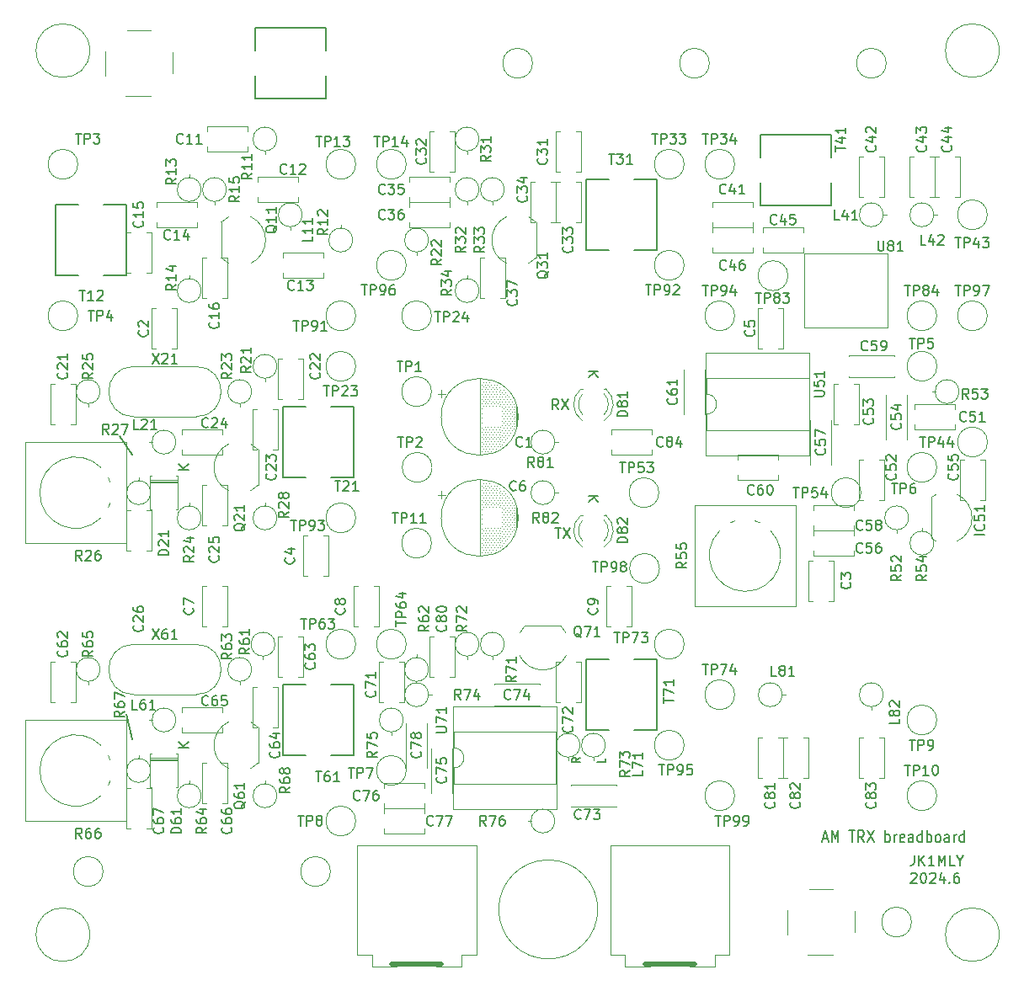
<source format=gbr>
%TF.GenerationSoftware,KiCad,Pcbnew,7.0.2-0*%
%TF.CreationDate,2024-06-16T14:46:37+09:00*%
%TF.ProjectId,am-pcb1,616d2d70-6362-4312-9e6b-696361645f70,rev?*%
%TF.SameCoordinates,Original*%
%TF.FileFunction,Legend,Top*%
%TF.FilePolarity,Positive*%
%FSLAX46Y46*%
G04 Gerber Fmt 4.6, Leading zero omitted, Abs format (unit mm)*
G04 Created by KiCad (PCBNEW 7.0.2-0) date 2024-06-16 14:46:37*
%MOMM*%
%LPD*%
G01*
G04 APERTURE LIST*
%ADD10C,0.150000*%
%ADD11C,0.120000*%
%ADD12C,0.100000*%
%ADD13C,0.500000*%
G04 APERTURE END LIST*
D10*
X187325000Y-113665000D02*
X186690000Y-111125000D01*
X186055000Y-83185000D02*
X187325000Y-85090000D01*
X234852095Y-115633571D02*
X234852095Y-116014523D01*
X234852095Y-116014523D02*
X234052095Y-116014523D01*
X229838238Y-92476619D02*
X230409666Y-92476619D01*
X230123952Y-93476619D02*
X230123952Y-92476619D01*
X230647762Y-92476619D02*
X231314428Y-93476619D01*
X231314428Y-92476619D02*
X230647762Y-93476619D01*
X265620476Y-127242857D02*
X265668095Y-127195238D01*
X265668095Y-127195238D02*
X265763333Y-127147619D01*
X265763333Y-127147619D02*
X266001428Y-127147619D01*
X266001428Y-127147619D02*
X266096666Y-127195238D01*
X266096666Y-127195238D02*
X266144285Y-127242857D01*
X266144285Y-127242857D02*
X266191904Y-127338095D01*
X266191904Y-127338095D02*
X266191904Y-127433333D01*
X266191904Y-127433333D02*
X266144285Y-127576190D01*
X266144285Y-127576190D02*
X265572857Y-128147619D01*
X265572857Y-128147619D02*
X266191904Y-128147619D01*
X266810952Y-127147619D02*
X266906190Y-127147619D01*
X266906190Y-127147619D02*
X267001428Y-127195238D01*
X267001428Y-127195238D02*
X267049047Y-127242857D01*
X267049047Y-127242857D02*
X267096666Y-127338095D01*
X267096666Y-127338095D02*
X267144285Y-127528571D01*
X267144285Y-127528571D02*
X267144285Y-127766666D01*
X267144285Y-127766666D02*
X267096666Y-127957142D01*
X267096666Y-127957142D02*
X267049047Y-128052380D01*
X267049047Y-128052380D02*
X267001428Y-128100000D01*
X267001428Y-128100000D02*
X266906190Y-128147619D01*
X266906190Y-128147619D02*
X266810952Y-128147619D01*
X266810952Y-128147619D02*
X266715714Y-128100000D01*
X266715714Y-128100000D02*
X266668095Y-128052380D01*
X266668095Y-128052380D02*
X266620476Y-127957142D01*
X266620476Y-127957142D02*
X266572857Y-127766666D01*
X266572857Y-127766666D02*
X266572857Y-127528571D01*
X266572857Y-127528571D02*
X266620476Y-127338095D01*
X266620476Y-127338095D02*
X266668095Y-127242857D01*
X266668095Y-127242857D02*
X266715714Y-127195238D01*
X266715714Y-127195238D02*
X266810952Y-127147619D01*
X267525238Y-127242857D02*
X267572857Y-127195238D01*
X267572857Y-127195238D02*
X267668095Y-127147619D01*
X267668095Y-127147619D02*
X267906190Y-127147619D01*
X267906190Y-127147619D02*
X268001428Y-127195238D01*
X268001428Y-127195238D02*
X268049047Y-127242857D01*
X268049047Y-127242857D02*
X268096666Y-127338095D01*
X268096666Y-127338095D02*
X268096666Y-127433333D01*
X268096666Y-127433333D02*
X268049047Y-127576190D01*
X268049047Y-127576190D02*
X267477619Y-128147619D01*
X267477619Y-128147619D02*
X268096666Y-128147619D01*
X268953809Y-127480952D02*
X268953809Y-128147619D01*
X268715714Y-127100000D02*
X268477619Y-127814285D01*
X268477619Y-127814285D02*
X269096666Y-127814285D01*
X269477619Y-128052380D02*
X269525238Y-128100000D01*
X269525238Y-128100000D02*
X269477619Y-128147619D01*
X269477619Y-128147619D02*
X269430000Y-128100000D01*
X269430000Y-128100000D02*
X269477619Y-128052380D01*
X269477619Y-128052380D02*
X269477619Y-128147619D01*
X270382380Y-127147619D02*
X270191904Y-127147619D01*
X270191904Y-127147619D02*
X270096666Y-127195238D01*
X270096666Y-127195238D02*
X270049047Y-127242857D01*
X270049047Y-127242857D02*
X269953809Y-127385714D01*
X269953809Y-127385714D02*
X269906190Y-127576190D01*
X269906190Y-127576190D02*
X269906190Y-127957142D01*
X269906190Y-127957142D02*
X269953809Y-128052380D01*
X269953809Y-128052380D02*
X270001428Y-128100000D01*
X270001428Y-128100000D02*
X270096666Y-128147619D01*
X270096666Y-128147619D02*
X270287142Y-128147619D01*
X270287142Y-128147619D02*
X270382380Y-128100000D01*
X270382380Y-128100000D02*
X270429999Y-128052380D01*
X270429999Y-128052380D02*
X270477618Y-127957142D01*
X270477618Y-127957142D02*
X270477618Y-127719047D01*
X270477618Y-127719047D02*
X270429999Y-127623809D01*
X270429999Y-127623809D02*
X270382380Y-127576190D01*
X270382380Y-127576190D02*
X270287142Y-127528571D01*
X270287142Y-127528571D02*
X270096666Y-127528571D01*
X270096666Y-127528571D02*
X270001428Y-127576190D01*
X270001428Y-127576190D02*
X269953809Y-127623809D01*
X269953809Y-127623809D02*
X269906190Y-127719047D01*
X233167380Y-76692095D02*
X234167380Y-76692095D01*
X233167380Y-77263523D02*
X233738809Y-76834952D01*
X234167380Y-77263523D02*
X233595952Y-76692095D01*
X230171523Y-80522619D02*
X229838190Y-80046428D01*
X229600095Y-80522619D02*
X229600095Y-79522619D01*
X229600095Y-79522619D02*
X229981047Y-79522619D01*
X229981047Y-79522619D02*
X230076285Y-79570238D01*
X230076285Y-79570238D02*
X230123904Y-79617857D01*
X230123904Y-79617857D02*
X230171523Y-79713095D01*
X230171523Y-79713095D02*
X230171523Y-79855952D01*
X230171523Y-79855952D02*
X230123904Y-79951190D01*
X230123904Y-79951190D02*
X230076285Y-79998809D01*
X230076285Y-79998809D02*
X229981047Y-80046428D01*
X229981047Y-80046428D02*
X229600095Y-80046428D01*
X230504857Y-79522619D02*
X231171523Y-80522619D01*
X231171523Y-79522619D02*
X230504857Y-80522619D01*
X256730476Y-123716285D02*
X257206666Y-123716285D01*
X256635238Y-124059142D02*
X256968571Y-122859142D01*
X256968571Y-122859142D02*
X257301904Y-124059142D01*
X257635238Y-124059142D02*
X257635238Y-122859142D01*
X257635238Y-122859142D02*
X257968571Y-123716285D01*
X257968571Y-123716285D02*
X258301904Y-122859142D01*
X258301904Y-122859142D02*
X258301904Y-124059142D01*
X259397143Y-122859142D02*
X259968571Y-122859142D01*
X259682857Y-124059142D02*
X259682857Y-122859142D01*
X260873333Y-124059142D02*
X260540000Y-123487714D01*
X260301905Y-124059142D02*
X260301905Y-122859142D01*
X260301905Y-122859142D02*
X260682857Y-122859142D01*
X260682857Y-122859142D02*
X260778095Y-122916285D01*
X260778095Y-122916285D02*
X260825714Y-122973428D01*
X260825714Y-122973428D02*
X260873333Y-123087714D01*
X260873333Y-123087714D02*
X260873333Y-123259142D01*
X260873333Y-123259142D02*
X260825714Y-123373428D01*
X260825714Y-123373428D02*
X260778095Y-123430571D01*
X260778095Y-123430571D02*
X260682857Y-123487714D01*
X260682857Y-123487714D02*
X260301905Y-123487714D01*
X261206667Y-122859142D02*
X261873333Y-124059142D01*
X261873333Y-122859142D02*
X261206667Y-124059142D01*
X263016191Y-124059142D02*
X263016191Y-122859142D01*
X263016191Y-123316285D02*
X263111429Y-123259142D01*
X263111429Y-123259142D02*
X263301905Y-123259142D01*
X263301905Y-123259142D02*
X263397143Y-123316285D01*
X263397143Y-123316285D02*
X263444762Y-123373428D01*
X263444762Y-123373428D02*
X263492381Y-123487714D01*
X263492381Y-123487714D02*
X263492381Y-123830571D01*
X263492381Y-123830571D02*
X263444762Y-123944857D01*
X263444762Y-123944857D02*
X263397143Y-124002000D01*
X263397143Y-124002000D02*
X263301905Y-124059142D01*
X263301905Y-124059142D02*
X263111429Y-124059142D01*
X263111429Y-124059142D02*
X263016191Y-124002000D01*
X263920953Y-124059142D02*
X263920953Y-123259142D01*
X263920953Y-123487714D02*
X263968572Y-123373428D01*
X263968572Y-123373428D02*
X264016191Y-123316285D01*
X264016191Y-123316285D02*
X264111429Y-123259142D01*
X264111429Y-123259142D02*
X264206667Y-123259142D01*
X264920953Y-124002000D02*
X264825715Y-124059142D01*
X264825715Y-124059142D02*
X264635239Y-124059142D01*
X264635239Y-124059142D02*
X264540001Y-124002000D01*
X264540001Y-124002000D02*
X264492382Y-123887714D01*
X264492382Y-123887714D02*
X264492382Y-123430571D01*
X264492382Y-123430571D02*
X264540001Y-123316285D01*
X264540001Y-123316285D02*
X264635239Y-123259142D01*
X264635239Y-123259142D02*
X264825715Y-123259142D01*
X264825715Y-123259142D02*
X264920953Y-123316285D01*
X264920953Y-123316285D02*
X264968572Y-123430571D01*
X264968572Y-123430571D02*
X264968572Y-123544857D01*
X264968572Y-123544857D02*
X264492382Y-123659142D01*
X265825715Y-124059142D02*
X265825715Y-123430571D01*
X265825715Y-123430571D02*
X265778096Y-123316285D01*
X265778096Y-123316285D02*
X265682858Y-123259142D01*
X265682858Y-123259142D02*
X265492382Y-123259142D01*
X265492382Y-123259142D02*
X265397144Y-123316285D01*
X265825715Y-124002000D02*
X265730477Y-124059142D01*
X265730477Y-124059142D02*
X265492382Y-124059142D01*
X265492382Y-124059142D02*
X265397144Y-124002000D01*
X265397144Y-124002000D02*
X265349525Y-123887714D01*
X265349525Y-123887714D02*
X265349525Y-123773428D01*
X265349525Y-123773428D02*
X265397144Y-123659142D01*
X265397144Y-123659142D02*
X265492382Y-123602000D01*
X265492382Y-123602000D02*
X265730477Y-123602000D01*
X265730477Y-123602000D02*
X265825715Y-123544857D01*
X266730477Y-124059142D02*
X266730477Y-122859142D01*
X266730477Y-124002000D02*
X266635239Y-124059142D01*
X266635239Y-124059142D02*
X266444763Y-124059142D01*
X266444763Y-124059142D02*
X266349525Y-124002000D01*
X266349525Y-124002000D02*
X266301906Y-123944857D01*
X266301906Y-123944857D02*
X266254287Y-123830571D01*
X266254287Y-123830571D02*
X266254287Y-123487714D01*
X266254287Y-123487714D02*
X266301906Y-123373428D01*
X266301906Y-123373428D02*
X266349525Y-123316285D01*
X266349525Y-123316285D02*
X266444763Y-123259142D01*
X266444763Y-123259142D02*
X266635239Y-123259142D01*
X266635239Y-123259142D02*
X266730477Y-123316285D01*
X267206668Y-124059142D02*
X267206668Y-122859142D01*
X267206668Y-123316285D02*
X267301906Y-123259142D01*
X267301906Y-123259142D02*
X267492382Y-123259142D01*
X267492382Y-123259142D02*
X267587620Y-123316285D01*
X267587620Y-123316285D02*
X267635239Y-123373428D01*
X267635239Y-123373428D02*
X267682858Y-123487714D01*
X267682858Y-123487714D02*
X267682858Y-123830571D01*
X267682858Y-123830571D02*
X267635239Y-123944857D01*
X267635239Y-123944857D02*
X267587620Y-124002000D01*
X267587620Y-124002000D02*
X267492382Y-124059142D01*
X267492382Y-124059142D02*
X267301906Y-124059142D01*
X267301906Y-124059142D02*
X267206668Y-124002000D01*
X268254287Y-124059142D02*
X268159049Y-124002000D01*
X268159049Y-124002000D02*
X268111430Y-123944857D01*
X268111430Y-123944857D02*
X268063811Y-123830571D01*
X268063811Y-123830571D02*
X268063811Y-123487714D01*
X268063811Y-123487714D02*
X268111430Y-123373428D01*
X268111430Y-123373428D02*
X268159049Y-123316285D01*
X268159049Y-123316285D02*
X268254287Y-123259142D01*
X268254287Y-123259142D02*
X268397144Y-123259142D01*
X268397144Y-123259142D02*
X268492382Y-123316285D01*
X268492382Y-123316285D02*
X268540001Y-123373428D01*
X268540001Y-123373428D02*
X268587620Y-123487714D01*
X268587620Y-123487714D02*
X268587620Y-123830571D01*
X268587620Y-123830571D02*
X268540001Y-123944857D01*
X268540001Y-123944857D02*
X268492382Y-124002000D01*
X268492382Y-124002000D02*
X268397144Y-124059142D01*
X268397144Y-124059142D02*
X268254287Y-124059142D01*
X269444763Y-124059142D02*
X269444763Y-123430571D01*
X269444763Y-123430571D02*
X269397144Y-123316285D01*
X269397144Y-123316285D02*
X269301906Y-123259142D01*
X269301906Y-123259142D02*
X269111430Y-123259142D01*
X269111430Y-123259142D02*
X269016192Y-123316285D01*
X269444763Y-124002000D02*
X269349525Y-124059142D01*
X269349525Y-124059142D02*
X269111430Y-124059142D01*
X269111430Y-124059142D02*
X269016192Y-124002000D01*
X269016192Y-124002000D02*
X268968573Y-123887714D01*
X268968573Y-123887714D02*
X268968573Y-123773428D01*
X268968573Y-123773428D02*
X269016192Y-123659142D01*
X269016192Y-123659142D02*
X269111430Y-123602000D01*
X269111430Y-123602000D02*
X269349525Y-123602000D01*
X269349525Y-123602000D02*
X269444763Y-123544857D01*
X269920954Y-124059142D02*
X269920954Y-123259142D01*
X269920954Y-123487714D02*
X269968573Y-123373428D01*
X269968573Y-123373428D02*
X270016192Y-123316285D01*
X270016192Y-123316285D02*
X270111430Y-123259142D01*
X270111430Y-123259142D02*
X270206668Y-123259142D01*
X270968573Y-124059142D02*
X270968573Y-122859142D01*
X270968573Y-124002000D02*
X270873335Y-124059142D01*
X270873335Y-124059142D02*
X270682859Y-124059142D01*
X270682859Y-124059142D02*
X270587621Y-124002000D01*
X270587621Y-124002000D02*
X270540002Y-123944857D01*
X270540002Y-123944857D02*
X270492383Y-123830571D01*
X270492383Y-123830571D02*
X270492383Y-123487714D01*
X270492383Y-123487714D02*
X270540002Y-123373428D01*
X270540002Y-123373428D02*
X270587621Y-123316285D01*
X270587621Y-123316285D02*
X270682859Y-123259142D01*
X270682859Y-123259142D02*
X270873335Y-123259142D01*
X270873335Y-123259142D02*
X270968573Y-123316285D01*
X265953809Y-125369619D02*
X265953809Y-126083904D01*
X265953809Y-126083904D02*
X265906190Y-126226761D01*
X265906190Y-126226761D02*
X265810952Y-126322000D01*
X265810952Y-126322000D02*
X265668095Y-126369619D01*
X265668095Y-126369619D02*
X265572857Y-126369619D01*
X266430000Y-126369619D02*
X266430000Y-125369619D01*
X267001428Y-126369619D02*
X266572857Y-125798190D01*
X267001428Y-125369619D02*
X266430000Y-125941047D01*
X267953809Y-126369619D02*
X267382381Y-126369619D01*
X267668095Y-126369619D02*
X267668095Y-125369619D01*
X267668095Y-125369619D02*
X267572857Y-125512476D01*
X267572857Y-125512476D02*
X267477619Y-125607714D01*
X267477619Y-125607714D02*
X267382381Y-125655333D01*
X268382381Y-126369619D02*
X268382381Y-125369619D01*
X268382381Y-125369619D02*
X268715714Y-126083904D01*
X268715714Y-126083904D02*
X269049047Y-125369619D01*
X269049047Y-125369619D02*
X269049047Y-126369619D01*
X270001428Y-126369619D02*
X269525238Y-126369619D01*
X269525238Y-126369619D02*
X269525238Y-125369619D01*
X270525238Y-125893428D02*
X270525238Y-126369619D01*
X270191905Y-125369619D02*
X270525238Y-125893428D01*
X270525238Y-125893428D02*
X270858571Y-125369619D01*
X233167380Y-89265095D02*
X234167380Y-89265095D01*
X233167380Y-89836523D02*
X233738809Y-89407952D01*
X234167380Y-89836523D02*
X233595952Y-89265095D01*
X232312095Y-115557380D02*
X231931142Y-115824047D01*
X232312095Y-116014523D02*
X231512095Y-116014523D01*
X231512095Y-116014523D02*
X231512095Y-115709761D01*
X231512095Y-115709761D02*
X231550190Y-115633571D01*
X231550190Y-115633571D02*
X231588285Y-115595476D01*
X231588285Y-115595476D02*
X231664476Y-115557380D01*
X231664476Y-115557380D02*
X231778761Y-115557380D01*
X231778761Y-115557380D02*
X231854952Y-115595476D01*
X231854952Y-115595476D02*
X231893047Y-115633571D01*
X231893047Y-115633571D02*
X231931142Y-115709761D01*
X231931142Y-115709761D02*
X231931142Y-116014523D01*
%TO.C,R24*%
X193502619Y-95257857D02*
X193026428Y-95591190D01*
X193502619Y-95829285D02*
X192502619Y-95829285D01*
X192502619Y-95829285D02*
X192502619Y-95448333D01*
X192502619Y-95448333D02*
X192550238Y-95353095D01*
X192550238Y-95353095D02*
X192597857Y-95305476D01*
X192597857Y-95305476D02*
X192693095Y-95257857D01*
X192693095Y-95257857D02*
X192835952Y-95257857D01*
X192835952Y-95257857D02*
X192931190Y-95305476D01*
X192931190Y-95305476D02*
X192978809Y-95353095D01*
X192978809Y-95353095D02*
X193026428Y-95448333D01*
X193026428Y-95448333D02*
X193026428Y-95829285D01*
X192597857Y-94876904D02*
X192550238Y-94829285D01*
X192550238Y-94829285D02*
X192502619Y-94734047D01*
X192502619Y-94734047D02*
X192502619Y-94495952D01*
X192502619Y-94495952D02*
X192550238Y-94400714D01*
X192550238Y-94400714D02*
X192597857Y-94353095D01*
X192597857Y-94353095D02*
X192693095Y-94305476D01*
X192693095Y-94305476D02*
X192788333Y-94305476D01*
X192788333Y-94305476D02*
X192931190Y-94353095D01*
X192931190Y-94353095D02*
X193502619Y-94924523D01*
X193502619Y-94924523D02*
X193502619Y-94305476D01*
X192835952Y-93448333D02*
X193502619Y-93448333D01*
X192455000Y-93686428D02*
X193169285Y-93924523D01*
X193169285Y-93924523D02*
X193169285Y-93305476D01*
%TO.C,TP64*%
X213838619Y-102322094D02*
X213838619Y-101750666D01*
X214838619Y-102036380D02*
X213838619Y-102036380D01*
X214838619Y-101417332D02*
X213838619Y-101417332D01*
X213838619Y-101417332D02*
X213838619Y-101036380D01*
X213838619Y-101036380D02*
X213886238Y-100941142D01*
X213886238Y-100941142D02*
X213933857Y-100893523D01*
X213933857Y-100893523D02*
X214029095Y-100845904D01*
X214029095Y-100845904D02*
X214171952Y-100845904D01*
X214171952Y-100845904D02*
X214267190Y-100893523D01*
X214267190Y-100893523D02*
X214314809Y-100941142D01*
X214314809Y-100941142D02*
X214362428Y-101036380D01*
X214362428Y-101036380D02*
X214362428Y-101417332D01*
X213838619Y-99988761D02*
X213838619Y-100179237D01*
X213838619Y-100179237D02*
X213886238Y-100274475D01*
X213886238Y-100274475D02*
X213933857Y-100322094D01*
X213933857Y-100322094D02*
X214076714Y-100417332D01*
X214076714Y-100417332D02*
X214267190Y-100464951D01*
X214267190Y-100464951D02*
X214648142Y-100464951D01*
X214648142Y-100464951D02*
X214743380Y-100417332D01*
X214743380Y-100417332D02*
X214791000Y-100369713D01*
X214791000Y-100369713D02*
X214838619Y-100274475D01*
X214838619Y-100274475D02*
X214838619Y-100083999D01*
X214838619Y-100083999D02*
X214791000Y-99988761D01*
X214791000Y-99988761D02*
X214743380Y-99941142D01*
X214743380Y-99941142D02*
X214648142Y-99893523D01*
X214648142Y-99893523D02*
X214410047Y-99893523D01*
X214410047Y-99893523D02*
X214314809Y-99941142D01*
X214314809Y-99941142D02*
X214267190Y-99988761D01*
X214267190Y-99988761D02*
X214219571Y-100083999D01*
X214219571Y-100083999D02*
X214219571Y-100274475D01*
X214219571Y-100274475D02*
X214267190Y-100369713D01*
X214267190Y-100369713D02*
X214314809Y-100417332D01*
X214314809Y-100417332D02*
X214410047Y-100464951D01*
X214171952Y-99036380D02*
X214838619Y-99036380D01*
X213791000Y-99274475D02*
X214505285Y-99512570D01*
X214505285Y-99512570D02*
X214505285Y-98893523D01*
%TO.C,TP8*%
X203970095Y-121382619D02*
X204541523Y-121382619D01*
X204255809Y-122382619D02*
X204255809Y-121382619D01*
X204874857Y-122382619D02*
X204874857Y-121382619D01*
X204874857Y-121382619D02*
X205255809Y-121382619D01*
X205255809Y-121382619D02*
X205351047Y-121430238D01*
X205351047Y-121430238D02*
X205398666Y-121477857D01*
X205398666Y-121477857D02*
X205446285Y-121573095D01*
X205446285Y-121573095D02*
X205446285Y-121715952D01*
X205446285Y-121715952D02*
X205398666Y-121811190D01*
X205398666Y-121811190D02*
X205351047Y-121858809D01*
X205351047Y-121858809D02*
X205255809Y-121906428D01*
X205255809Y-121906428D02*
X204874857Y-121906428D01*
X206017714Y-121811190D02*
X205922476Y-121763571D01*
X205922476Y-121763571D02*
X205874857Y-121715952D01*
X205874857Y-121715952D02*
X205827238Y-121620714D01*
X205827238Y-121620714D02*
X205827238Y-121573095D01*
X205827238Y-121573095D02*
X205874857Y-121477857D01*
X205874857Y-121477857D02*
X205922476Y-121430238D01*
X205922476Y-121430238D02*
X206017714Y-121382619D01*
X206017714Y-121382619D02*
X206208190Y-121382619D01*
X206208190Y-121382619D02*
X206303428Y-121430238D01*
X206303428Y-121430238D02*
X206351047Y-121477857D01*
X206351047Y-121477857D02*
X206398666Y-121573095D01*
X206398666Y-121573095D02*
X206398666Y-121620714D01*
X206398666Y-121620714D02*
X206351047Y-121715952D01*
X206351047Y-121715952D02*
X206303428Y-121763571D01*
X206303428Y-121763571D02*
X206208190Y-121811190D01*
X206208190Y-121811190D02*
X206017714Y-121811190D01*
X206017714Y-121811190D02*
X205922476Y-121858809D01*
X205922476Y-121858809D02*
X205874857Y-121906428D01*
X205874857Y-121906428D02*
X205827238Y-122001666D01*
X205827238Y-122001666D02*
X205827238Y-122192142D01*
X205827238Y-122192142D02*
X205874857Y-122287380D01*
X205874857Y-122287380D02*
X205922476Y-122335000D01*
X205922476Y-122335000D02*
X206017714Y-122382619D01*
X206017714Y-122382619D02*
X206208190Y-122382619D01*
X206208190Y-122382619D02*
X206303428Y-122335000D01*
X206303428Y-122335000D02*
X206351047Y-122287380D01*
X206351047Y-122287380D02*
X206398666Y-122192142D01*
X206398666Y-122192142D02*
X206398666Y-122001666D01*
X206398666Y-122001666D02*
X206351047Y-121906428D01*
X206351047Y-121906428D02*
X206303428Y-121858809D01*
X206303428Y-121858809D02*
X206208190Y-121811190D01*
%TO.C,C8*%
X208637380Y-100516666D02*
X208685000Y-100564285D01*
X208685000Y-100564285D02*
X208732619Y-100707142D01*
X208732619Y-100707142D02*
X208732619Y-100802380D01*
X208732619Y-100802380D02*
X208685000Y-100945237D01*
X208685000Y-100945237D02*
X208589761Y-101040475D01*
X208589761Y-101040475D02*
X208494523Y-101088094D01*
X208494523Y-101088094D02*
X208304047Y-101135713D01*
X208304047Y-101135713D02*
X208161190Y-101135713D01*
X208161190Y-101135713D02*
X207970714Y-101088094D01*
X207970714Y-101088094D02*
X207875476Y-101040475D01*
X207875476Y-101040475D02*
X207780238Y-100945237D01*
X207780238Y-100945237D02*
X207732619Y-100802380D01*
X207732619Y-100802380D02*
X207732619Y-100707142D01*
X207732619Y-100707142D02*
X207780238Y-100564285D01*
X207780238Y-100564285D02*
X207827857Y-100516666D01*
X208161190Y-99945237D02*
X208113571Y-100040475D01*
X208113571Y-100040475D02*
X208065952Y-100088094D01*
X208065952Y-100088094D02*
X207970714Y-100135713D01*
X207970714Y-100135713D02*
X207923095Y-100135713D01*
X207923095Y-100135713D02*
X207827857Y-100088094D01*
X207827857Y-100088094D02*
X207780238Y-100040475D01*
X207780238Y-100040475D02*
X207732619Y-99945237D01*
X207732619Y-99945237D02*
X207732619Y-99754761D01*
X207732619Y-99754761D02*
X207780238Y-99659523D01*
X207780238Y-99659523D02*
X207827857Y-99611904D01*
X207827857Y-99611904D02*
X207923095Y-99564285D01*
X207923095Y-99564285D02*
X207970714Y-99564285D01*
X207970714Y-99564285D02*
X208065952Y-99611904D01*
X208065952Y-99611904D02*
X208113571Y-99659523D01*
X208113571Y-99659523D02*
X208161190Y-99754761D01*
X208161190Y-99754761D02*
X208161190Y-99945237D01*
X208161190Y-99945237D02*
X208208809Y-100040475D01*
X208208809Y-100040475D02*
X208256428Y-100088094D01*
X208256428Y-100088094D02*
X208351666Y-100135713D01*
X208351666Y-100135713D02*
X208542142Y-100135713D01*
X208542142Y-100135713D02*
X208637380Y-100088094D01*
X208637380Y-100088094D02*
X208685000Y-100040475D01*
X208685000Y-100040475D02*
X208732619Y-99945237D01*
X208732619Y-99945237D02*
X208732619Y-99754761D01*
X208732619Y-99754761D02*
X208685000Y-99659523D01*
X208685000Y-99659523D02*
X208637380Y-99611904D01*
X208637380Y-99611904D02*
X208542142Y-99564285D01*
X208542142Y-99564285D02*
X208351666Y-99564285D01*
X208351666Y-99564285D02*
X208256428Y-99611904D01*
X208256428Y-99611904D02*
X208208809Y-99659523D01*
X208208809Y-99659523D02*
X208161190Y-99754761D01*
%TO.C,C54*%
X264527380Y-81922857D02*
X264575000Y-81970476D01*
X264575000Y-81970476D02*
X264622619Y-82113333D01*
X264622619Y-82113333D02*
X264622619Y-82208571D01*
X264622619Y-82208571D02*
X264575000Y-82351428D01*
X264575000Y-82351428D02*
X264479761Y-82446666D01*
X264479761Y-82446666D02*
X264384523Y-82494285D01*
X264384523Y-82494285D02*
X264194047Y-82541904D01*
X264194047Y-82541904D02*
X264051190Y-82541904D01*
X264051190Y-82541904D02*
X263860714Y-82494285D01*
X263860714Y-82494285D02*
X263765476Y-82446666D01*
X263765476Y-82446666D02*
X263670238Y-82351428D01*
X263670238Y-82351428D02*
X263622619Y-82208571D01*
X263622619Y-82208571D02*
X263622619Y-82113333D01*
X263622619Y-82113333D02*
X263670238Y-81970476D01*
X263670238Y-81970476D02*
X263717857Y-81922857D01*
X263622619Y-81018095D02*
X263622619Y-81494285D01*
X263622619Y-81494285D02*
X264098809Y-81541904D01*
X264098809Y-81541904D02*
X264051190Y-81494285D01*
X264051190Y-81494285D02*
X264003571Y-81399047D01*
X264003571Y-81399047D02*
X264003571Y-81160952D01*
X264003571Y-81160952D02*
X264051190Y-81065714D01*
X264051190Y-81065714D02*
X264098809Y-81018095D01*
X264098809Y-81018095D02*
X264194047Y-80970476D01*
X264194047Y-80970476D02*
X264432142Y-80970476D01*
X264432142Y-80970476D02*
X264527380Y-81018095D01*
X264527380Y-81018095D02*
X264575000Y-81065714D01*
X264575000Y-81065714D02*
X264622619Y-81160952D01*
X264622619Y-81160952D02*
X264622619Y-81399047D01*
X264622619Y-81399047D02*
X264575000Y-81494285D01*
X264575000Y-81494285D02*
X264527380Y-81541904D01*
X263955952Y-80113333D02*
X264622619Y-80113333D01*
X263575000Y-80351428D02*
X264289285Y-80589523D01*
X264289285Y-80589523D02*
X264289285Y-79970476D01*
%TO.C,TP91*%
X203493905Y-71598619D02*
X204065333Y-71598619D01*
X203779619Y-72598619D02*
X203779619Y-71598619D01*
X204398667Y-72598619D02*
X204398667Y-71598619D01*
X204398667Y-71598619D02*
X204779619Y-71598619D01*
X204779619Y-71598619D02*
X204874857Y-71646238D01*
X204874857Y-71646238D02*
X204922476Y-71693857D01*
X204922476Y-71693857D02*
X204970095Y-71789095D01*
X204970095Y-71789095D02*
X204970095Y-71931952D01*
X204970095Y-71931952D02*
X204922476Y-72027190D01*
X204922476Y-72027190D02*
X204874857Y-72074809D01*
X204874857Y-72074809D02*
X204779619Y-72122428D01*
X204779619Y-72122428D02*
X204398667Y-72122428D01*
X205446286Y-72598619D02*
X205636762Y-72598619D01*
X205636762Y-72598619D02*
X205732000Y-72551000D01*
X205732000Y-72551000D02*
X205779619Y-72503380D01*
X205779619Y-72503380D02*
X205874857Y-72360523D01*
X205874857Y-72360523D02*
X205922476Y-72170047D01*
X205922476Y-72170047D02*
X205922476Y-71789095D01*
X205922476Y-71789095D02*
X205874857Y-71693857D01*
X205874857Y-71693857D02*
X205827238Y-71646238D01*
X205827238Y-71646238D02*
X205732000Y-71598619D01*
X205732000Y-71598619D02*
X205541524Y-71598619D01*
X205541524Y-71598619D02*
X205446286Y-71646238D01*
X205446286Y-71646238D02*
X205398667Y-71693857D01*
X205398667Y-71693857D02*
X205351048Y-71789095D01*
X205351048Y-71789095D02*
X205351048Y-72027190D01*
X205351048Y-72027190D02*
X205398667Y-72122428D01*
X205398667Y-72122428D02*
X205446286Y-72170047D01*
X205446286Y-72170047D02*
X205541524Y-72217666D01*
X205541524Y-72217666D02*
X205732000Y-72217666D01*
X205732000Y-72217666D02*
X205827238Y-72170047D01*
X205827238Y-72170047D02*
X205874857Y-72122428D01*
X205874857Y-72122428D02*
X205922476Y-72027190D01*
X206874857Y-72598619D02*
X206303429Y-72598619D01*
X206589143Y-72598619D02*
X206589143Y-71598619D01*
X206589143Y-71598619D02*
X206493905Y-71741476D01*
X206493905Y-71741476D02*
X206398667Y-71836714D01*
X206398667Y-71836714D02*
X206303429Y-71884333D01*
%TO.C,C75*%
X218807380Y-117482857D02*
X218855000Y-117530476D01*
X218855000Y-117530476D02*
X218902619Y-117673333D01*
X218902619Y-117673333D02*
X218902619Y-117768571D01*
X218902619Y-117768571D02*
X218855000Y-117911428D01*
X218855000Y-117911428D02*
X218759761Y-118006666D01*
X218759761Y-118006666D02*
X218664523Y-118054285D01*
X218664523Y-118054285D02*
X218474047Y-118101904D01*
X218474047Y-118101904D02*
X218331190Y-118101904D01*
X218331190Y-118101904D02*
X218140714Y-118054285D01*
X218140714Y-118054285D02*
X218045476Y-118006666D01*
X218045476Y-118006666D02*
X217950238Y-117911428D01*
X217950238Y-117911428D02*
X217902619Y-117768571D01*
X217902619Y-117768571D02*
X217902619Y-117673333D01*
X217902619Y-117673333D02*
X217950238Y-117530476D01*
X217950238Y-117530476D02*
X217997857Y-117482857D01*
X217902619Y-117149523D02*
X217902619Y-116482857D01*
X217902619Y-116482857D02*
X218902619Y-116911428D01*
X217902619Y-115625714D02*
X217902619Y-116101904D01*
X217902619Y-116101904D02*
X218378809Y-116149523D01*
X218378809Y-116149523D02*
X218331190Y-116101904D01*
X218331190Y-116101904D02*
X218283571Y-116006666D01*
X218283571Y-116006666D02*
X218283571Y-115768571D01*
X218283571Y-115768571D02*
X218331190Y-115673333D01*
X218331190Y-115673333D02*
X218378809Y-115625714D01*
X218378809Y-115625714D02*
X218474047Y-115578095D01*
X218474047Y-115578095D02*
X218712142Y-115578095D01*
X218712142Y-115578095D02*
X218807380Y-115625714D01*
X218807380Y-115625714D02*
X218855000Y-115673333D01*
X218855000Y-115673333D02*
X218902619Y-115768571D01*
X218902619Y-115768571D02*
X218902619Y-116006666D01*
X218902619Y-116006666D02*
X218855000Y-116101904D01*
X218855000Y-116101904D02*
X218807380Y-116149523D01*
%TO.C,L71*%
X238587619Y-116847857D02*
X238587619Y-117324047D01*
X238587619Y-117324047D02*
X237587619Y-117324047D01*
X237587619Y-116609761D02*
X237587619Y-115943095D01*
X237587619Y-115943095D02*
X238587619Y-116371666D01*
X238587619Y-115038333D02*
X238587619Y-115609761D01*
X238587619Y-115324047D02*
X237587619Y-115324047D01*
X237587619Y-115324047D02*
X237730476Y-115419285D01*
X237730476Y-115419285D02*
X237825714Y-115514523D01*
X237825714Y-115514523D02*
X237873333Y-115609761D01*
%TO.C,L61*%
X187825142Y-110698619D02*
X187348952Y-110698619D01*
X187348952Y-110698619D02*
X187348952Y-109698619D01*
X188587047Y-109698619D02*
X188396571Y-109698619D01*
X188396571Y-109698619D02*
X188301333Y-109746238D01*
X188301333Y-109746238D02*
X188253714Y-109793857D01*
X188253714Y-109793857D02*
X188158476Y-109936714D01*
X188158476Y-109936714D02*
X188110857Y-110127190D01*
X188110857Y-110127190D02*
X188110857Y-110508142D01*
X188110857Y-110508142D02*
X188158476Y-110603380D01*
X188158476Y-110603380D02*
X188206095Y-110651000D01*
X188206095Y-110651000D02*
X188301333Y-110698619D01*
X188301333Y-110698619D02*
X188491809Y-110698619D01*
X188491809Y-110698619D02*
X188587047Y-110651000D01*
X188587047Y-110651000D02*
X188634666Y-110603380D01*
X188634666Y-110603380D02*
X188682285Y-110508142D01*
X188682285Y-110508142D02*
X188682285Y-110270047D01*
X188682285Y-110270047D02*
X188634666Y-110174809D01*
X188634666Y-110174809D02*
X188587047Y-110127190D01*
X188587047Y-110127190D02*
X188491809Y-110079571D01*
X188491809Y-110079571D02*
X188301333Y-110079571D01*
X188301333Y-110079571D02*
X188206095Y-110127190D01*
X188206095Y-110127190D02*
X188158476Y-110174809D01*
X188158476Y-110174809D02*
X188110857Y-110270047D01*
X189634666Y-110698619D02*
X189063238Y-110698619D01*
X189348952Y-110698619D02*
X189348952Y-109698619D01*
X189348952Y-109698619D02*
X189253714Y-109841476D01*
X189253714Y-109841476D02*
X189158476Y-109936714D01*
X189158476Y-109936714D02*
X189063238Y-109984333D01*
%TO.C,R76*%
X222877142Y-122382619D02*
X222543809Y-121906428D01*
X222305714Y-122382619D02*
X222305714Y-121382619D01*
X222305714Y-121382619D02*
X222686666Y-121382619D01*
X222686666Y-121382619D02*
X222781904Y-121430238D01*
X222781904Y-121430238D02*
X222829523Y-121477857D01*
X222829523Y-121477857D02*
X222877142Y-121573095D01*
X222877142Y-121573095D02*
X222877142Y-121715952D01*
X222877142Y-121715952D02*
X222829523Y-121811190D01*
X222829523Y-121811190D02*
X222781904Y-121858809D01*
X222781904Y-121858809D02*
X222686666Y-121906428D01*
X222686666Y-121906428D02*
X222305714Y-121906428D01*
X223210476Y-121382619D02*
X223877142Y-121382619D01*
X223877142Y-121382619D02*
X223448571Y-122382619D01*
X224686666Y-121382619D02*
X224496190Y-121382619D01*
X224496190Y-121382619D02*
X224400952Y-121430238D01*
X224400952Y-121430238D02*
X224353333Y-121477857D01*
X224353333Y-121477857D02*
X224258095Y-121620714D01*
X224258095Y-121620714D02*
X224210476Y-121811190D01*
X224210476Y-121811190D02*
X224210476Y-122192142D01*
X224210476Y-122192142D02*
X224258095Y-122287380D01*
X224258095Y-122287380D02*
X224305714Y-122335000D01*
X224305714Y-122335000D02*
X224400952Y-122382619D01*
X224400952Y-122382619D02*
X224591428Y-122382619D01*
X224591428Y-122382619D02*
X224686666Y-122335000D01*
X224686666Y-122335000D02*
X224734285Y-122287380D01*
X224734285Y-122287380D02*
X224781904Y-122192142D01*
X224781904Y-122192142D02*
X224781904Y-121954047D01*
X224781904Y-121954047D02*
X224734285Y-121858809D01*
X224734285Y-121858809D02*
X224686666Y-121811190D01*
X224686666Y-121811190D02*
X224591428Y-121763571D01*
X224591428Y-121763571D02*
X224400952Y-121763571D01*
X224400952Y-121763571D02*
X224305714Y-121811190D01*
X224305714Y-121811190D02*
X224258095Y-121858809D01*
X224258095Y-121858809D02*
X224210476Y-121954047D01*
%TO.C,Q61*%
X198677857Y-119951428D02*
X198630238Y-120046666D01*
X198630238Y-120046666D02*
X198535000Y-120141904D01*
X198535000Y-120141904D02*
X198392142Y-120284761D01*
X198392142Y-120284761D02*
X198344523Y-120379999D01*
X198344523Y-120379999D02*
X198344523Y-120475237D01*
X198582619Y-120427618D02*
X198535000Y-120522856D01*
X198535000Y-120522856D02*
X198439761Y-120618094D01*
X198439761Y-120618094D02*
X198249285Y-120665713D01*
X198249285Y-120665713D02*
X197915952Y-120665713D01*
X197915952Y-120665713D02*
X197725476Y-120618094D01*
X197725476Y-120618094D02*
X197630238Y-120522856D01*
X197630238Y-120522856D02*
X197582619Y-120427618D01*
X197582619Y-120427618D02*
X197582619Y-120237142D01*
X197582619Y-120237142D02*
X197630238Y-120141904D01*
X197630238Y-120141904D02*
X197725476Y-120046666D01*
X197725476Y-120046666D02*
X197915952Y-119999047D01*
X197915952Y-119999047D02*
X198249285Y-119999047D01*
X198249285Y-119999047D02*
X198439761Y-120046666D01*
X198439761Y-120046666D02*
X198535000Y-120141904D01*
X198535000Y-120141904D02*
X198582619Y-120237142D01*
X198582619Y-120237142D02*
X198582619Y-120427618D01*
X197582619Y-119141904D02*
X197582619Y-119332380D01*
X197582619Y-119332380D02*
X197630238Y-119427618D01*
X197630238Y-119427618D02*
X197677857Y-119475237D01*
X197677857Y-119475237D02*
X197820714Y-119570475D01*
X197820714Y-119570475D02*
X198011190Y-119618094D01*
X198011190Y-119618094D02*
X198392142Y-119618094D01*
X198392142Y-119618094D02*
X198487380Y-119570475D01*
X198487380Y-119570475D02*
X198535000Y-119522856D01*
X198535000Y-119522856D02*
X198582619Y-119427618D01*
X198582619Y-119427618D02*
X198582619Y-119237142D01*
X198582619Y-119237142D02*
X198535000Y-119141904D01*
X198535000Y-119141904D02*
X198487380Y-119094285D01*
X198487380Y-119094285D02*
X198392142Y-119046666D01*
X198392142Y-119046666D02*
X198154047Y-119046666D01*
X198154047Y-119046666D02*
X198058809Y-119094285D01*
X198058809Y-119094285D02*
X198011190Y-119141904D01*
X198011190Y-119141904D02*
X197963571Y-119237142D01*
X197963571Y-119237142D02*
X197963571Y-119427618D01*
X197963571Y-119427618D02*
X198011190Y-119522856D01*
X198011190Y-119522856D02*
X198058809Y-119570475D01*
X198058809Y-119570475D02*
X198154047Y-119618094D01*
X198582619Y-118094285D02*
X198582619Y-118665713D01*
X198582619Y-118379999D02*
X197582619Y-118379999D01*
X197582619Y-118379999D02*
X197725476Y-118475237D01*
X197725476Y-118475237D02*
X197820714Y-118570475D01*
X197820714Y-118570475D02*
X197868333Y-118665713D01*
%TO.C,C16*%
X195947380Y-71762857D02*
X195995000Y-71810476D01*
X195995000Y-71810476D02*
X196042619Y-71953333D01*
X196042619Y-71953333D02*
X196042619Y-72048571D01*
X196042619Y-72048571D02*
X195995000Y-72191428D01*
X195995000Y-72191428D02*
X195899761Y-72286666D01*
X195899761Y-72286666D02*
X195804523Y-72334285D01*
X195804523Y-72334285D02*
X195614047Y-72381904D01*
X195614047Y-72381904D02*
X195471190Y-72381904D01*
X195471190Y-72381904D02*
X195280714Y-72334285D01*
X195280714Y-72334285D02*
X195185476Y-72286666D01*
X195185476Y-72286666D02*
X195090238Y-72191428D01*
X195090238Y-72191428D02*
X195042619Y-72048571D01*
X195042619Y-72048571D02*
X195042619Y-71953333D01*
X195042619Y-71953333D02*
X195090238Y-71810476D01*
X195090238Y-71810476D02*
X195137857Y-71762857D01*
X196042619Y-70810476D02*
X196042619Y-71381904D01*
X196042619Y-71096190D02*
X195042619Y-71096190D01*
X195042619Y-71096190D02*
X195185476Y-71191428D01*
X195185476Y-71191428D02*
X195280714Y-71286666D01*
X195280714Y-71286666D02*
X195328333Y-71381904D01*
X195042619Y-69953333D02*
X195042619Y-70143809D01*
X195042619Y-70143809D02*
X195090238Y-70239047D01*
X195090238Y-70239047D02*
X195137857Y-70286666D01*
X195137857Y-70286666D02*
X195280714Y-70381904D01*
X195280714Y-70381904D02*
X195471190Y-70429523D01*
X195471190Y-70429523D02*
X195852142Y-70429523D01*
X195852142Y-70429523D02*
X195947380Y-70381904D01*
X195947380Y-70381904D02*
X195995000Y-70334285D01*
X195995000Y-70334285D02*
X196042619Y-70239047D01*
X196042619Y-70239047D02*
X196042619Y-70048571D01*
X196042619Y-70048571D02*
X195995000Y-69953333D01*
X195995000Y-69953333D02*
X195947380Y-69905714D01*
X195947380Y-69905714D02*
X195852142Y-69858095D01*
X195852142Y-69858095D02*
X195614047Y-69858095D01*
X195614047Y-69858095D02*
X195518809Y-69905714D01*
X195518809Y-69905714D02*
X195471190Y-69953333D01*
X195471190Y-69953333D02*
X195423571Y-70048571D01*
X195423571Y-70048571D02*
X195423571Y-70239047D01*
X195423571Y-70239047D02*
X195471190Y-70334285D01*
X195471190Y-70334285D02*
X195518809Y-70381904D01*
X195518809Y-70381904D02*
X195614047Y-70429523D01*
%TO.C,U71*%
X217902619Y-112998094D02*
X218712142Y-112998094D01*
X218712142Y-112998094D02*
X218807380Y-112950475D01*
X218807380Y-112950475D02*
X218855000Y-112902856D01*
X218855000Y-112902856D02*
X218902619Y-112807618D01*
X218902619Y-112807618D02*
X218902619Y-112617142D01*
X218902619Y-112617142D02*
X218855000Y-112521904D01*
X218855000Y-112521904D02*
X218807380Y-112474285D01*
X218807380Y-112474285D02*
X218712142Y-112426666D01*
X218712142Y-112426666D02*
X217902619Y-112426666D01*
X217902619Y-112045713D02*
X217902619Y-111379047D01*
X217902619Y-111379047D02*
X218902619Y-111807618D01*
X218902619Y-110474285D02*
X218902619Y-111045713D01*
X218902619Y-110759999D02*
X217902619Y-110759999D01*
X217902619Y-110759999D02*
X218045476Y-110855237D01*
X218045476Y-110855237D02*
X218140714Y-110950475D01*
X218140714Y-110950475D02*
X218188333Y-111045713D01*
%TO.C,D82*%
X237102619Y-93924285D02*
X236102619Y-93924285D01*
X236102619Y-93924285D02*
X236102619Y-93686190D01*
X236102619Y-93686190D02*
X236150238Y-93543333D01*
X236150238Y-93543333D02*
X236245476Y-93448095D01*
X236245476Y-93448095D02*
X236340714Y-93400476D01*
X236340714Y-93400476D02*
X236531190Y-93352857D01*
X236531190Y-93352857D02*
X236674047Y-93352857D01*
X236674047Y-93352857D02*
X236864523Y-93400476D01*
X236864523Y-93400476D02*
X236959761Y-93448095D01*
X236959761Y-93448095D02*
X237055000Y-93543333D01*
X237055000Y-93543333D02*
X237102619Y-93686190D01*
X237102619Y-93686190D02*
X237102619Y-93924285D01*
X236531190Y-92781428D02*
X236483571Y-92876666D01*
X236483571Y-92876666D02*
X236435952Y-92924285D01*
X236435952Y-92924285D02*
X236340714Y-92971904D01*
X236340714Y-92971904D02*
X236293095Y-92971904D01*
X236293095Y-92971904D02*
X236197857Y-92924285D01*
X236197857Y-92924285D02*
X236150238Y-92876666D01*
X236150238Y-92876666D02*
X236102619Y-92781428D01*
X236102619Y-92781428D02*
X236102619Y-92590952D01*
X236102619Y-92590952D02*
X236150238Y-92495714D01*
X236150238Y-92495714D02*
X236197857Y-92448095D01*
X236197857Y-92448095D02*
X236293095Y-92400476D01*
X236293095Y-92400476D02*
X236340714Y-92400476D01*
X236340714Y-92400476D02*
X236435952Y-92448095D01*
X236435952Y-92448095D02*
X236483571Y-92495714D01*
X236483571Y-92495714D02*
X236531190Y-92590952D01*
X236531190Y-92590952D02*
X236531190Y-92781428D01*
X236531190Y-92781428D02*
X236578809Y-92876666D01*
X236578809Y-92876666D02*
X236626428Y-92924285D01*
X236626428Y-92924285D02*
X236721666Y-92971904D01*
X236721666Y-92971904D02*
X236912142Y-92971904D01*
X236912142Y-92971904D02*
X237007380Y-92924285D01*
X237007380Y-92924285D02*
X237055000Y-92876666D01*
X237055000Y-92876666D02*
X237102619Y-92781428D01*
X237102619Y-92781428D02*
X237102619Y-92590952D01*
X237102619Y-92590952D02*
X237055000Y-92495714D01*
X237055000Y-92495714D02*
X237007380Y-92448095D01*
X237007380Y-92448095D02*
X236912142Y-92400476D01*
X236912142Y-92400476D02*
X236721666Y-92400476D01*
X236721666Y-92400476D02*
X236626428Y-92448095D01*
X236626428Y-92448095D02*
X236578809Y-92495714D01*
X236578809Y-92495714D02*
X236531190Y-92590952D01*
X236197857Y-92019523D02*
X236150238Y-91971904D01*
X236150238Y-91971904D02*
X236102619Y-91876666D01*
X236102619Y-91876666D02*
X236102619Y-91638571D01*
X236102619Y-91638571D02*
X236150238Y-91543333D01*
X236150238Y-91543333D02*
X236197857Y-91495714D01*
X236197857Y-91495714D02*
X236293095Y-91448095D01*
X236293095Y-91448095D02*
X236388333Y-91448095D01*
X236388333Y-91448095D02*
X236531190Y-91495714D01*
X236531190Y-91495714D02*
X237102619Y-92067142D01*
X237102619Y-92067142D02*
X237102619Y-91448095D01*
%TO.C,TP24*%
X217717905Y-70709619D02*
X218289333Y-70709619D01*
X218003619Y-71709619D02*
X218003619Y-70709619D01*
X218622667Y-71709619D02*
X218622667Y-70709619D01*
X218622667Y-70709619D02*
X219003619Y-70709619D01*
X219003619Y-70709619D02*
X219098857Y-70757238D01*
X219098857Y-70757238D02*
X219146476Y-70804857D01*
X219146476Y-70804857D02*
X219194095Y-70900095D01*
X219194095Y-70900095D02*
X219194095Y-71042952D01*
X219194095Y-71042952D02*
X219146476Y-71138190D01*
X219146476Y-71138190D02*
X219098857Y-71185809D01*
X219098857Y-71185809D02*
X219003619Y-71233428D01*
X219003619Y-71233428D02*
X218622667Y-71233428D01*
X219575048Y-70804857D02*
X219622667Y-70757238D01*
X219622667Y-70757238D02*
X219717905Y-70709619D01*
X219717905Y-70709619D02*
X219956000Y-70709619D01*
X219956000Y-70709619D02*
X220051238Y-70757238D01*
X220051238Y-70757238D02*
X220098857Y-70804857D01*
X220098857Y-70804857D02*
X220146476Y-70900095D01*
X220146476Y-70900095D02*
X220146476Y-70995333D01*
X220146476Y-70995333D02*
X220098857Y-71138190D01*
X220098857Y-71138190D02*
X219527429Y-71709619D01*
X219527429Y-71709619D02*
X220146476Y-71709619D01*
X221003619Y-71042952D02*
X221003619Y-71709619D01*
X220765524Y-70662000D02*
X220527429Y-71376285D01*
X220527429Y-71376285D02*
X221146476Y-71376285D01*
%TO.C,R33*%
X222712619Y-64142857D02*
X222236428Y-64476190D01*
X222712619Y-64714285D02*
X221712619Y-64714285D01*
X221712619Y-64714285D02*
X221712619Y-64333333D01*
X221712619Y-64333333D02*
X221760238Y-64238095D01*
X221760238Y-64238095D02*
X221807857Y-64190476D01*
X221807857Y-64190476D02*
X221903095Y-64142857D01*
X221903095Y-64142857D02*
X222045952Y-64142857D01*
X222045952Y-64142857D02*
X222141190Y-64190476D01*
X222141190Y-64190476D02*
X222188809Y-64238095D01*
X222188809Y-64238095D02*
X222236428Y-64333333D01*
X222236428Y-64333333D02*
X222236428Y-64714285D01*
X221712619Y-63809523D02*
X221712619Y-63190476D01*
X221712619Y-63190476D02*
X222093571Y-63523809D01*
X222093571Y-63523809D02*
X222093571Y-63380952D01*
X222093571Y-63380952D02*
X222141190Y-63285714D01*
X222141190Y-63285714D02*
X222188809Y-63238095D01*
X222188809Y-63238095D02*
X222284047Y-63190476D01*
X222284047Y-63190476D02*
X222522142Y-63190476D01*
X222522142Y-63190476D02*
X222617380Y-63238095D01*
X222617380Y-63238095D02*
X222665000Y-63285714D01*
X222665000Y-63285714D02*
X222712619Y-63380952D01*
X222712619Y-63380952D02*
X222712619Y-63666666D01*
X222712619Y-63666666D02*
X222665000Y-63761904D01*
X222665000Y-63761904D02*
X222617380Y-63809523D01*
X221712619Y-62857142D02*
X221712619Y-62238095D01*
X221712619Y-62238095D02*
X222093571Y-62571428D01*
X222093571Y-62571428D02*
X222093571Y-62428571D01*
X222093571Y-62428571D02*
X222141190Y-62333333D01*
X222141190Y-62333333D02*
X222188809Y-62285714D01*
X222188809Y-62285714D02*
X222284047Y-62238095D01*
X222284047Y-62238095D02*
X222522142Y-62238095D01*
X222522142Y-62238095D02*
X222617380Y-62285714D01*
X222617380Y-62285714D02*
X222665000Y-62333333D01*
X222665000Y-62333333D02*
X222712619Y-62428571D01*
X222712619Y-62428571D02*
X222712619Y-62714285D01*
X222712619Y-62714285D02*
X222665000Y-62809523D01*
X222665000Y-62809523D02*
X222617380Y-62857142D01*
%TO.C,C74*%
X225337142Y-109587380D02*
X225289523Y-109635000D01*
X225289523Y-109635000D02*
X225146666Y-109682619D01*
X225146666Y-109682619D02*
X225051428Y-109682619D01*
X225051428Y-109682619D02*
X224908571Y-109635000D01*
X224908571Y-109635000D02*
X224813333Y-109539761D01*
X224813333Y-109539761D02*
X224765714Y-109444523D01*
X224765714Y-109444523D02*
X224718095Y-109254047D01*
X224718095Y-109254047D02*
X224718095Y-109111190D01*
X224718095Y-109111190D02*
X224765714Y-108920714D01*
X224765714Y-108920714D02*
X224813333Y-108825476D01*
X224813333Y-108825476D02*
X224908571Y-108730238D01*
X224908571Y-108730238D02*
X225051428Y-108682619D01*
X225051428Y-108682619D02*
X225146666Y-108682619D01*
X225146666Y-108682619D02*
X225289523Y-108730238D01*
X225289523Y-108730238D02*
X225337142Y-108777857D01*
X225670476Y-108682619D02*
X226337142Y-108682619D01*
X226337142Y-108682619D02*
X225908571Y-109682619D01*
X227146666Y-109015952D02*
X227146666Y-109682619D01*
X226908571Y-108635000D02*
X226670476Y-109349285D01*
X226670476Y-109349285D02*
X227289523Y-109349285D01*
%TO.C,C21*%
X180707380Y-76842857D02*
X180755000Y-76890476D01*
X180755000Y-76890476D02*
X180802619Y-77033333D01*
X180802619Y-77033333D02*
X180802619Y-77128571D01*
X180802619Y-77128571D02*
X180755000Y-77271428D01*
X180755000Y-77271428D02*
X180659761Y-77366666D01*
X180659761Y-77366666D02*
X180564523Y-77414285D01*
X180564523Y-77414285D02*
X180374047Y-77461904D01*
X180374047Y-77461904D02*
X180231190Y-77461904D01*
X180231190Y-77461904D02*
X180040714Y-77414285D01*
X180040714Y-77414285D02*
X179945476Y-77366666D01*
X179945476Y-77366666D02*
X179850238Y-77271428D01*
X179850238Y-77271428D02*
X179802619Y-77128571D01*
X179802619Y-77128571D02*
X179802619Y-77033333D01*
X179802619Y-77033333D02*
X179850238Y-76890476D01*
X179850238Y-76890476D02*
X179897857Y-76842857D01*
X179897857Y-76461904D02*
X179850238Y-76414285D01*
X179850238Y-76414285D02*
X179802619Y-76319047D01*
X179802619Y-76319047D02*
X179802619Y-76080952D01*
X179802619Y-76080952D02*
X179850238Y-75985714D01*
X179850238Y-75985714D02*
X179897857Y-75938095D01*
X179897857Y-75938095D02*
X179993095Y-75890476D01*
X179993095Y-75890476D02*
X180088333Y-75890476D01*
X180088333Y-75890476D02*
X180231190Y-75938095D01*
X180231190Y-75938095D02*
X180802619Y-76509523D01*
X180802619Y-76509523D02*
X180802619Y-75890476D01*
X180802619Y-74938095D02*
X180802619Y-75509523D01*
X180802619Y-75223809D02*
X179802619Y-75223809D01*
X179802619Y-75223809D02*
X179945476Y-75319047D01*
X179945476Y-75319047D02*
X180040714Y-75414285D01*
X180040714Y-75414285D02*
X180088333Y-75509523D01*
%TO.C,C34*%
X226935380Y-59062857D02*
X226983000Y-59110476D01*
X226983000Y-59110476D02*
X227030619Y-59253333D01*
X227030619Y-59253333D02*
X227030619Y-59348571D01*
X227030619Y-59348571D02*
X226983000Y-59491428D01*
X226983000Y-59491428D02*
X226887761Y-59586666D01*
X226887761Y-59586666D02*
X226792523Y-59634285D01*
X226792523Y-59634285D02*
X226602047Y-59681904D01*
X226602047Y-59681904D02*
X226459190Y-59681904D01*
X226459190Y-59681904D02*
X226268714Y-59634285D01*
X226268714Y-59634285D02*
X226173476Y-59586666D01*
X226173476Y-59586666D02*
X226078238Y-59491428D01*
X226078238Y-59491428D02*
X226030619Y-59348571D01*
X226030619Y-59348571D02*
X226030619Y-59253333D01*
X226030619Y-59253333D02*
X226078238Y-59110476D01*
X226078238Y-59110476D02*
X226125857Y-59062857D01*
X226030619Y-58729523D02*
X226030619Y-58110476D01*
X226030619Y-58110476D02*
X226411571Y-58443809D01*
X226411571Y-58443809D02*
X226411571Y-58300952D01*
X226411571Y-58300952D02*
X226459190Y-58205714D01*
X226459190Y-58205714D02*
X226506809Y-58158095D01*
X226506809Y-58158095D02*
X226602047Y-58110476D01*
X226602047Y-58110476D02*
X226840142Y-58110476D01*
X226840142Y-58110476D02*
X226935380Y-58158095D01*
X226935380Y-58158095D02*
X226983000Y-58205714D01*
X226983000Y-58205714D02*
X227030619Y-58300952D01*
X227030619Y-58300952D02*
X227030619Y-58586666D01*
X227030619Y-58586666D02*
X226983000Y-58681904D01*
X226983000Y-58681904D02*
X226935380Y-58729523D01*
X226363952Y-57253333D02*
X227030619Y-57253333D01*
X225983000Y-57491428D02*
X226697285Y-57729523D01*
X226697285Y-57729523D02*
X226697285Y-57110476D01*
%TO.C,R12*%
X206964619Y-62364857D02*
X206488428Y-62698190D01*
X206964619Y-62936285D02*
X205964619Y-62936285D01*
X205964619Y-62936285D02*
X205964619Y-62555333D01*
X205964619Y-62555333D02*
X206012238Y-62460095D01*
X206012238Y-62460095D02*
X206059857Y-62412476D01*
X206059857Y-62412476D02*
X206155095Y-62364857D01*
X206155095Y-62364857D02*
X206297952Y-62364857D01*
X206297952Y-62364857D02*
X206393190Y-62412476D01*
X206393190Y-62412476D02*
X206440809Y-62460095D01*
X206440809Y-62460095D02*
X206488428Y-62555333D01*
X206488428Y-62555333D02*
X206488428Y-62936285D01*
X206964619Y-61412476D02*
X206964619Y-61983904D01*
X206964619Y-61698190D02*
X205964619Y-61698190D01*
X205964619Y-61698190D02*
X206107476Y-61793428D01*
X206107476Y-61793428D02*
X206202714Y-61888666D01*
X206202714Y-61888666D02*
X206250333Y-61983904D01*
X206059857Y-61031523D02*
X206012238Y-60983904D01*
X206012238Y-60983904D02*
X205964619Y-60888666D01*
X205964619Y-60888666D02*
X205964619Y-60650571D01*
X205964619Y-60650571D02*
X206012238Y-60555333D01*
X206012238Y-60555333D02*
X206059857Y-60507714D01*
X206059857Y-60507714D02*
X206155095Y-60460095D01*
X206155095Y-60460095D02*
X206250333Y-60460095D01*
X206250333Y-60460095D02*
X206393190Y-60507714D01*
X206393190Y-60507714D02*
X206964619Y-61079142D01*
X206964619Y-61079142D02*
X206964619Y-60460095D01*
%TO.C,C55*%
X270242380Y-87002857D02*
X270290000Y-87050476D01*
X270290000Y-87050476D02*
X270337619Y-87193333D01*
X270337619Y-87193333D02*
X270337619Y-87288571D01*
X270337619Y-87288571D02*
X270290000Y-87431428D01*
X270290000Y-87431428D02*
X270194761Y-87526666D01*
X270194761Y-87526666D02*
X270099523Y-87574285D01*
X270099523Y-87574285D02*
X269909047Y-87621904D01*
X269909047Y-87621904D02*
X269766190Y-87621904D01*
X269766190Y-87621904D02*
X269575714Y-87574285D01*
X269575714Y-87574285D02*
X269480476Y-87526666D01*
X269480476Y-87526666D02*
X269385238Y-87431428D01*
X269385238Y-87431428D02*
X269337619Y-87288571D01*
X269337619Y-87288571D02*
X269337619Y-87193333D01*
X269337619Y-87193333D02*
X269385238Y-87050476D01*
X269385238Y-87050476D02*
X269432857Y-87002857D01*
X269337619Y-86098095D02*
X269337619Y-86574285D01*
X269337619Y-86574285D02*
X269813809Y-86621904D01*
X269813809Y-86621904D02*
X269766190Y-86574285D01*
X269766190Y-86574285D02*
X269718571Y-86479047D01*
X269718571Y-86479047D02*
X269718571Y-86240952D01*
X269718571Y-86240952D02*
X269766190Y-86145714D01*
X269766190Y-86145714D02*
X269813809Y-86098095D01*
X269813809Y-86098095D02*
X269909047Y-86050476D01*
X269909047Y-86050476D02*
X270147142Y-86050476D01*
X270147142Y-86050476D02*
X270242380Y-86098095D01*
X270242380Y-86098095D02*
X270290000Y-86145714D01*
X270290000Y-86145714D02*
X270337619Y-86240952D01*
X270337619Y-86240952D02*
X270337619Y-86479047D01*
X270337619Y-86479047D02*
X270290000Y-86574285D01*
X270290000Y-86574285D02*
X270242380Y-86621904D01*
X269337619Y-85145714D02*
X269337619Y-85621904D01*
X269337619Y-85621904D02*
X269813809Y-85669523D01*
X269813809Y-85669523D02*
X269766190Y-85621904D01*
X269766190Y-85621904D02*
X269718571Y-85526666D01*
X269718571Y-85526666D02*
X269718571Y-85288571D01*
X269718571Y-85288571D02*
X269766190Y-85193333D01*
X269766190Y-85193333D02*
X269813809Y-85145714D01*
X269813809Y-85145714D02*
X269909047Y-85098095D01*
X269909047Y-85098095D02*
X270147142Y-85098095D01*
X270147142Y-85098095D02*
X270242380Y-85145714D01*
X270242380Y-85145714D02*
X270290000Y-85193333D01*
X270290000Y-85193333D02*
X270337619Y-85288571D01*
X270337619Y-85288571D02*
X270337619Y-85526666D01*
X270337619Y-85526666D02*
X270290000Y-85621904D01*
X270290000Y-85621904D02*
X270242380Y-85669523D01*
%TO.C,C61*%
X242017380Y-79412857D02*
X242065000Y-79460476D01*
X242065000Y-79460476D02*
X242112619Y-79603333D01*
X242112619Y-79603333D02*
X242112619Y-79698571D01*
X242112619Y-79698571D02*
X242065000Y-79841428D01*
X242065000Y-79841428D02*
X241969761Y-79936666D01*
X241969761Y-79936666D02*
X241874523Y-79984285D01*
X241874523Y-79984285D02*
X241684047Y-80031904D01*
X241684047Y-80031904D02*
X241541190Y-80031904D01*
X241541190Y-80031904D02*
X241350714Y-79984285D01*
X241350714Y-79984285D02*
X241255476Y-79936666D01*
X241255476Y-79936666D02*
X241160238Y-79841428D01*
X241160238Y-79841428D02*
X241112619Y-79698571D01*
X241112619Y-79698571D02*
X241112619Y-79603333D01*
X241112619Y-79603333D02*
X241160238Y-79460476D01*
X241160238Y-79460476D02*
X241207857Y-79412857D01*
X241112619Y-78555714D02*
X241112619Y-78746190D01*
X241112619Y-78746190D02*
X241160238Y-78841428D01*
X241160238Y-78841428D02*
X241207857Y-78889047D01*
X241207857Y-78889047D02*
X241350714Y-78984285D01*
X241350714Y-78984285D02*
X241541190Y-79031904D01*
X241541190Y-79031904D02*
X241922142Y-79031904D01*
X241922142Y-79031904D02*
X242017380Y-78984285D01*
X242017380Y-78984285D02*
X242065000Y-78936666D01*
X242065000Y-78936666D02*
X242112619Y-78841428D01*
X242112619Y-78841428D02*
X242112619Y-78650952D01*
X242112619Y-78650952D02*
X242065000Y-78555714D01*
X242065000Y-78555714D02*
X242017380Y-78508095D01*
X242017380Y-78508095D02*
X241922142Y-78460476D01*
X241922142Y-78460476D02*
X241684047Y-78460476D01*
X241684047Y-78460476D02*
X241588809Y-78508095D01*
X241588809Y-78508095D02*
X241541190Y-78555714D01*
X241541190Y-78555714D02*
X241493571Y-78650952D01*
X241493571Y-78650952D02*
X241493571Y-78841428D01*
X241493571Y-78841428D02*
X241541190Y-78936666D01*
X241541190Y-78936666D02*
X241588809Y-78984285D01*
X241588809Y-78984285D02*
X241684047Y-79031904D01*
X242112619Y-77508095D02*
X242112619Y-78079523D01*
X242112619Y-77793809D02*
X241112619Y-77793809D01*
X241112619Y-77793809D02*
X241255476Y-77889047D01*
X241255476Y-77889047D02*
X241350714Y-77984285D01*
X241350714Y-77984285D02*
X241398333Y-78079523D01*
%TO.C,C23*%
X201662380Y-87002857D02*
X201710000Y-87050476D01*
X201710000Y-87050476D02*
X201757619Y-87193333D01*
X201757619Y-87193333D02*
X201757619Y-87288571D01*
X201757619Y-87288571D02*
X201710000Y-87431428D01*
X201710000Y-87431428D02*
X201614761Y-87526666D01*
X201614761Y-87526666D02*
X201519523Y-87574285D01*
X201519523Y-87574285D02*
X201329047Y-87621904D01*
X201329047Y-87621904D02*
X201186190Y-87621904D01*
X201186190Y-87621904D02*
X200995714Y-87574285D01*
X200995714Y-87574285D02*
X200900476Y-87526666D01*
X200900476Y-87526666D02*
X200805238Y-87431428D01*
X200805238Y-87431428D02*
X200757619Y-87288571D01*
X200757619Y-87288571D02*
X200757619Y-87193333D01*
X200757619Y-87193333D02*
X200805238Y-87050476D01*
X200805238Y-87050476D02*
X200852857Y-87002857D01*
X200852857Y-86621904D02*
X200805238Y-86574285D01*
X200805238Y-86574285D02*
X200757619Y-86479047D01*
X200757619Y-86479047D02*
X200757619Y-86240952D01*
X200757619Y-86240952D02*
X200805238Y-86145714D01*
X200805238Y-86145714D02*
X200852857Y-86098095D01*
X200852857Y-86098095D02*
X200948095Y-86050476D01*
X200948095Y-86050476D02*
X201043333Y-86050476D01*
X201043333Y-86050476D02*
X201186190Y-86098095D01*
X201186190Y-86098095D02*
X201757619Y-86669523D01*
X201757619Y-86669523D02*
X201757619Y-86050476D01*
X200757619Y-85717142D02*
X200757619Y-85098095D01*
X200757619Y-85098095D02*
X201138571Y-85431428D01*
X201138571Y-85431428D02*
X201138571Y-85288571D01*
X201138571Y-85288571D02*
X201186190Y-85193333D01*
X201186190Y-85193333D02*
X201233809Y-85145714D01*
X201233809Y-85145714D02*
X201329047Y-85098095D01*
X201329047Y-85098095D02*
X201567142Y-85098095D01*
X201567142Y-85098095D02*
X201662380Y-85145714D01*
X201662380Y-85145714D02*
X201710000Y-85193333D01*
X201710000Y-85193333D02*
X201757619Y-85288571D01*
X201757619Y-85288571D02*
X201757619Y-85574285D01*
X201757619Y-85574285D02*
X201710000Y-85669523D01*
X201710000Y-85669523D02*
X201662380Y-85717142D01*
%TO.C,R71*%
X225887619Y-107322857D02*
X225411428Y-107656190D01*
X225887619Y-107894285D02*
X224887619Y-107894285D01*
X224887619Y-107894285D02*
X224887619Y-107513333D01*
X224887619Y-107513333D02*
X224935238Y-107418095D01*
X224935238Y-107418095D02*
X224982857Y-107370476D01*
X224982857Y-107370476D02*
X225078095Y-107322857D01*
X225078095Y-107322857D02*
X225220952Y-107322857D01*
X225220952Y-107322857D02*
X225316190Y-107370476D01*
X225316190Y-107370476D02*
X225363809Y-107418095D01*
X225363809Y-107418095D02*
X225411428Y-107513333D01*
X225411428Y-107513333D02*
X225411428Y-107894285D01*
X224887619Y-106989523D02*
X224887619Y-106322857D01*
X224887619Y-106322857D02*
X225887619Y-106751428D01*
X225887619Y-105418095D02*
X225887619Y-105989523D01*
X225887619Y-105703809D02*
X224887619Y-105703809D01*
X224887619Y-105703809D02*
X225030476Y-105799047D01*
X225030476Y-105799047D02*
X225125714Y-105894285D01*
X225125714Y-105894285D02*
X225173333Y-105989523D01*
%TO.C,R62*%
X217124619Y-102242857D02*
X216648428Y-102576190D01*
X217124619Y-102814285D02*
X216124619Y-102814285D01*
X216124619Y-102814285D02*
X216124619Y-102433333D01*
X216124619Y-102433333D02*
X216172238Y-102338095D01*
X216172238Y-102338095D02*
X216219857Y-102290476D01*
X216219857Y-102290476D02*
X216315095Y-102242857D01*
X216315095Y-102242857D02*
X216457952Y-102242857D01*
X216457952Y-102242857D02*
X216553190Y-102290476D01*
X216553190Y-102290476D02*
X216600809Y-102338095D01*
X216600809Y-102338095D02*
X216648428Y-102433333D01*
X216648428Y-102433333D02*
X216648428Y-102814285D01*
X216124619Y-101385714D02*
X216124619Y-101576190D01*
X216124619Y-101576190D02*
X216172238Y-101671428D01*
X216172238Y-101671428D02*
X216219857Y-101719047D01*
X216219857Y-101719047D02*
X216362714Y-101814285D01*
X216362714Y-101814285D02*
X216553190Y-101861904D01*
X216553190Y-101861904D02*
X216934142Y-101861904D01*
X216934142Y-101861904D02*
X217029380Y-101814285D01*
X217029380Y-101814285D02*
X217077000Y-101766666D01*
X217077000Y-101766666D02*
X217124619Y-101671428D01*
X217124619Y-101671428D02*
X217124619Y-101480952D01*
X217124619Y-101480952D02*
X217077000Y-101385714D01*
X217077000Y-101385714D02*
X217029380Y-101338095D01*
X217029380Y-101338095D02*
X216934142Y-101290476D01*
X216934142Y-101290476D02*
X216696047Y-101290476D01*
X216696047Y-101290476D02*
X216600809Y-101338095D01*
X216600809Y-101338095D02*
X216553190Y-101385714D01*
X216553190Y-101385714D02*
X216505571Y-101480952D01*
X216505571Y-101480952D02*
X216505571Y-101671428D01*
X216505571Y-101671428D02*
X216553190Y-101766666D01*
X216553190Y-101766666D02*
X216600809Y-101814285D01*
X216600809Y-101814285D02*
X216696047Y-101861904D01*
X216219857Y-100909523D02*
X216172238Y-100861904D01*
X216172238Y-100861904D02*
X216124619Y-100766666D01*
X216124619Y-100766666D02*
X216124619Y-100528571D01*
X216124619Y-100528571D02*
X216172238Y-100433333D01*
X216172238Y-100433333D02*
X216219857Y-100385714D01*
X216219857Y-100385714D02*
X216315095Y-100338095D01*
X216315095Y-100338095D02*
X216410333Y-100338095D01*
X216410333Y-100338095D02*
X216553190Y-100385714D01*
X216553190Y-100385714D02*
X217124619Y-100957142D01*
X217124619Y-100957142D02*
X217124619Y-100338095D01*
%TO.C,R11*%
X199344619Y-56776857D02*
X198868428Y-57110190D01*
X199344619Y-57348285D02*
X198344619Y-57348285D01*
X198344619Y-57348285D02*
X198344619Y-56967333D01*
X198344619Y-56967333D02*
X198392238Y-56872095D01*
X198392238Y-56872095D02*
X198439857Y-56824476D01*
X198439857Y-56824476D02*
X198535095Y-56776857D01*
X198535095Y-56776857D02*
X198677952Y-56776857D01*
X198677952Y-56776857D02*
X198773190Y-56824476D01*
X198773190Y-56824476D02*
X198820809Y-56872095D01*
X198820809Y-56872095D02*
X198868428Y-56967333D01*
X198868428Y-56967333D02*
X198868428Y-57348285D01*
X199344619Y-55824476D02*
X199344619Y-56395904D01*
X199344619Y-56110190D02*
X198344619Y-56110190D01*
X198344619Y-56110190D02*
X198487476Y-56205428D01*
X198487476Y-56205428D02*
X198582714Y-56300666D01*
X198582714Y-56300666D02*
X198630333Y-56395904D01*
X199344619Y-54872095D02*
X199344619Y-55443523D01*
X199344619Y-55157809D02*
X198344619Y-55157809D01*
X198344619Y-55157809D02*
X198487476Y-55253047D01*
X198487476Y-55253047D02*
X198582714Y-55348285D01*
X198582714Y-55348285D02*
X198630333Y-55443523D01*
%TO.C,R75*%
X211917619Y-114942857D02*
X211441428Y-115276190D01*
X211917619Y-115514285D02*
X210917619Y-115514285D01*
X210917619Y-115514285D02*
X210917619Y-115133333D01*
X210917619Y-115133333D02*
X210965238Y-115038095D01*
X210965238Y-115038095D02*
X211012857Y-114990476D01*
X211012857Y-114990476D02*
X211108095Y-114942857D01*
X211108095Y-114942857D02*
X211250952Y-114942857D01*
X211250952Y-114942857D02*
X211346190Y-114990476D01*
X211346190Y-114990476D02*
X211393809Y-115038095D01*
X211393809Y-115038095D02*
X211441428Y-115133333D01*
X211441428Y-115133333D02*
X211441428Y-115514285D01*
X210917619Y-114609523D02*
X210917619Y-113942857D01*
X210917619Y-113942857D02*
X211917619Y-114371428D01*
X210917619Y-113085714D02*
X210917619Y-113561904D01*
X210917619Y-113561904D02*
X211393809Y-113609523D01*
X211393809Y-113609523D02*
X211346190Y-113561904D01*
X211346190Y-113561904D02*
X211298571Y-113466666D01*
X211298571Y-113466666D02*
X211298571Y-113228571D01*
X211298571Y-113228571D02*
X211346190Y-113133333D01*
X211346190Y-113133333D02*
X211393809Y-113085714D01*
X211393809Y-113085714D02*
X211489047Y-113038095D01*
X211489047Y-113038095D02*
X211727142Y-113038095D01*
X211727142Y-113038095D02*
X211822380Y-113085714D01*
X211822380Y-113085714D02*
X211870000Y-113133333D01*
X211870000Y-113133333D02*
X211917619Y-113228571D01*
X211917619Y-113228571D02*
X211917619Y-113466666D01*
X211917619Y-113466666D02*
X211870000Y-113561904D01*
X211870000Y-113561904D02*
X211822380Y-113609523D01*
%TO.C,TP73*%
X235751905Y-102967619D02*
X236323333Y-102967619D01*
X236037619Y-103967619D02*
X236037619Y-102967619D01*
X236656667Y-103967619D02*
X236656667Y-102967619D01*
X236656667Y-102967619D02*
X237037619Y-102967619D01*
X237037619Y-102967619D02*
X237132857Y-103015238D01*
X237132857Y-103015238D02*
X237180476Y-103062857D01*
X237180476Y-103062857D02*
X237228095Y-103158095D01*
X237228095Y-103158095D02*
X237228095Y-103300952D01*
X237228095Y-103300952D02*
X237180476Y-103396190D01*
X237180476Y-103396190D02*
X237132857Y-103443809D01*
X237132857Y-103443809D02*
X237037619Y-103491428D01*
X237037619Y-103491428D02*
X236656667Y-103491428D01*
X237561429Y-102967619D02*
X238228095Y-102967619D01*
X238228095Y-102967619D02*
X237799524Y-103967619D01*
X238513810Y-102967619D02*
X239132857Y-102967619D01*
X239132857Y-102967619D02*
X238799524Y-103348571D01*
X238799524Y-103348571D02*
X238942381Y-103348571D01*
X238942381Y-103348571D02*
X239037619Y-103396190D01*
X239037619Y-103396190D02*
X239085238Y-103443809D01*
X239085238Y-103443809D02*
X239132857Y-103539047D01*
X239132857Y-103539047D02*
X239132857Y-103777142D01*
X239132857Y-103777142D02*
X239085238Y-103872380D01*
X239085238Y-103872380D02*
X239037619Y-103920000D01*
X239037619Y-103920000D02*
X238942381Y-103967619D01*
X238942381Y-103967619D02*
X238656667Y-103967619D01*
X238656667Y-103967619D02*
X238561429Y-103920000D01*
X238561429Y-103920000D02*
X238513810Y-103872380D01*
%TO.C,C33*%
X231507380Y-64142857D02*
X231555000Y-64190476D01*
X231555000Y-64190476D02*
X231602619Y-64333333D01*
X231602619Y-64333333D02*
X231602619Y-64428571D01*
X231602619Y-64428571D02*
X231555000Y-64571428D01*
X231555000Y-64571428D02*
X231459761Y-64666666D01*
X231459761Y-64666666D02*
X231364523Y-64714285D01*
X231364523Y-64714285D02*
X231174047Y-64761904D01*
X231174047Y-64761904D02*
X231031190Y-64761904D01*
X231031190Y-64761904D02*
X230840714Y-64714285D01*
X230840714Y-64714285D02*
X230745476Y-64666666D01*
X230745476Y-64666666D02*
X230650238Y-64571428D01*
X230650238Y-64571428D02*
X230602619Y-64428571D01*
X230602619Y-64428571D02*
X230602619Y-64333333D01*
X230602619Y-64333333D02*
X230650238Y-64190476D01*
X230650238Y-64190476D02*
X230697857Y-64142857D01*
X230602619Y-63809523D02*
X230602619Y-63190476D01*
X230602619Y-63190476D02*
X230983571Y-63523809D01*
X230983571Y-63523809D02*
X230983571Y-63380952D01*
X230983571Y-63380952D02*
X231031190Y-63285714D01*
X231031190Y-63285714D02*
X231078809Y-63238095D01*
X231078809Y-63238095D02*
X231174047Y-63190476D01*
X231174047Y-63190476D02*
X231412142Y-63190476D01*
X231412142Y-63190476D02*
X231507380Y-63238095D01*
X231507380Y-63238095D02*
X231555000Y-63285714D01*
X231555000Y-63285714D02*
X231602619Y-63380952D01*
X231602619Y-63380952D02*
X231602619Y-63666666D01*
X231602619Y-63666666D02*
X231555000Y-63761904D01*
X231555000Y-63761904D02*
X231507380Y-63809523D01*
X230602619Y-62857142D02*
X230602619Y-62238095D01*
X230602619Y-62238095D02*
X230983571Y-62571428D01*
X230983571Y-62571428D02*
X230983571Y-62428571D01*
X230983571Y-62428571D02*
X231031190Y-62333333D01*
X231031190Y-62333333D02*
X231078809Y-62285714D01*
X231078809Y-62285714D02*
X231174047Y-62238095D01*
X231174047Y-62238095D02*
X231412142Y-62238095D01*
X231412142Y-62238095D02*
X231507380Y-62285714D01*
X231507380Y-62285714D02*
X231555000Y-62333333D01*
X231555000Y-62333333D02*
X231602619Y-62428571D01*
X231602619Y-62428571D02*
X231602619Y-62714285D01*
X231602619Y-62714285D02*
X231555000Y-62809523D01*
X231555000Y-62809523D02*
X231507380Y-62857142D01*
%TO.C,R64*%
X194772619Y-122562857D02*
X194296428Y-122896190D01*
X194772619Y-123134285D02*
X193772619Y-123134285D01*
X193772619Y-123134285D02*
X193772619Y-122753333D01*
X193772619Y-122753333D02*
X193820238Y-122658095D01*
X193820238Y-122658095D02*
X193867857Y-122610476D01*
X193867857Y-122610476D02*
X193963095Y-122562857D01*
X193963095Y-122562857D02*
X194105952Y-122562857D01*
X194105952Y-122562857D02*
X194201190Y-122610476D01*
X194201190Y-122610476D02*
X194248809Y-122658095D01*
X194248809Y-122658095D02*
X194296428Y-122753333D01*
X194296428Y-122753333D02*
X194296428Y-123134285D01*
X193772619Y-121705714D02*
X193772619Y-121896190D01*
X193772619Y-121896190D02*
X193820238Y-121991428D01*
X193820238Y-121991428D02*
X193867857Y-122039047D01*
X193867857Y-122039047D02*
X194010714Y-122134285D01*
X194010714Y-122134285D02*
X194201190Y-122181904D01*
X194201190Y-122181904D02*
X194582142Y-122181904D01*
X194582142Y-122181904D02*
X194677380Y-122134285D01*
X194677380Y-122134285D02*
X194725000Y-122086666D01*
X194725000Y-122086666D02*
X194772619Y-121991428D01*
X194772619Y-121991428D02*
X194772619Y-121800952D01*
X194772619Y-121800952D02*
X194725000Y-121705714D01*
X194725000Y-121705714D02*
X194677380Y-121658095D01*
X194677380Y-121658095D02*
X194582142Y-121610476D01*
X194582142Y-121610476D02*
X194344047Y-121610476D01*
X194344047Y-121610476D02*
X194248809Y-121658095D01*
X194248809Y-121658095D02*
X194201190Y-121705714D01*
X194201190Y-121705714D02*
X194153571Y-121800952D01*
X194153571Y-121800952D02*
X194153571Y-121991428D01*
X194153571Y-121991428D02*
X194201190Y-122086666D01*
X194201190Y-122086666D02*
X194248809Y-122134285D01*
X194248809Y-122134285D02*
X194344047Y-122181904D01*
X194105952Y-120753333D02*
X194772619Y-120753333D01*
X193725000Y-120991428D02*
X194439285Y-121229523D01*
X194439285Y-121229523D02*
X194439285Y-120610476D01*
%TO.C,TP96*%
X210351905Y-68002619D02*
X210923333Y-68002619D01*
X210637619Y-69002619D02*
X210637619Y-68002619D01*
X211256667Y-69002619D02*
X211256667Y-68002619D01*
X211256667Y-68002619D02*
X211637619Y-68002619D01*
X211637619Y-68002619D02*
X211732857Y-68050238D01*
X211732857Y-68050238D02*
X211780476Y-68097857D01*
X211780476Y-68097857D02*
X211828095Y-68193095D01*
X211828095Y-68193095D02*
X211828095Y-68335952D01*
X211828095Y-68335952D02*
X211780476Y-68431190D01*
X211780476Y-68431190D02*
X211732857Y-68478809D01*
X211732857Y-68478809D02*
X211637619Y-68526428D01*
X211637619Y-68526428D02*
X211256667Y-68526428D01*
X212304286Y-69002619D02*
X212494762Y-69002619D01*
X212494762Y-69002619D02*
X212590000Y-68955000D01*
X212590000Y-68955000D02*
X212637619Y-68907380D01*
X212637619Y-68907380D02*
X212732857Y-68764523D01*
X212732857Y-68764523D02*
X212780476Y-68574047D01*
X212780476Y-68574047D02*
X212780476Y-68193095D01*
X212780476Y-68193095D02*
X212732857Y-68097857D01*
X212732857Y-68097857D02*
X212685238Y-68050238D01*
X212685238Y-68050238D02*
X212590000Y-68002619D01*
X212590000Y-68002619D02*
X212399524Y-68002619D01*
X212399524Y-68002619D02*
X212304286Y-68050238D01*
X212304286Y-68050238D02*
X212256667Y-68097857D01*
X212256667Y-68097857D02*
X212209048Y-68193095D01*
X212209048Y-68193095D02*
X212209048Y-68431190D01*
X212209048Y-68431190D02*
X212256667Y-68526428D01*
X212256667Y-68526428D02*
X212304286Y-68574047D01*
X212304286Y-68574047D02*
X212399524Y-68621666D01*
X212399524Y-68621666D02*
X212590000Y-68621666D01*
X212590000Y-68621666D02*
X212685238Y-68574047D01*
X212685238Y-68574047D02*
X212732857Y-68526428D01*
X212732857Y-68526428D02*
X212780476Y-68431190D01*
X213637619Y-68002619D02*
X213447143Y-68002619D01*
X213447143Y-68002619D02*
X213351905Y-68050238D01*
X213351905Y-68050238D02*
X213304286Y-68097857D01*
X213304286Y-68097857D02*
X213209048Y-68240714D01*
X213209048Y-68240714D02*
X213161429Y-68431190D01*
X213161429Y-68431190D02*
X213161429Y-68812142D01*
X213161429Y-68812142D02*
X213209048Y-68907380D01*
X213209048Y-68907380D02*
X213256667Y-68955000D01*
X213256667Y-68955000D02*
X213351905Y-69002619D01*
X213351905Y-69002619D02*
X213542381Y-69002619D01*
X213542381Y-69002619D02*
X213637619Y-68955000D01*
X213637619Y-68955000D02*
X213685238Y-68907380D01*
X213685238Y-68907380D02*
X213732857Y-68812142D01*
X213732857Y-68812142D02*
X213732857Y-68574047D01*
X213732857Y-68574047D02*
X213685238Y-68478809D01*
X213685238Y-68478809D02*
X213637619Y-68431190D01*
X213637619Y-68431190D02*
X213542381Y-68383571D01*
X213542381Y-68383571D02*
X213351905Y-68383571D01*
X213351905Y-68383571D02*
X213256667Y-68431190D01*
X213256667Y-68431190D02*
X213209048Y-68478809D01*
X213209048Y-68478809D02*
X213161429Y-68574047D01*
%TO.C,C66*%
X197217380Y-122562857D02*
X197265000Y-122610476D01*
X197265000Y-122610476D02*
X197312619Y-122753333D01*
X197312619Y-122753333D02*
X197312619Y-122848571D01*
X197312619Y-122848571D02*
X197265000Y-122991428D01*
X197265000Y-122991428D02*
X197169761Y-123086666D01*
X197169761Y-123086666D02*
X197074523Y-123134285D01*
X197074523Y-123134285D02*
X196884047Y-123181904D01*
X196884047Y-123181904D02*
X196741190Y-123181904D01*
X196741190Y-123181904D02*
X196550714Y-123134285D01*
X196550714Y-123134285D02*
X196455476Y-123086666D01*
X196455476Y-123086666D02*
X196360238Y-122991428D01*
X196360238Y-122991428D02*
X196312619Y-122848571D01*
X196312619Y-122848571D02*
X196312619Y-122753333D01*
X196312619Y-122753333D02*
X196360238Y-122610476D01*
X196360238Y-122610476D02*
X196407857Y-122562857D01*
X196312619Y-121705714D02*
X196312619Y-121896190D01*
X196312619Y-121896190D02*
X196360238Y-121991428D01*
X196360238Y-121991428D02*
X196407857Y-122039047D01*
X196407857Y-122039047D02*
X196550714Y-122134285D01*
X196550714Y-122134285D02*
X196741190Y-122181904D01*
X196741190Y-122181904D02*
X197122142Y-122181904D01*
X197122142Y-122181904D02*
X197217380Y-122134285D01*
X197217380Y-122134285D02*
X197265000Y-122086666D01*
X197265000Y-122086666D02*
X197312619Y-121991428D01*
X197312619Y-121991428D02*
X197312619Y-121800952D01*
X197312619Y-121800952D02*
X197265000Y-121705714D01*
X197265000Y-121705714D02*
X197217380Y-121658095D01*
X197217380Y-121658095D02*
X197122142Y-121610476D01*
X197122142Y-121610476D02*
X196884047Y-121610476D01*
X196884047Y-121610476D02*
X196788809Y-121658095D01*
X196788809Y-121658095D02*
X196741190Y-121705714D01*
X196741190Y-121705714D02*
X196693571Y-121800952D01*
X196693571Y-121800952D02*
X196693571Y-121991428D01*
X196693571Y-121991428D02*
X196741190Y-122086666D01*
X196741190Y-122086666D02*
X196788809Y-122134285D01*
X196788809Y-122134285D02*
X196884047Y-122181904D01*
X196312619Y-120753333D02*
X196312619Y-120943809D01*
X196312619Y-120943809D02*
X196360238Y-121039047D01*
X196360238Y-121039047D02*
X196407857Y-121086666D01*
X196407857Y-121086666D02*
X196550714Y-121181904D01*
X196550714Y-121181904D02*
X196741190Y-121229523D01*
X196741190Y-121229523D02*
X197122142Y-121229523D01*
X197122142Y-121229523D02*
X197217380Y-121181904D01*
X197217380Y-121181904D02*
X197265000Y-121134285D01*
X197265000Y-121134285D02*
X197312619Y-121039047D01*
X197312619Y-121039047D02*
X197312619Y-120848571D01*
X197312619Y-120848571D02*
X197265000Y-120753333D01*
X197265000Y-120753333D02*
X197217380Y-120705714D01*
X197217380Y-120705714D02*
X197122142Y-120658095D01*
X197122142Y-120658095D02*
X196884047Y-120658095D01*
X196884047Y-120658095D02*
X196788809Y-120705714D01*
X196788809Y-120705714D02*
X196741190Y-120753333D01*
X196741190Y-120753333D02*
X196693571Y-120848571D01*
X196693571Y-120848571D02*
X196693571Y-121039047D01*
X196693571Y-121039047D02*
X196741190Y-121134285D01*
X196741190Y-121134285D02*
X196788809Y-121181904D01*
X196788809Y-121181904D02*
X196884047Y-121229523D01*
%TO.C,R68*%
X203154619Y-118498857D02*
X202678428Y-118832190D01*
X203154619Y-119070285D02*
X202154619Y-119070285D01*
X202154619Y-119070285D02*
X202154619Y-118689333D01*
X202154619Y-118689333D02*
X202202238Y-118594095D01*
X202202238Y-118594095D02*
X202249857Y-118546476D01*
X202249857Y-118546476D02*
X202345095Y-118498857D01*
X202345095Y-118498857D02*
X202487952Y-118498857D01*
X202487952Y-118498857D02*
X202583190Y-118546476D01*
X202583190Y-118546476D02*
X202630809Y-118594095D01*
X202630809Y-118594095D02*
X202678428Y-118689333D01*
X202678428Y-118689333D02*
X202678428Y-119070285D01*
X202154619Y-117641714D02*
X202154619Y-117832190D01*
X202154619Y-117832190D02*
X202202238Y-117927428D01*
X202202238Y-117927428D02*
X202249857Y-117975047D01*
X202249857Y-117975047D02*
X202392714Y-118070285D01*
X202392714Y-118070285D02*
X202583190Y-118117904D01*
X202583190Y-118117904D02*
X202964142Y-118117904D01*
X202964142Y-118117904D02*
X203059380Y-118070285D01*
X203059380Y-118070285D02*
X203107000Y-118022666D01*
X203107000Y-118022666D02*
X203154619Y-117927428D01*
X203154619Y-117927428D02*
X203154619Y-117736952D01*
X203154619Y-117736952D02*
X203107000Y-117641714D01*
X203107000Y-117641714D02*
X203059380Y-117594095D01*
X203059380Y-117594095D02*
X202964142Y-117546476D01*
X202964142Y-117546476D02*
X202726047Y-117546476D01*
X202726047Y-117546476D02*
X202630809Y-117594095D01*
X202630809Y-117594095D02*
X202583190Y-117641714D01*
X202583190Y-117641714D02*
X202535571Y-117736952D01*
X202535571Y-117736952D02*
X202535571Y-117927428D01*
X202535571Y-117927428D02*
X202583190Y-118022666D01*
X202583190Y-118022666D02*
X202630809Y-118070285D01*
X202630809Y-118070285D02*
X202726047Y-118117904D01*
X202583190Y-116975047D02*
X202535571Y-117070285D01*
X202535571Y-117070285D02*
X202487952Y-117117904D01*
X202487952Y-117117904D02*
X202392714Y-117165523D01*
X202392714Y-117165523D02*
X202345095Y-117165523D01*
X202345095Y-117165523D02*
X202249857Y-117117904D01*
X202249857Y-117117904D02*
X202202238Y-117070285D01*
X202202238Y-117070285D02*
X202154619Y-116975047D01*
X202154619Y-116975047D02*
X202154619Y-116784571D01*
X202154619Y-116784571D02*
X202202238Y-116689333D01*
X202202238Y-116689333D02*
X202249857Y-116641714D01*
X202249857Y-116641714D02*
X202345095Y-116594095D01*
X202345095Y-116594095D02*
X202392714Y-116594095D01*
X202392714Y-116594095D02*
X202487952Y-116641714D01*
X202487952Y-116641714D02*
X202535571Y-116689333D01*
X202535571Y-116689333D02*
X202583190Y-116784571D01*
X202583190Y-116784571D02*
X202583190Y-116975047D01*
X202583190Y-116975047D02*
X202630809Y-117070285D01*
X202630809Y-117070285D02*
X202678428Y-117117904D01*
X202678428Y-117117904D02*
X202773666Y-117165523D01*
X202773666Y-117165523D02*
X202964142Y-117165523D01*
X202964142Y-117165523D02*
X203059380Y-117117904D01*
X203059380Y-117117904D02*
X203107000Y-117070285D01*
X203107000Y-117070285D02*
X203154619Y-116975047D01*
X203154619Y-116975047D02*
X203154619Y-116784571D01*
X203154619Y-116784571D02*
X203107000Y-116689333D01*
X203107000Y-116689333D02*
X203059380Y-116641714D01*
X203059380Y-116641714D02*
X202964142Y-116594095D01*
X202964142Y-116594095D02*
X202773666Y-116594095D01*
X202773666Y-116594095D02*
X202678428Y-116641714D01*
X202678428Y-116641714D02*
X202630809Y-116689333D01*
X202630809Y-116689333D02*
X202583190Y-116784571D01*
%TO.C,C52*%
X264019380Y-87002857D02*
X264067000Y-87050476D01*
X264067000Y-87050476D02*
X264114619Y-87193333D01*
X264114619Y-87193333D02*
X264114619Y-87288571D01*
X264114619Y-87288571D02*
X264067000Y-87431428D01*
X264067000Y-87431428D02*
X263971761Y-87526666D01*
X263971761Y-87526666D02*
X263876523Y-87574285D01*
X263876523Y-87574285D02*
X263686047Y-87621904D01*
X263686047Y-87621904D02*
X263543190Y-87621904D01*
X263543190Y-87621904D02*
X263352714Y-87574285D01*
X263352714Y-87574285D02*
X263257476Y-87526666D01*
X263257476Y-87526666D02*
X263162238Y-87431428D01*
X263162238Y-87431428D02*
X263114619Y-87288571D01*
X263114619Y-87288571D02*
X263114619Y-87193333D01*
X263114619Y-87193333D02*
X263162238Y-87050476D01*
X263162238Y-87050476D02*
X263209857Y-87002857D01*
X263114619Y-86098095D02*
X263114619Y-86574285D01*
X263114619Y-86574285D02*
X263590809Y-86621904D01*
X263590809Y-86621904D02*
X263543190Y-86574285D01*
X263543190Y-86574285D02*
X263495571Y-86479047D01*
X263495571Y-86479047D02*
X263495571Y-86240952D01*
X263495571Y-86240952D02*
X263543190Y-86145714D01*
X263543190Y-86145714D02*
X263590809Y-86098095D01*
X263590809Y-86098095D02*
X263686047Y-86050476D01*
X263686047Y-86050476D02*
X263924142Y-86050476D01*
X263924142Y-86050476D02*
X264019380Y-86098095D01*
X264019380Y-86098095D02*
X264067000Y-86145714D01*
X264067000Y-86145714D02*
X264114619Y-86240952D01*
X264114619Y-86240952D02*
X264114619Y-86479047D01*
X264114619Y-86479047D02*
X264067000Y-86574285D01*
X264067000Y-86574285D02*
X264019380Y-86621904D01*
X263209857Y-85669523D02*
X263162238Y-85621904D01*
X263162238Y-85621904D02*
X263114619Y-85526666D01*
X263114619Y-85526666D02*
X263114619Y-85288571D01*
X263114619Y-85288571D02*
X263162238Y-85193333D01*
X263162238Y-85193333D02*
X263209857Y-85145714D01*
X263209857Y-85145714D02*
X263305095Y-85098095D01*
X263305095Y-85098095D02*
X263400333Y-85098095D01*
X263400333Y-85098095D02*
X263543190Y-85145714D01*
X263543190Y-85145714D02*
X264114619Y-85717142D01*
X264114619Y-85717142D02*
X264114619Y-85098095D01*
%TO.C,Q11*%
X201852857Y-62039428D02*
X201805238Y-62134666D01*
X201805238Y-62134666D02*
X201710000Y-62229904D01*
X201710000Y-62229904D02*
X201567142Y-62372761D01*
X201567142Y-62372761D02*
X201519523Y-62467999D01*
X201519523Y-62467999D02*
X201519523Y-62563237D01*
X201757619Y-62515618D02*
X201710000Y-62610856D01*
X201710000Y-62610856D02*
X201614761Y-62706094D01*
X201614761Y-62706094D02*
X201424285Y-62753713D01*
X201424285Y-62753713D02*
X201090952Y-62753713D01*
X201090952Y-62753713D02*
X200900476Y-62706094D01*
X200900476Y-62706094D02*
X200805238Y-62610856D01*
X200805238Y-62610856D02*
X200757619Y-62515618D01*
X200757619Y-62515618D02*
X200757619Y-62325142D01*
X200757619Y-62325142D02*
X200805238Y-62229904D01*
X200805238Y-62229904D02*
X200900476Y-62134666D01*
X200900476Y-62134666D02*
X201090952Y-62087047D01*
X201090952Y-62087047D02*
X201424285Y-62087047D01*
X201424285Y-62087047D02*
X201614761Y-62134666D01*
X201614761Y-62134666D02*
X201710000Y-62229904D01*
X201710000Y-62229904D02*
X201757619Y-62325142D01*
X201757619Y-62325142D02*
X201757619Y-62515618D01*
X201757619Y-61134666D02*
X201757619Y-61706094D01*
X201757619Y-61420380D02*
X200757619Y-61420380D01*
X200757619Y-61420380D02*
X200900476Y-61515618D01*
X200900476Y-61515618D02*
X200995714Y-61610856D01*
X200995714Y-61610856D02*
X201043333Y-61706094D01*
X201757619Y-60182285D02*
X201757619Y-60753713D01*
X201757619Y-60467999D02*
X200757619Y-60467999D01*
X200757619Y-60467999D02*
X200900476Y-60563237D01*
X200900476Y-60563237D02*
X200995714Y-60658475D01*
X200995714Y-60658475D02*
X201043333Y-60753713D01*
%TO.C,C71*%
X211695380Y-108846857D02*
X211743000Y-108894476D01*
X211743000Y-108894476D02*
X211790619Y-109037333D01*
X211790619Y-109037333D02*
X211790619Y-109132571D01*
X211790619Y-109132571D02*
X211743000Y-109275428D01*
X211743000Y-109275428D02*
X211647761Y-109370666D01*
X211647761Y-109370666D02*
X211552523Y-109418285D01*
X211552523Y-109418285D02*
X211362047Y-109465904D01*
X211362047Y-109465904D02*
X211219190Y-109465904D01*
X211219190Y-109465904D02*
X211028714Y-109418285D01*
X211028714Y-109418285D02*
X210933476Y-109370666D01*
X210933476Y-109370666D02*
X210838238Y-109275428D01*
X210838238Y-109275428D02*
X210790619Y-109132571D01*
X210790619Y-109132571D02*
X210790619Y-109037333D01*
X210790619Y-109037333D02*
X210838238Y-108894476D01*
X210838238Y-108894476D02*
X210885857Y-108846857D01*
X210790619Y-108513523D02*
X210790619Y-107846857D01*
X210790619Y-107846857D02*
X211790619Y-108275428D01*
X211790619Y-106942095D02*
X211790619Y-107513523D01*
X211790619Y-107227809D02*
X210790619Y-107227809D01*
X210790619Y-107227809D02*
X210933476Y-107323047D01*
X210933476Y-107323047D02*
X211028714Y-107418285D01*
X211028714Y-107418285D02*
X211076333Y-107513523D01*
%TO.C,TP1*%
X213938095Y-75702619D02*
X214509523Y-75702619D01*
X214223809Y-76702619D02*
X214223809Y-75702619D01*
X214842857Y-76702619D02*
X214842857Y-75702619D01*
X214842857Y-75702619D02*
X215223809Y-75702619D01*
X215223809Y-75702619D02*
X215319047Y-75750238D01*
X215319047Y-75750238D02*
X215366666Y-75797857D01*
X215366666Y-75797857D02*
X215414285Y-75893095D01*
X215414285Y-75893095D02*
X215414285Y-76035952D01*
X215414285Y-76035952D02*
X215366666Y-76131190D01*
X215366666Y-76131190D02*
X215319047Y-76178809D01*
X215319047Y-76178809D02*
X215223809Y-76226428D01*
X215223809Y-76226428D02*
X214842857Y-76226428D01*
X216366666Y-76702619D02*
X215795238Y-76702619D01*
X216080952Y-76702619D02*
X216080952Y-75702619D01*
X216080952Y-75702619D02*
X215985714Y-75845476D01*
X215985714Y-75845476D02*
X215890476Y-75940714D01*
X215890476Y-75940714D02*
X215795238Y-75988333D01*
%TO.C,C44*%
X269607380Y-54018857D02*
X269655000Y-54066476D01*
X269655000Y-54066476D02*
X269702619Y-54209333D01*
X269702619Y-54209333D02*
X269702619Y-54304571D01*
X269702619Y-54304571D02*
X269655000Y-54447428D01*
X269655000Y-54447428D02*
X269559761Y-54542666D01*
X269559761Y-54542666D02*
X269464523Y-54590285D01*
X269464523Y-54590285D02*
X269274047Y-54637904D01*
X269274047Y-54637904D02*
X269131190Y-54637904D01*
X269131190Y-54637904D02*
X268940714Y-54590285D01*
X268940714Y-54590285D02*
X268845476Y-54542666D01*
X268845476Y-54542666D02*
X268750238Y-54447428D01*
X268750238Y-54447428D02*
X268702619Y-54304571D01*
X268702619Y-54304571D02*
X268702619Y-54209333D01*
X268702619Y-54209333D02*
X268750238Y-54066476D01*
X268750238Y-54066476D02*
X268797857Y-54018857D01*
X269035952Y-53161714D02*
X269702619Y-53161714D01*
X268655000Y-53399809D02*
X269369285Y-53637904D01*
X269369285Y-53637904D02*
X269369285Y-53018857D01*
X269035952Y-52209333D02*
X269702619Y-52209333D01*
X268655000Y-52447428D02*
X269369285Y-52685523D01*
X269369285Y-52685523D02*
X269369285Y-52066476D01*
%TO.C,C60*%
X249801142Y-89013380D02*
X249753523Y-89061000D01*
X249753523Y-89061000D02*
X249610666Y-89108619D01*
X249610666Y-89108619D02*
X249515428Y-89108619D01*
X249515428Y-89108619D02*
X249372571Y-89061000D01*
X249372571Y-89061000D02*
X249277333Y-88965761D01*
X249277333Y-88965761D02*
X249229714Y-88870523D01*
X249229714Y-88870523D02*
X249182095Y-88680047D01*
X249182095Y-88680047D02*
X249182095Y-88537190D01*
X249182095Y-88537190D02*
X249229714Y-88346714D01*
X249229714Y-88346714D02*
X249277333Y-88251476D01*
X249277333Y-88251476D02*
X249372571Y-88156238D01*
X249372571Y-88156238D02*
X249515428Y-88108619D01*
X249515428Y-88108619D02*
X249610666Y-88108619D01*
X249610666Y-88108619D02*
X249753523Y-88156238D01*
X249753523Y-88156238D02*
X249801142Y-88203857D01*
X250658285Y-88108619D02*
X250467809Y-88108619D01*
X250467809Y-88108619D02*
X250372571Y-88156238D01*
X250372571Y-88156238D02*
X250324952Y-88203857D01*
X250324952Y-88203857D02*
X250229714Y-88346714D01*
X250229714Y-88346714D02*
X250182095Y-88537190D01*
X250182095Y-88537190D02*
X250182095Y-88918142D01*
X250182095Y-88918142D02*
X250229714Y-89013380D01*
X250229714Y-89013380D02*
X250277333Y-89061000D01*
X250277333Y-89061000D02*
X250372571Y-89108619D01*
X250372571Y-89108619D02*
X250563047Y-89108619D01*
X250563047Y-89108619D02*
X250658285Y-89061000D01*
X250658285Y-89061000D02*
X250705904Y-89013380D01*
X250705904Y-89013380D02*
X250753523Y-88918142D01*
X250753523Y-88918142D02*
X250753523Y-88680047D01*
X250753523Y-88680047D02*
X250705904Y-88584809D01*
X250705904Y-88584809D02*
X250658285Y-88537190D01*
X250658285Y-88537190D02*
X250563047Y-88489571D01*
X250563047Y-88489571D02*
X250372571Y-88489571D01*
X250372571Y-88489571D02*
X250277333Y-88537190D01*
X250277333Y-88537190D02*
X250229714Y-88584809D01*
X250229714Y-88584809D02*
X250182095Y-88680047D01*
X251372571Y-88108619D02*
X251467809Y-88108619D01*
X251467809Y-88108619D02*
X251563047Y-88156238D01*
X251563047Y-88156238D02*
X251610666Y-88203857D01*
X251610666Y-88203857D02*
X251658285Y-88299095D01*
X251658285Y-88299095D02*
X251705904Y-88489571D01*
X251705904Y-88489571D02*
X251705904Y-88727666D01*
X251705904Y-88727666D02*
X251658285Y-88918142D01*
X251658285Y-88918142D02*
X251610666Y-89013380D01*
X251610666Y-89013380D02*
X251563047Y-89061000D01*
X251563047Y-89061000D02*
X251467809Y-89108619D01*
X251467809Y-89108619D02*
X251372571Y-89108619D01*
X251372571Y-89108619D02*
X251277333Y-89061000D01*
X251277333Y-89061000D02*
X251229714Y-89013380D01*
X251229714Y-89013380D02*
X251182095Y-88918142D01*
X251182095Y-88918142D02*
X251134476Y-88727666D01*
X251134476Y-88727666D02*
X251134476Y-88489571D01*
X251134476Y-88489571D02*
X251182095Y-88299095D01*
X251182095Y-88299095D02*
X251229714Y-88203857D01*
X251229714Y-88203857D02*
X251277333Y-88156238D01*
X251277333Y-88156238D02*
X251372571Y-88108619D01*
%TO.C,C22*%
X206107380Y-76842857D02*
X206155000Y-76890476D01*
X206155000Y-76890476D02*
X206202619Y-77033333D01*
X206202619Y-77033333D02*
X206202619Y-77128571D01*
X206202619Y-77128571D02*
X206155000Y-77271428D01*
X206155000Y-77271428D02*
X206059761Y-77366666D01*
X206059761Y-77366666D02*
X205964523Y-77414285D01*
X205964523Y-77414285D02*
X205774047Y-77461904D01*
X205774047Y-77461904D02*
X205631190Y-77461904D01*
X205631190Y-77461904D02*
X205440714Y-77414285D01*
X205440714Y-77414285D02*
X205345476Y-77366666D01*
X205345476Y-77366666D02*
X205250238Y-77271428D01*
X205250238Y-77271428D02*
X205202619Y-77128571D01*
X205202619Y-77128571D02*
X205202619Y-77033333D01*
X205202619Y-77033333D02*
X205250238Y-76890476D01*
X205250238Y-76890476D02*
X205297857Y-76842857D01*
X205297857Y-76461904D02*
X205250238Y-76414285D01*
X205250238Y-76414285D02*
X205202619Y-76319047D01*
X205202619Y-76319047D02*
X205202619Y-76080952D01*
X205202619Y-76080952D02*
X205250238Y-75985714D01*
X205250238Y-75985714D02*
X205297857Y-75938095D01*
X205297857Y-75938095D02*
X205393095Y-75890476D01*
X205393095Y-75890476D02*
X205488333Y-75890476D01*
X205488333Y-75890476D02*
X205631190Y-75938095D01*
X205631190Y-75938095D02*
X206202619Y-76509523D01*
X206202619Y-76509523D02*
X206202619Y-75890476D01*
X205297857Y-75509523D02*
X205250238Y-75461904D01*
X205250238Y-75461904D02*
X205202619Y-75366666D01*
X205202619Y-75366666D02*
X205202619Y-75128571D01*
X205202619Y-75128571D02*
X205250238Y-75033333D01*
X205250238Y-75033333D02*
X205297857Y-74985714D01*
X205297857Y-74985714D02*
X205393095Y-74938095D01*
X205393095Y-74938095D02*
X205488333Y-74938095D01*
X205488333Y-74938095D02*
X205631190Y-74985714D01*
X205631190Y-74985714D02*
X206202619Y-75557142D01*
X206202619Y-75557142D02*
X206202619Y-74938095D01*
%TO.C,R21*%
X199217619Y-76207857D02*
X198741428Y-76541190D01*
X199217619Y-76779285D02*
X198217619Y-76779285D01*
X198217619Y-76779285D02*
X198217619Y-76398333D01*
X198217619Y-76398333D02*
X198265238Y-76303095D01*
X198265238Y-76303095D02*
X198312857Y-76255476D01*
X198312857Y-76255476D02*
X198408095Y-76207857D01*
X198408095Y-76207857D02*
X198550952Y-76207857D01*
X198550952Y-76207857D02*
X198646190Y-76255476D01*
X198646190Y-76255476D02*
X198693809Y-76303095D01*
X198693809Y-76303095D02*
X198741428Y-76398333D01*
X198741428Y-76398333D02*
X198741428Y-76779285D01*
X198312857Y-75826904D02*
X198265238Y-75779285D01*
X198265238Y-75779285D02*
X198217619Y-75684047D01*
X198217619Y-75684047D02*
X198217619Y-75445952D01*
X198217619Y-75445952D02*
X198265238Y-75350714D01*
X198265238Y-75350714D02*
X198312857Y-75303095D01*
X198312857Y-75303095D02*
X198408095Y-75255476D01*
X198408095Y-75255476D02*
X198503333Y-75255476D01*
X198503333Y-75255476D02*
X198646190Y-75303095D01*
X198646190Y-75303095D02*
X199217619Y-75874523D01*
X199217619Y-75874523D02*
X199217619Y-75255476D01*
X199217619Y-74303095D02*
X199217619Y-74874523D01*
X199217619Y-74588809D02*
X198217619Y-74588809D01*
X198217619Y-74588809D02*
X198360476Y-74684047D01*
X198360476Y-74684047D02*
X198455714Y-74779285D01*
X198455714Y-74779285D02*
X198503333Y-74874523D01*
%TO.C,C72*%
X231507380Y-112402857D02*
X231555000Y-112450476D01*
X231555000Y-112450476D02*
X231602619Y-112593333D01*
X231602619Y-112593333D02*
X231602619Y-112688571D01*
X231602619Y-112688571D02*
X231555000Y-112831428D01*
X231555000Y-112831428D02*
X231459761Y-112926666D01*
X231459761Y-112926666D02*
X231364523Y-112974285D01*
X231364523Y-112974285D02*
X231174047Y-113021904D01*
X231174047Y-113021904D02*
X231031190Y-113021904D01*
X231031190Y-113021904D02*
X230840714Y-112974285D01*
X230840714Y-112974285D02*
X230745476Y-112926666D01*
X230745476Y-112926666D02*
X230650238Y-112831428D01*
X230650238Y-112831428D02*
X230602619Y-112688571D01*
X230602619Y-112688571D02*
X230602619Y-112593333D01*
X230602619Y-112593333D02*
X230650238Y-112450476D01*
X230650238Y-112450476D02*
X230697857Y-112402857D01*
X230602619Y-112069523D02*
X230602619Y-111402857D01*
X230602619Y-111402857D02*
X231602619Y-111831428D01*
X230697857Y-111069523D02*
X230650238Y-111021904D01*
X230650238Y-111021904D02*
X230602619Y-110926666D01*
X230602619Y-110926666D02*
X230602619Y-110688571D01*
X230602619Y-110688571D02*
X230650238Y-110593333D01*
X230650238Y-110593333D02*
X230697857Y-110545714D01*
X230697857Y-110545714D02*
X230793095Y-110498095D01*
X230793095Y-110498095D02*
X230888333Y-110498095D01*
X230888333Y-110498095D02*
X231031190Y-110545714D01*
X231031190Y-110545714D02*
X231602619Y-111117142D01*
X231602619Y-111117142D02*
X231602619Y-110498095D01*
%TO.C,R53*%
X271391142Y-79456619D02*
X271057809Y-78980428D01*
X270819714Y-79456619D02*
X270819714Y-78456619D01*
X270819714Y-78456619D02*
X271200666Y-78456619D01*
X271200666Y-78456619D02*
X271295904Y-78504238D01*
X271295904Y-78504238D02*
X271343523Y-78551857D01*
X271343523Y-78551857D02*
X271391142Y-78647095D01*
X271391142Y-78647095D02*
X271391142Y-78789952D01*
X271391142Y-78789952D02*
X271343523Y-78885190D01*
X271343523Y-78885190D02*
X271295904Y-78932809D01*
X271295904Y-78932809D02*
X271200666Y-78980428D01*
X271200666Y-78980428D02*
X270819714Y-78980428D01*
X272295904Y-78456619D02*
X271819714Y-78456619D01*
X271819714Y-78456619D02*
X271772095Y-78932809D01*
X271772095Y-78932809D02*
X271819714Y-78885190D01*
X271819714Y-78885190D02*
X271914952Y-78837571D01*
X271914952Y-78837571D02*
X272153047Y-78837571D01*
X272153047Y-78837571D02*
X272248285Y-78885190D01*
X272248285Y-78885190D02*
X272295904Y-78932809D01*
X272295904Y-78932809D02*
X272343523Y-79028047D01*
X272343523Y-79028047D02*
X272343523Y-79266142D01*
X272343523Y-79266142D02*
X272295904Y-79361380D01*
X272295904Y-79361380D02*
X272248285Y-79409000D01*
X272248285Y-79409000D02*
X272153047Y-79456619D01*
X272153047Y-79456619D02*
X271914952Y-79456619D01*
X271914952Y-79456619D02*
X271819714Y-79409000D01*
X271819714Y-79409000D02*
X271772095Y-79361380D01*
X272676857Y-78456619D02*
X273295904Y-78456619D01*
X273295904Y-78456619D02*
X272962571Y-78837571D01*
X272962571Y-78837571D02*
X273105428Y-78837571D01*
X273105428Y-78837571D02*
X273200666Y-78885190D01*
X273200666Y-78885190D02*
X273248285Y-78932809D01*
X273248285Y-78932809D02*
X273295904Y-79028047D01*
X273295904Y-79028047D02*
X273295904Y-79266142D01*
X273295904Y-79266142D02*
X273248285Y-79361380D01*
X273248285Y-79361380D02*
X273200666Y-79409000D01*
X273200666Y-79409000D02*
X273105428Y-79456619D01*
X273105428Y-79456619D02*
X272819714Y-79456619D01*
X272819714Y-79456619D02*
X272724476Y-79409000D01*
X272724476Y-79409000D02*
X272676857Y-79361380D01*
%TO.C,C59*%
X261241142Y-74525380D02*
X261193523Y-74573000D01*
X261193523Y-74573000D02*
X261050666Y-74620619D01*
X261050666Y-74620619D02*
X260955428Y-74620619D01*
X260955428Y-74620619D02*
X260812571Y-74573000D01*
X260812571Y-74573000D02*
X260717333Y-74477761D01*
X260717333Y-74477761D02*
X260669714Y-74382523D01*
X260669714Y-74382523D02*
X260622095Y-74192047D01*
X260622095Y-74192047D02*
X260622095Y-74049190D01*
X260622095Y-74049190D02*
X260669714Y-73858714D01*
X260669714Y-73858714D02*
X260717333Y-73763476D01*
X260717333Y-73763476D02*
X260812571Y-73668238D01*
X260812571Y-73668238D02*
X260955428Y-73620619D01*
X260955428Y-73620619D02*
X261050666Y-73620619D01*
X261050666Y-73620619D02*
X261193523Y-73668238D01*
X261193523Y-73668238D02*
X261241142Y-73715857D01*
X262145904Y-73620619D02*
X261669714Y-73620619D01*
X261669714Y-73620619D02*
X261622095Y-74096809D01*
X261622095Y-74096809D02*
X261669714Y-74049190D01*
X261669714Y-74049190D02*
X261764952Y-74001571D01*
X261764952Y-74001571D02*
X262003047Y-74001571D01*
X262003047Y-74001571D02*
X262098285Y-74049190D01*
X262098285Y-74049190D02*
X262145904Y-74096809D01*
X262145904Y-74096809D02*
X262193523Y-74192047D01*
X262193523Y-74192047D02*
X262193523Y-74430142D01*
X262193523Y-74430142D02*
X262145904Y-74525380D01*
X262145904Y-74525380D02*
X262098285Y-74573000D01*
X262098285Y-74573000D02*
X262003047Y-74620619D01*
X262003047Y-74620619D02*
X261764952Y-74620619D01*
X261764952Y-74620619D02*
X261669714Y-74573000D01*
X261669714Y-74573000D02*
X261622095Y-74525380D01*
X262669714Y-74620619D02*
X262860190Y-74620619D01*
X262860190Y-74620619D02*
X262955428Y-74573000D01*
X262955428Y-74573000D02*
X263003047Y-74525380D01*
X263003047Y-74525380D02*
X263098285Y-74382523D01*
X263098285Y-74382523D02*
X263145904Y-74192047D01*
X263145904Y-74192047D02*
X263145904Y-73811095D01*
X263145904Y-73811095D02*
X263098285Y-73715857D01*
X263098285Y-73715857D02*
X263050666Y-73668238D01*
X263050666Y-73668238D02*
X262955428Y-73620619D01*
X262955428Y-73620619D02*
X262764952Y-73620619D01*
X262764952Y-73620619D02*
X262669714Y-73668238D01*
X262669714Y-73668238D02*
X262622095Y-73715857D01*
X262622095Y-73715857D02*
X262574476Y-73811095D01*
X262574476Y-73811095D02*
X262574476Y-74049190D01*
X262574476Y-74049190D02*
X262622095Y-74144428D01*
X262622095Y-74144428D02*
X262669714Y-74192047D01*
X262669714Y-74192047D02*
X262764952Y-74239666D01*
X262764952Y-74239666D02*
X262955428Y-74239666D01*
X262955428Y-74239666D02*
X263050666Y-74192047D01*
X263050666Y-74192047D02*
X263098285Y-74144428D01*
X263098285Y-74144428D02*
X263145904Y-74049190D01*
%TO.C,*%
%TO.C,R22*%
X218394619Y-65412857D02*
X217918428Y-65746190D01*
X218394619Y-65984285D02*
X217394619Y-65984285D01*
X217394619Y-65984285D02*
X217394619Y-65603333D01*
X217394619Y-65603333D02*
X217442238Y-65508095D01*
X217442238Y-65508095D02*
X217489857Y-65460476D01*
X217489857Y-65460476D02*
X217585095Y-65412857D01*
X217585095Y-65412857D02*
X217727952Y-65412857D01*
X217727952Y-65412857D02*
X217823190Y-65460476D01*
X217823190Y-65460476D02*
X217870809Y-65508095D01*
X217870809Y-65508095D02*
X217918428Y-65603333D01*
X217918428Y-65603333D02*
X217918428Y-65984285D01*
X217489857Y-65031904D02*
X217442238Y-64984285D01*
X217442238Y-64984285D02*
X217394619Y-64889047D01*
X217394619Y-64889047D02*
X217394619Y-64650952D01*
X217394619Y-64650952D02*
X217442238Y-64555714D01*
X217442238Y-64555714D02*
X217489857Y-64508095D01*
X217489857Y-64508095D02*
X217585095Y-64460476D01*
X217585095Y-64460476D02*
X217680333Y-64460476D01*
X217680333Y-64460476D02*
X217823190Y-64508095D01*
X217823190Y-64508095D02*
X218394619Y-65079523D01*
X218394619Y-65079523D02*
X218394619Y-64460476D01*
X217489857Y-64079523D02*
X217442238Y-64031904D01*
X217442238Y-64031904D02*
X217394619Y-63936666D01*
X217394619Y-63936666D02*
X217394619Y-63698571D01*
X217394619Y-63698571D02*
X217442238Y-63603333D01*
X217442238Y-63603333D02*
X217489857Y-63555714D01*
X217489857Y-63555714D02*
X217585095Y-63508095D01*
X217585095Y-63508095D02*
X217680333Y-63508095D01*
X217680333Y-63508095D02*
X217823190Y-63555714D01*
X217823190Y-63555714D02*
X218394619Y-64127142D01*
X218394619Y-64127142D02*
X218394619Y-63508095D01*
%TO.C,D21*%
X190962619Y-95194285D02*
X189962619Y-95194285D01*
X189962619Y-95194285D02*
X189962619Y-94956190D01*
X189962619Y-94956190D02*
X190010238Y-94813333D01*
X190010238Y-94813333D02*
X190105476Y-94718095D01*
X190105476Y-94718095D02*
X190200714Y-94670476D01*
X190200714Y-94670476D02*
X190391190Y-94622857D01*
X190391190Y-94622857D02*
X190534047Y-94622857D01*
X190534047Y-94622857D02*
X190724523Y-94670476D01*
X190724523Y-94670476D02*
X190819761Y-94718095D01*
X190819761Y-94718095D02*
X190915000Y-94813333D01*
X190915000Y-94813333D02*
X190962619Y-94956190D01*
X190962619Y-94956190D02*
X190962619Y-95194285D01*
X190057857Y-94241904D02*
X190010238Y-94194285D01*
X190010238Y-94194285D02*
X189962619Y-94099047D01*
X189962619Y-94099047D02*
X189962619Y-93860952D01*
X189962619Y-93860952D02*
X190010238Y-93765714D01*
X190010238Y-93765714D02*
X190057857Y-93718095D01*
X190057857Y-93718095D02*
X190153095Y-93670476D01*
X190153095Y-93670476D02*
X190248333Y-93670476D01*
X190248333Y-93670476D02*
X190391190Y-93718095D01*
X190391190Y-93718095D02*
X190962619Y-94289523D01*
X190962619Y-94289523D02*
X190962619Y-93670476D01*
X190962619Y-92718095D02*
X190962619Y-93289523D01*
X190962619Y-93003809D02*
X189962619Y-93003809D01*
X189962619Y-93003809D02*
X190105476Y-93099047D01*
X190105476Y-93099047D02*
X190200714Y-93194285D01*
X190200714Y-93194285D02*
X190248333Y-93289523D01*
X192962619Y-86621904D02*
X191962619Y-86621904D01*
X192962619Y-86050476D02*
X192391190Y-86479047D01*
X191962619Y-86050476D02*
X192534047Y-86621904D01*
%TO.C,TP5*%
X265438095Y-73376619D02*
X266009523Y-73376619D01*
X265723809Y-74376619D02*
X265723809Y-73376619D01*
X266342857Y-74376619D02*
X266342857Y-73376619D01*
X266342857Y-73376619D02*
X266723809Y-73376619D01*
X266723809Y-73376619D02*
X266819047Y-73424238D01*
X266819047Y-73424238D02*
X266866666Y-73471857D01*
X266866666Y-73471857D02*
X266914285Y-73567095D01*
X266914285Y-73567095D02*
X266914285Y-73709952D01*
X266914285Y-73709952D02*
X266866666Y-73805190D01*
X266866666Y-73805190D02*
X266819047Y-73852809D01*
X266819047Y-73852809D02*
X266723809Y-73900428D01*
X266723809Y-73900428D02*
X266342857Y-73900428D01*
X267819047Y-73376619D02*
X267342857Y-73376619D01*
X267342857Y-73376619D02*
X267295238Y-73852809D01*
X267295238Y-73852809D02*
X267342857Y-73805190D01*
X267342857Y-73805190D02*
X267438095Y-73757571D01*
X267438095Y-73757571D02*
X267676190Y-73757571D01*
X267676190Y-73757571D02*
X267771428Y-73805190D01*
X267771428Y-73805190D02*
X267819047Y-73852809D01*
X267819047Y-73852809D02*
X267866666Y-73948047D01*
X267866666Y-73948047D02*
X267866666Y-74186142D01*
X267866666Y-74186142D02*
X267819047Y-74281380D01*
X267819047Y-74281380D02*
X267771428Y-74329000D01*
X267771428Y-74329000D02*
X267676190Y-74376619D01*
X267676190Y-74376619D02*
X267438095Y-74376619D01*
X267438095Y-74376619D02*
X267342857Y-74329000D01*
X267342857Y-74329000D02*
X267295238Y-74281380D01*
%TO.C,X61*%
X189314286Y-102617619D02*
X189980952Y-103617619D01*
X189980952Y-102617619D02*
X189314286Y-103617619D01*
X190790476Y-102617619D02*
X190600000Y-102617619D01*
X190600000Y-102617619D02*
X190504762Y-102665238D01*
X190504762Y-102665238D02*
X190457143Y-102712857D01*
X190457143Y-102712857D02*
X190361905Y-102855714D01*
X190361905Y-102855714D02*
X190314286Y-103046190D01*
X190314286Y-103046190D02*
X190314286Y-103427142D01*
X190314286Y-103427142D02*
X190361905Y-103522380D01*
X190361905Y-103522380D02*
X190409524Y-103570000D01*
X190409524Y-103570000D02*
X190504762Y-103617619D01*
X190504762Y-103617619D02*
X190695238Y-103617619D01*
X190695238Y-103617619D02*
X190790476Y-103570000D01*
X190790476Y-103570000D02*
X190838095Y-103522380D01*
X190838095Y-103522380D02*
X190885714Y-103427142D01*
X190885714Y-103427142D02*
X190885714Y-103189047D01*
X190885714Y-103189047D02*
X190838095Y-103093809D01*
X190838095Y-103093809D02*
X190790476Y-103046190D01*
X190790476Y-103046190D02*
X190695238Y-102998571D01*
X190695238Y-102998571D02*
X190504762Y-102998571D01*
X190504762Y-102998571D02*
X190409524Y-103046190D01*
X190409524Y-103046190D02*
X190361905Y-103093809D01*
X190361905Y-103093809D02*
X190314286Y-103189047D01*
X191838095Y-103617619D02*
X191266667Y-103617619D01*
X191552381Y-103617619D02*
X191552381Y-102617619D01*
X191552381Y-102617619D02*
X191457143Y-102760476D01*
X191457143Y-102760476D02*
X191361905Y-102855714D01*
X191361905Y-102855714D02*
X191266667Y-102903333D01*
%TO.C,TP6*%
X263660095Y-87981619D02*
X264231523Y-87981619D01*
X263945809Y-88981619D02*
X263945809Y-87981619D01*
X264564857Y-88981619D02*
X264564857Y-87981619D01*
X264564857Y-87981619D02*
X264945809Y-87981619D01*
X264945809Y-87981619D02*
X265041047Y-88029238D01*
X265041047Y-88029238D02*
X265088666Y-88076857D01*
X265088666Y-88076857D02*
X265136285Y-88172095D01*
X265136285Y-88172095D02*
X265136285Y-88314952D01*
X265136285Y-88314952D02*
X265088666Y-88410190D01*
X265088666Y-88410190D02*
X265041047Y-88457809D01*
X265041047Y-88457809D02*
X264945809Y-88505428D01*
X264945809Y-88505428D02*
X264564857Y-88505428D01*
X265993428Y-87981619D02*
X265802952Y-87981619D01*
X265802952Y-87981619D02*
X265707714Y-88029238D01*
X265707714Y-88029238D02*
X265660095Y-88076857D01*
X265660095Y-88076857D02*
X265564857Y-88219714D01*
X265564857Y-88219714D02*
X265517238Y-88410190D01*
X265517238Y-88410190D02*
X265517238Y-88791142D01*
X265517238Y-88791142D02*
X265564857Y-88886380D01*
X265564857Y-88886380D02*
X265612476Y-88934000D01*
X265612476Y-88934000D02*
X265707714Y-88981619D01*
X265707714Y-88981619D02*
X265898190Y-88981619D01*
X265898190Y-88981619D02*
X265993428Y-88934000D01*
X265993428Y-88934000D02*
X266041047Y-88886380D01*
X266041047Y-88886380D02*
X266088666Y-88791142D01*
X266088666Y-88791142D02*
X266088666Y-88553047D01*
X266088666Y-88553047D02*
X266041047Y-88457809D01*
X266041047Y-88457809D02*
X265993428Y-88410190D01*
X265993428Y-88410190D02*
X265898190Y-88362571D01*
X265898190Y-88362571D02*
X265707714Y-88362571D01*
X265707714Y-88362571D02*
X265612476Y-88410190D01*
X265612476Y-88410190D02*
X265564857Y-88457809D01*
X265564857Y-88457809D02*
X265517238Y-88553047D01*
%TO.C,TP99*%
X245911905Y-121382619D02*
X246483333Y-121382619D01*
X246197619Y-122382619D02*
X246197619Y-121382619D01*
X246816667Y-122382619D02*
X246816667Y-121382619D01*
X246816667Y-121382619D02*
X247197619Y-121382619D01*
X247197619Y-121382619D02*
X247292857Y-121430238D01*
X247292857Y-121430238D02*
X247340476Y-121477857D01*
X247340476Y-121477857D02*
X247388095Y-121573095D01*
X247388095Y-121573095D02*
X247388095Y-121715952D01*
X247388095Y-121715952D02*
X247340476Y-121811190D01*
X247340476Y-121811190D02*
X247292857Y-121858809D01*
X247292857Y-121858809D02*
X247197619Y-121906428D01*
X247197619Y-121906428D02*
X246816667Y-121906428D01*
X247864286Y-122382619D02*
X248054762Y-122382619D01*
X248054762Y-122382619D02*
X248150000Y-122335000D01*
X248150000Y-122335000D02*
X248197619Y-122287380D01*
X248197619Y-122287380D02*
X248292857Y-122144523D01*
X248292857Y-122144523D02*
X248340476Y-121954047D01*
X248340476Y-121954047D02*
X248340476Y-121573095D01*
X248340476Y-121573095D02*
X248292857Y-121477857D01*
X248292857Y-121477857D02*
X248245238Y-121430238D01*
X248245238Y-121430238D02*
X248150000Y-121382619D01*
X248150000Y-121382619D02*
X247959524Y-121382619D01*
X247959524Y-121382619D02*
X247864286Y-121430238D01*
X247864286Y-121430238D02*
X247816667Y-121477857D01*
X247816667Y-121477857D02*
X247769048Y-121573095D01*
X247769048Y-121573095D02*
X247769048Y-121811190D01*
X247769048Y-121811190D02*
X247816667Y-121906428D01*
X247816667Y-121906428D02*
X247864286Y-121954047D01*
X247864286Y-121954047D02*
X247959524Y-122001666D01*
X247959524Y-122001666D02*
X248150000Y-122001666D01*
X248150000Y-122001666D02*
X248245238Y-121954047D01*
X248245238Y-121954047D02*
X248292857Y-121906428D01*
X248292857Y-121906428D02*
X248340476Y-121811190D01*
X248816667Y-122382619D02*
X249007143Y-122382619D01*
X249007143Y-122382619D02*
X249102381Y-122335000D01*
X249102381Y-122335000D02*
X249150000Y-122287380D01*
X249150000Y-122287380D02*
X249245238Y-122144523D01*
X249245238Y-122144523D02*
X249292857Y-121954047D01*
X249292857Y-121954047D02*
X249292857Y-121573095D01*
X249292857Y-121573095D02*
X249245238Y-121477857D01*
X249245238Y-121477857D02*
X249197619Y-121430238D01*
X249197619Y-121430238D02*
X249102381Y-121382619D01*
X249102381Y-121382619D02*
X248911905Y-121382619D01*
X248911905Y-121382619D02*
X248816667Y-121430238D01*
X248816667Y-121430238D02*
X248769048Y-121477857D01*
X248769048Y-121477857D02*
X248721429Y-121573095D01*
X248721429Y-121573095D02*
X248721429Y-121811190D01*
X248721429Y-121811190D02*
X248769048Y-121906428D01*
X248769048Y-121906428D02*
X248816667Y-121954047D01*
X248816667Y-121954047D02*
X248911905Y-122001666D01*
X248911905Y-122001666D02*
X249102381Y-122001666D01*
X249102381Y-122001666D02*
X249197619Y-121954047D01*
X249197619Y-121954047D02*
X249245238Y-121906428D01*
X249245238Y-121906428D02*
X249292857Y-121811190D01*
%TO.C,TP44*%
X266485905Y-83282619D02*
X267057333Y-83282619D01*
X266771619Y-84282619D02*
X266771619Y-83282619D01*
X267390667Y-84282619D02*
X267390667Y-83282619D01*
X267390667Y-83282619D02*
X267771619Y-83282619D01*
X267771619Y-83282619D02*
X267866857Y-83330238D01*
X267866857Y-83330238D02*
X267914476Y-83377857D01*
X267914476Y-83377857D02*
X267962095Y-83473095D01*
X267962095Y-83473095D02*
X267962095Y-83615952D01*
X267962095Y-83615952D02*
X267914476Y-83711190D01*
X267914476Y-83711190D02*
X267866857Y-83758809D01*
X267866857Y-83758809D02*
X267771619Y-83806428D01*
X267771619Y-83806428D02*
X267390667Y-83806428D01*
X268819238Y-83615952D02*
X268819238Y-84282619D01*
X268581143Y-83235000D02*
X268343048Y-83949285D01*
X268343048Y-83949285D02*
X268962095Y-83949285D01*
X269771619Y-83615952D02*
X269771619Y-84282619D01*
X269533524Y-83235000D02*
X269295429Y-83949285D01*
X269295429Y-83949285D02*
X269914476Y-83949285D01*
%TO.C,C82*%
X254367380Y-120022857D02*
X254415000Y-120070476D01*
X254415000Y-120070476D02*
X254462619Y-120213333D01*
X254462619Y-120213333D02*
X254462619Y-120308571D01*
X254462619Y-120308571D02*
X254415000Y-120451428D01*
X254415000Y-120451428D02*
X254319761Y-120546666D01*
X254319761Y-120546666D02*
X254224523Y-120594285D01*
X254224523Y-120594285D02*
X254034047Y-120641904D01*
X254034047Y-120641904D02*
X253891190Y-120641904D01*
X253891190Y-120641904D02*
X253700714Y-120594285D01*
X253700714Y-120594285D02*
X253605476Y-120546666D01*
X253605476Y-120546666D02*
X253510238Y-120451428D01*
X253510238Y-120451428D02*
X253462619Y-120308571D01*
X253462619Y-120308571D02*
X253462619Y-120213333D01*
X253462619Y-120213333D02*
X253510238Y-120070476D01*
X253510238Y-120070476D02*
X253557857Y-120022857D01*
X253891190Y-119451428D02*
X253843571Y-119546666D01*
X253843571Y-119546666D02*
X253795952Y-119594285D01*
X253795952Y-119594285D02*
X253700714Y-119641904D01*
X253700714Y-119641904D02*
X253653095Y-119641904D01*
X253653095Y-119641904D02*
X253557857Y-119594285D01*
X253557857Y-119594285D02*
X253510238Y-119546666D01*
X253510238Y-119546666D02*
X253462619Y-119451428D01*
X253462619Y-119451428D02*
X253462619Y-119260952D01*
X253462619Y-119260952D02*
X253510238Y-119165714D01*
X253510238Y-119165714D02*
X253557857Y-119118095D01*
X253557857Y-119118095D02*
X253653095Y-119070476D01*
X253653095Y-119070476D02*
X253700714Y-119070476D01*
X253700714Y-119070476D02*
X253795952Y-119118095D01*
X253795952Y-119118095D02*
X253843571Y-119165714D01*
X253843571Y-119165714D02*
X253891190Y-119260952D01*
X253891190Y-119260952D02*
X253891190Y-119451428D01*
X253891190Y-119451428D02*
X253938809Y-119546666D01*
X253938809Y-119546666D02*
X253986428Y-119594285D01*
X253986428Y-119594285D02*
X254081666Y-119641904D01*
X254081666Y-119641904D02*
X254272142Y-119641904D01*
X254272142Y-119641904D02*
X254367380Y-119594285D01*
X254367380Y-119594285D02*
X254415000Y-119546666D01*
X254415000Y-119546666D02*
X254462619Y-119451428D01*
X254462619Y-119451428D02*
X254462619Y-119260952D01*
X254462619Y-119260952D02*
X254415000Y-119165714D01*
X254415000Y-119165714D02*
X254367380Y-119118095D01*
X254367380Y-119118095D02*
X254272142Y-119070476D01*
X254272142Y-119070476D02*
X254081666Y-119070476D01*
X254081666Y-119070476D02*
X253986428Y-119118095D01*
X253986428Y-119118095D02*
X253938809Y-119165714D01*
X253938809Y-119165714D02*
X253891190Y-119260952D01*
X253557857Y-118689523D02*
X253510238Y-118641904D01*
X253510238Y-118641904D02*
X253462619Y-118546666D01*
X253462619Y-118546666D02*
X253462619Y-118308571D01*
X253462619Y-118308571D02*
X253510238Y-118213333D01*
X253510238Y-118213333D02*
X253557857Y-118165714D01*
X253557857Y-118165714D02*
X253653095Y-118118095D01*
X253653095Y-118118095D02*
X253748333Y-118118095D01*
X253748333Y-118118095D02*
X253891190Y-118165714D01*
X253891190Y-118165714D02*
X254462619Y-118737142D01*
X254462619Y-118737142D02*
X254462619Y-118118095D01*
%TO.C,R52*%
X264632619Y-97152857D02*
X264156428Y-97486190D01*
X264632619Y-97724285D02*
X263632619Y-97724285D01*
X263632619Y-97724285D02*
X263632619Y-97343333D01*
X263632619Y-97343333D02*
X263680238Y-97248095D01*
X263680238Y-97248095D02*
X263727857Y-97200476D01*
X263727857Y-97200476D02*
X263823095Y-97152857D01*
X263823095Y-97152857D02*
X263965952Y-97152857D01*
X263965952Y-97152857D02*
X264061190Y-97200476D01*
X264061190Y-97200476D02*
X264108809Y-97248095D01*
X264108809Y-97248095D02*
X264156428Y-97343333D01*
X264156428Y-97343333D02*
X264156428Y-97724285D01*
X263632619Y-96248095D02*
X263632619Y-96724285D01*
X263632619Y-96724285D02*
X264108809Y-96771904D01*
X264108809Y-96771904D02*
X264061190Y-96724285D01*
X264061190Y-96724285D02*
X264013571Y-96629047D01*
X264013571Y-96629047D02*
X264013571Y-96390952D01*
X264013571Y-96390952D02*
X264061190Y-96295714D01*
X264061190Y-96295714D02*
X264108809Y-96248095D01*
X264108809Y-96248095D02*
X264204047Y-96200476D01*
X264204047Y-96200476D02*
X264442142Y-96200476D01*
X264442142Y-96200476D02*
X264537380Y-96248095D01*
X264537380Y-96248095D02*
X264585000Y-96295714D01*
X264585000Y-96295714D02*
X264632619Y-96390952D01*
X264632619Y-96390952D02*
X264632619Y-96629047D01*
X264632619Y-96629047D02*
X264585000Y-96724285D01*
X264585000Y-96724285D02*
X264537380Y-96771904D01*
X263727857Y-95819523D02*
X263680238Y-95771904D01*
X263680238Y-95771904D02*
X263632619Y-95676666D01*
X263632619Y-95676666D02*
X263632619Y-95438571D01*
X263632619Y-95438571D02*
X263680238Y-95343333D01*
X263680238Y-95343333D02*
X263727857Y-95295714D01*
X263727857Y-95295714D02*
X263823095Y-95248095D01*
X263823095Y-95248095D02*
X263918333Y-95248095D01*
X263918333Y-95248095D02*
X264061190Y-95295714D01*
X264061190Y-95295714D02*
X264632619Y-95867142D01*
X264632619Y-95867142D02*
X264632619Y-95248095D01*
%TO.C,X21*%
X189314286Y-74900619D02*
X189980952Y-75900619D01*
X189980952Y-74900619D02*
X189314286Y-75900619D01*
X190314286Y-74995857D02*
X190361905Y-74948238D01*
X190361905Y-74948238D02*
X190457143Y-74900619D01*
X190457143Y-74900619D02*
X190695238Y-74900619D01*
X190695238Y-74900619D02*
X190790476Y-74948238D01*
X190790476Y-74948238D02*
X190838095Y-74995857D01*
X190838095Y-74995857D02*
X190885714Y-75091095D01*
X190885714Y-75091095D02*
X190885714Y-75186333D01*
X190885714Y-75186333D02*
X190838095Y-75329190D01*
X190838095Y-75329190D02*
X190266667Y-75900619D01*
X190266667Y-75900619D02*
X190885714Y-75900619D01*
X191838095Y-75900619D02*
X191266667Y-75900619D01*
X191552381Y-75900619D02*
X191552381Y-74900619D01*
X191552381Y-74900619D02*
X191457143Y-75043476D01*
X191457143Y-75043476D02*
X191361905Y-75138714D01*
X191361905Y-75138714D02*
X191266667Y-75186333D01*
%TO.C,R74*%
X220337142Y-109682619D02*
X220003809Y-109206428D01*
X219765714Y-109682619D02*
X219765714Y-108682619D01*
X219765714Y-108682619D02*
X220146666Y-108682619D01*
X220146666Y-108682619D02*
X220241904Y-108730238D01*
X220241904Y-108730238D02*
X220289523Y-108777857D01*
X220289523Y-108777857D02*
X220337142Y-108873095D01*
X220337142Y-108873095D02*
X220337142Y-109015952D01*
X220337142Y-109015952D02*
X220289523Y-109111190D01*
X220289523Y-109111190D02*
X220241904Y-109158809D01*
X220241904Y-109158809D02*
X220146666Y-109206428D01*
X220146666Y-109206428D02*
X219765714Y-109206428D01*
X220670476Y-108682619D02*
X221337142Y-108682619D01*
X221337142Y-108682619D02*
X220908571Y-109682619D01*
X222146666Y-109015952D02*
X222146666Y-109682619D01*
X221908571Y-108635000D02*
X221670476Y-109349285D01*
X221670476Y-109349285D02*
X222289523Y-109349285D01*
%TO.C,TP23*%
X206541905Y-78162619D02*
X207113333Y-78162619D01*
X206827619Y-79162619D02*
X206827619Y-78162619D01*
X207446667Y-79162619D02*
X207446667Y-78162619D01*
X207446667Y-78162619D02*
X207827619Y-78162619D01*
X207827619Y-78162619D02*
X207922857Y-78210238D01*
X207922857Y-78210238D02*
X207970476Y-78257857D01*
X207970476Y-78257857D02*
X208018095Y-78353095D01*
X208018095Y-78353095D02*
X208018095Y-78495952D01*
X208018095Y-78495952D02*
X207970476Y-78591190D01*
X207970476Y-78591190D02*
X207922857Y-78638809D01*
X207922857Y-78638809D02*
X207827619Y-78686428D01*
X207827619Y-78686428D02*
X207446667Y-78686428D01*
X208399048Y-78257857D02*
X208446667Y-78210238D01*
X208446667Y-78210238D02*
X208541905Y-78162619D01*
X208541905Y-78162619D02*
X208780000Y-78162619D01*
X208780000Y-78162619D02*
X208875238Y-78210238D01*
X208875238Y-78210238D02*
X208922857Y-78257857D01*
X208922857Y-78257857D02*
X208970476Y-78353095D01*
X208970476Y-78353095D02*
X208970476Y-78448333D01*
X208970476Y-78448333D02*
X208922857Y-78591190D01*
X208922857Y-78591190D02*
X208351429Y-79162619D01*
X208351429Y-79162619D02*
X208970476Y-79162619D01*
X209303810Y-78162619D02*
X209922857Y-78162619D01*
X209922857Y-78162619D02*
X209589524Y-78543571D01*
X209589524Y-78543571D02*
X209732381Y-78543571D01*
X209732381Y-78543571D02*
X209827619Y-78591190D01*
X209827619Y-78591190D02*
X209875238Y-78638809D01*
X209875238Y-78638809D02*
X209922857Y-78734047D01*
X209922857Y-78734047D02*
X209922857Y-78972142D01*
X209922857Y-78972142D02*
X209875238Y-79067380D01*
X209875238Y-79067380D02*
X209827619Y-79115000D01*
X209827619Y-79115000D02*
X209732381Y-79162619D01*
X209732381Y-79162619D02*
X209446667Y-79162619D01*
X209446667Y-79162619D02*
X209351429Y-79115000D01*
X209351429Y-79115000D02*
X209303810Y-79067380D01*
%TO.C,L11*%
X205440619Y-63126857D02*
X205440619Y-63603047D01*
X205440619Y-63603047D02*
X204440619Y-63603047D01*
X205440619Y-62269714D02*
X205440619Y-62841142D01*
X205440619Y-62555428D02*
X204440619Y-62555428D01*
X204440619Y-62555428D02*
X204583476Y-62650666D01*
X204583476Y-62650666D02*
X204678714Y-62745904D01*
X204678714Y-62745904D02*
X204726333Y-62841142D01*
X205440619Y-61317333D02*
X205440619Y-61888761D01*
X205440619Y-61603047D02*
X204440619Y-61603047D01*
X204440619Y-61603047D02*
X204583476Y-61698285D01*
X204583476Y-61698285D02*
X204678714Y-61793523D01*
X204678714Y-61793523D02*
X204726333Y-61888761D01*
%TO.C,T21*%
X207676905Y-87727619D02*
X208248333Y-87727619D01*
X207962619Y-88727619D02*
X207962619Y-87727619D01*
X208534048Y-87822857D02*
X208581667Y-87775238D01*
X208581667Y-87775238D02*
X208676905Y-87727619D01*
X208676905Y-87727619D02*
X208915000Y-87727619D01*
X208915000Y-87727619D02*
X209010238Y-87775238D01*
X209010238Y-87775238D02*
X209057857Y-87822857D01*
X209057857Y-87822857D02*
X209105476Y-87918095D01*
X209105476Y-87918095D02*
X209105476Y-88013333D01*
X209105476Y-88013333D02*
X209057857Y-88156190D01*
X209057857Y-88156190D02*
X208486429Y-88727619D01*
X208486429Y-88727619D02*
X209105476Y-88727619D01*
X210057857Y-88727619D02*
X209486429Y-88727619D01*
X209772143Y-88727619D02*
X209772143Y-87727619D01*
X209772143Y-87727619D02*
X209676905Y-87870476D01*
X209676905Y-87870476D02*
X209581667Y-87965714D01*
X209581667Y-87965714D02*
X209486429Y-88013333D01*
%TO.C,C41*%
X246987142Y-58777380D02*
X246939523Y-58825000D01*
X246939523Y-58825000D02*
X246796666Y-58872619D01*
X246796666Y-58872619D02*
X246701428Y-58872619D01*
X246701428Y-58872619D02*
X246558571Y-58825000D01*
X246558571Y-58825000D02*
X246463333Y-58729761D01*
X246463333Y-58729761D02*
X246415714Y-58634523D01*
X246415714Y-58634523D02*
X246368095Y-58444047D01*
X246368095Y-58444047D02*
X246368095Y-58301190D01*
X246368095Y-58301190D02*
X246415714Y-58110714D01*
X246415714Y-58110714D02*
X246463333Y-58015476D01*
X246463333Y-58015476D02*
X246558571Y-57920238D01*
X246558571Y-57920238D02*
X246701428Y-57872619D01*
X246701428Y-57872619D02*
X246796666Y-57872619D01*
X246796666Y-57872619D02*
X246939523Y-57920238D01*
X246939523Y-57920238D02*
X246987142Y-57967857D01*
X247844285Y-58205952D02*
X247844285Y-58872619D01*
X247606190Y-57825000D02*
X247368095Y-58539285D01*
X247368095Y-58539285D02*
X247987142Y-58539285D01*
X248891904Y-58872619D02*
X248320476Y-58872619D01*
X248606190Y-58872619D02*
X248606190Y-57872619D01*
X248606190Y-57872619D02*
X248510952Y-58015476D01*
X248510952Y-58015476D02*
X248415714Y-58110714D01*
X248415714Y-58110714D02*
X248320476Y-58158333D01*
%TO.C,C64*%
X202043380Y-114942857D02*
X202091000Y-114990476D01*
X202091000Y-114990476D02*
X202138619Y-115133333D01*
X202138619Y-115133333D02*
X202138619Y-115228571D01*
X202138619Y-115228571D02*
X202091000Y-115371428D01*
X202091000Y-115371428D02*
X201995761Y-115466666D01*
X201995761Y-115466666D02*
X201900523Y-115514285D01*
X201900523Y-115514285D02*
X201710047Y-115561904D01*
X201710047Y-115561904D02*
X201567190Y-115561904D01*
X201567190Y-115561904D02*
X201376714Y-115514285D01*
X201376714Y-115514285D02*
X201281476Y-115466666D01*
X201281476Y-115466666D02*
X201186238Y-115371428D01*
X201186238Y-115371428D02*
X201138619Y-115228571D01*
X201138619Y-115228571D02*
X201138619Y-115133333D01*
X201138619Y-115133333D02*
X201186238Y-114990476D01*
X201186238Y-114990476D02*
X201233857Y-114942857D01*
X201138619Y-114085714D02*
X201138619Y-114276190D01*
X201138619Y-114276190D02*
X201186238Y-114371428D01*
X201186238Y-114371428D02*
X201233857Y-114419047D01*
X201233857Y-114419047D02*
X201376714Y-114514285D01*
X201376714Y-114514285D02*
X201567190Y-114561904D01*
X201567190Y-114561904D02*
X201948142Y-114561904D01*
X201948142Y-114561904D02*
X202043380Y-114514285D01*
X202043380Y-114514285D02*
X202091000Y-114466666D01*
X202091000Y-114466666D02*
X202138619Y-114371428D01*
X202138619Y-114371428D02*
X202138619Y-114180952D01*
X202138619Y-114180952D02*
X202091000Y-114085714D01*
X202091000Y-114085714D02*
X202043380Y-114038095D01*
X202043380Y-114038095D02*
X201948142Y-113990476D01*
X201948142Y-113990476D02*
X201710047Y-113990476D01*
X201710047Y-113990476D02*
X201614809Y-114038095D01*
X201614809Y-114038095D02*
X201567190Y-114085714D01*
X201567190Y-114085714D02*
X201519571Y-114180952D01*
X201519571Y-114180952D02*
X201519571Y-114371428D01*
X201519571Y-114371428D02*
X201567190Y-114466666D01*
X201567190Y-114466666D02*
X201614809Y-114514285D01*
X201614809Y-114514285D02*
X201710047Y-114561904D01*
X201471952Y-113133333D02*
X202138619Y-113133333D01*
X201091000Y-113371428D02*
X201805285Y-113609523D01*
X201805285Y-113609523D02*
X201805285Y-112990476D01*
%TO.C,TP53*%
X236321905Y-85862619D02*
X236893333Y-85862619D01*
X236607619Y-86862619D02*
X236607619Y-85862619D01*
X237226667Y-86862619D02*
X237226667Y-85862619D01*
X237226667Y-85862619D02*
X237607619Y-85862619D01*
X237607619Y-85862619D02*
X237702857Y-85910238D01*
X237702857Y-85910238D02*
X237750476Y-85957857D01*
X237750476Y-85957857D02*
X237798095Y-86053095D01*
X237798095Y-86053095D02*
X237798095Y-86195952D01*
X237798095Y-86195952D02*
X237750476Y-86291190D01*
X237750476Y-86291190D02*
X237702857Y-86338809D01*
X237702857Y-86338809D02*
X237607619Y-86386428D01*
X237607619Y-86386428D02*
X237226667Y-86386428D01*
X238702857Y-85862619D02*
X238226667Y-85862619D01*
X238226667Y-85862619D02*
X238179048Y-86338809D01*
X238179048Y-86338809D02*
X238226667Y-86291190D01*
X238226667Y-86291190D02*
X238321905Y-86243571D01*
X238321905Y-86243571D02*
X238560000Y-86243571D01*
X238560000Y-86243571D02*
X238655238Y-86291190D01*
X238655238Y-86291190D02*
X238702857Y-86338809D01*
X238702857Y-86338809D02*
X238750476Y-86434047D01*
X238750476Y-86434047D02*
X238750476Y-86672142D01*
X238750476Y-86672142D02*
X238702857Y-86767380D01*
X238702857Y-86767380D02*
X238655238Y-86815000D01*
X238655238Y-86815000D02*
X238560000Y-86862619D01*
X238560000Y-86862619D02*
X238321905Y-86862619D01*
X238321905Y-86862619D02*
X238226667Y-86815000D01*
X238226667Y-86815000D02*
X238179048Y-86767380D01*
X239083810Y-85862619D02*
X239702857Y-85862619D01*
X239702857Y-85862619D02*
X239369524Y-86243571D01*
X239369524Y-86243571D02*
X239512381Y-86243571D01*
X239512381Y-86243571D02*
X239607619Y-86291190D01*
X239607619Y-86291190D02*
X239655238Y-86338809D01*
X239655238Y-86338809D02*
X239702857Y-86434047D01*
X239702857Y-86434047D02*
X239702857Y-86672142D01*
X239702857Y-86672142D02*
X239655238Y-86767380D01*
X239655238Y-86767380D02*
X239607619Y-86815000D01*
X239607619Y-86815000D02*
X239512381Y-86862619D01*
X239512381Y-86862619D02*
X239226667Y-86862619D01*
X239226667Y-86862619D02*
X239131429Y-86815000D01*
X239131429Y-86815000D02*
X239083810Y-86767380D01*
%TO.C,C7*%
X193397380Y-100516666D02*
X193445000Y-100564285D01*
X193445000Y-100564285D02*
X193492619Y-100707142D01*
X193492619Y-100707142D02*
X193492619Y-100802380D01*
X193492619Y-100802380D02*
X193445000Y-100945237D01*
X193445000Y-100945237D02*
X193349761Y-101040475D01*
X193349761Y-101040475D02*
X193254523Y-101088094D01*
X193254523Y-101088094D02*
X193064047Y-101135713D01*
X193064047Y-101135713D02*
X192921190Y-101135713D01*
X192921190Y-101135713D02*
X192730714Y-101088094D01*
X192730714Y-101088094D02*
X192635476Y-101040475D01*
X192635476Y-101040475D02*
X192540238Y-100945237D01*
X192540238Y-100945237D02*
X192492619Y-100802380D01*
X192492619Y-100802380D02*
X192492619Y-100707142D01*
X192492619Y-100707142D02*
X192540238Y-100564285D01*
X192540238Y-100564285D02*
X192587857Y-100516666D01*
X192492619Y-100183332D02*
X192492619Y-99516666D01*
X192492619Y-99516666D02*
X193492619Y-99945237D01*
%TO.C,C37*%
X225919380Y-69476857D02*
X225967000Y-69524476D01*
X225967000Y-69524476D02*
X226014619Y-69667333D01*
X226014619Y-69667333D02*
X226014619Y-69762571D01*
X226014619Y-69762571D02*
X225967000Y-69905428D01*
X225967000Y-69905428D02*
X225871761Y-70000666D01*
X225871761Y-70000666D02*
X225776523Y-70048285D01*
X225776523Y-70048285D02*
X225586047Y-70095904D01*
X225586047Y-70095904D02*
X225443190Y-70095904D01*
X225443190Y-70095904D02*
X225252714Y-70048285D01*
X225252714Y-70048285D02*
X225157476Y-70000666D01*
X225157476Y-70000666D02*
X225062238Y-69905428D01*
X225062238Y-69905428D02*
X225014619Y-69762571D01*
X225014619Y-69762571D02*
X225014619Y-69667333D01*
X225014619Y-69667333D02*
X225062238Y-69524476D01*
X225062238Y-69524476D02*
X225109857Y-69476857D01*
X225014619Y-69143523D02*
X225014619Y-68524476D01*
X225014619Y-68524476D02*
X225395571Y-68857809D01*
X225395571Y-68857809D02*
X225395571Y-68714952D01*
X225395571Y-68714952D02*
X225443190Y-68619714D01*
X225443190Y-68619714D02*
X225490809Y-68572095D01*
X225490809Y-68572095D02*
X225586047Y-68524476D01*
X225586047Y-68524476D02*
X225824142Y-68524476D01*
X225824142Y-68524476D02*
X225919380Y-68572095D01*
X225919380Y-68572095D02*
X225967000Y-68619714D01*
X225967000Y-68619714D02*
X226014619Y-68714952D01*
X226014619Y-68714952D02*
X226014619Y-69000666D01*
X226014619Y-69000666D02*
X225967000Y-69095904D01*
X225967000Y-69095904D02*
X225919380Y-69143523D01*
X225014619Y-68191142D02*
X225014619Y-67524476D01*
X225014619Y-67524476D02*
X226014619Y-67953047D01*
%TO.C,C83*%
X261987380Y-120022857D02*
X262035000Y-120070476D01*
X262035000Y-120070476D02*
X262082619Y-120213333D01*
X262082619Y-120213333D02*
X262082619Y-120308571D01*
X262082619Y-120308571D02*
X262035000Y-120451428D01*
X262035000Y-120451428D02*
X261939761Y-120546666D01*
X261939761Y-120546666D02*
X261844523Y-120594285D01*
X261844523Y-120594285D02*
X261654047Y-120641904D01*
X261654047Y-120641904D02*
X261511190Y-120641904D01*
X261511190Y-120641904D02*
X261320714Y-120594285D01*
X261320714Y-120594285D02*
X261225476Y-120546666D01*
X261225476Y-120546666D02*
X261130238Y-120451428D01*
X261130238Y-120451428D02*
X261082619Y-120308571D01*
X261082619Y-120308571D02*
X261082619Y-120213333D01*
X261082619Y-120213333D02*
X261130238Y-120070476D01*
X261130238Y-120070476D02*
X261177857Y-120022857D01*
X261511190Y-119451428D02*
X261463571Y-119546666D01*
X261463571Y-119546666D02*
X261415952Y-119594285D01*
X261415952Y-119594285D02*
X261320714Y-119641904D01*
X261320714Y-119641904D02*
X261273095Y-119641904D01*
X261273095Y-119641904D02*
X261177857Y-119594285D01*
X261177857Y-119594285D02*
X261130238Y-119546666D01*
X261130238Y-119546666D02*
X261082619Y-119451428D01*
X261082619Y-119451428D02*
X261082619Y-119260952D01*
X261082619Y-119260952D02*
X261130238Y-119165714D01*
X261130238Y-119165714D02*
X261177857Y-119118095D01*
X261177857Y-119118095D02*
X261273095Y-119070476D01*
X261273095Y-119070476D02*
X261320714Y-119070476D01*
X261320714Y-119070476D02*
X261415952Y-119118095D01*
X261415952Y-119118095D02*
X261463571Y-119165714D01*
X261463571Y-119165714D02*
X261511190Y-119260952D01*
X261511190Y-119260952D02*
X261511190Y-119451428D01*
X261511190Y-119451428D02*
X261558809Y-119546666D01*
X261558809Y-119546666D02*
X261606428Y-119594285D01*
X261606428Y-119594285D02*
X261701666Y-119641904D01*
X261701666Y-119641904D02*
X261892142Y-119641904D01*
X261892142Y-119641904D02*
X261987380Y-119594285D01*
X261987380Y-119594285D02*
X262035000Y-119546666D01*
X262035000Y-119546666D02*
X262082619Y-119451428D01*
X262082619Y-119451428D02*
X262082619Y-119260952D01*
X262082619Y-119260952D02*
X262035000Y-119165714D01*
X262035000Y-119165714D02*
X261987380Y-119118095D01*
X261987380Y-119118095D02*
X261892142Y-119070476D01*
X261892142Y-119070476D02*
X261701666Y-119070476D01*
X261701666Y-119070476D02*
X261606428Y-119118095D01*
X261606428Y-119118095D02*
X261558809Y-119165714D01*
X261558809Y-119165714D02*
X261511190Y-119260952D01*
X261082619Y-118737142D02*
X261082619Y-118118095D01*
X261082619Y-118118095D02*
X261463571Y-118451428D01*
X261463571Y-118451428D02*
X261463571Y-118308571D01*
X261463571Y-118308571D02*
X261511190Y-118213333D01*
X261511190Y-118213333D02*
X261558809Y-118165714D01*
X261558809Y-118165714D02*
X261654047Y-118118095D01*
X261654047Y-118118095D02*
X261892142Y-118118095D01*
X261892142Y-118118095D02*
X261987380Y-118165714D01*
X261987380Y-118165714D02*
X262035000Y-118213333D01*
X262035000Y-118213333D02*
X262082619Y-118308571D01*
X262082619Y-118308571D02*
X262082619Y-118594285D01*
X262082619Y-118594285D02*
X262035000Y-118689523D01*
X262035000Y-118689523D02*
X261987380Y-118737142D01*
%TO.C,Q21*%
X198677857Y-92011428D02*
X198630238Y-92106666D01*
X198630238Y-92106666D02*
X198535000Y-92201904D01*
X198535000Y-92201904D02*
X198392142Y-92344761D01*
X198392142Y-92344761D02*
X198344523Y-92439999D01*
X198344523Y-92439999D02*
X198344523Y-92535237D01*
X198582619Y-92487618D02*
X198535000Y-92582856D01*
X198535000Y-92582856D02*
X198439761Y-92678094D01*
X198439761Y-92678094D02*
X198249285Y-92725713D01*
X198249285Y-92725713D02*
X197915952Y-92725713D01*
X197915952Y-92725713D02*
X197725476Y-92678094D01*
X197725476Y-92678094D02*
X197630238Y-92582856D01*
X197630238Y-92582856D02*
X197582619Y-92487618D01*
X197582619Y-92487618D02*
X197582619Y-92297142D01*
X197582619Y-92297142D02*
X197630238Y-92201904D01*
X197630238Y-92201904D02*
X197725476Y-92106666D01*
X197725476Y-92106666D02*
X197915952Y-92059047D01*
X197915952Y-92059047D02*
X198249285Y-92059047D01*
X198249285Y-92059047D02*
X198439761Y-92106666D01*
X198439761Y-92106666D02*
X198535000Y-92201904D01*
X198535000Y-92201904D02*
X198582619Y-92297142D01*
X198582619Y-92297142D02*
X198582619Y-92487618D01*
X197677857Y-91678094D02*
X197630238Y-91630475D01*
X197630238Y-91630475D02*
X197582619Y-91535237D01*
X197582619Y-91535237D02*
X197582619Y-91297142D01*
X197582619Y-91297142D02*
X197630238Y-91201904D01*
X197630238Y-91201904D02*
X197677857Y-91154285D01*
X197677857Y-91154285D02*
X197773095Y-91106666D01*
X197773095Y-91106666D02*
X197868333Y-91106666D01*
X197868333Y-91106666D02*
X198011190Y-91154285D01*
X198011190Y-91154285D02*
X198582619Y-91725713D01*
X198582619Y-91725713D02*
X198582619Y-91106666D01*
X198582619Y-90154285D02*
X198582619Y-90725713D01*
X198582619Y-90439999D02*
X197582619Y-90439999D01*
X197582619Y-90439999D02*
X197725476Y-90535237D01*
X197725476Y-90535237D02*
X197820714Y-90630475D01*
X197820714Y-90630475D02*
X197868333Y-90725713D01*
%TO.C,U81*%
X262286905Y-63597619D02*
X262286905Y-64407142D01*
X262286905Y-64407142D02*
X262334524Y-64502380D01*
X262334524Y-64502380D02*
X262382143Y-64550000D01*
X262382143Y-64550000D02*
X262477381Y-64597619D01*
X262477381Y-64597619D02*
X262667857Y-64597619D01*
X262667857Y-64597619D02*
X262763095Y-64550000D01*
X262763095Y-64550000D02*
X262810714Y-64502380D01*
X262810714Y-64502380D02*
X262858333Y-64407142D01*
X262858333Y-64407142D02*
X262858333Y-63597619D01*
X263477381Y-64026190D02*
X263382143Y-63978571D01*
X263382143Y-63978571D02*
X263334524Y-63930952D01*
X263334524Y-63930952D02*
X263286905Y-63835714D01*
X263286905Y-63835714D02*
X263286905Y-63788095D01*
X263286905Y-63788095D02*
X263334524Y-63692857D01*
X263334524Y-63692857D02*
X263382143Y-63645238D01*
X263382143Y-63645238D02*
X263477381Y-63597619D01*
X263477381Y-63597619D02*
X263667857Y-63597619D01*
X263667857Y-63597619D02*
X263763095Y-63645238D01*
X263763095Y-63645238D02*
X263810714Y-63692857D01*
X263810714Y-63692857D02*
X263858333Y-63788095D01*
X263858333Y-63788095D02*
X263858333Y-63835714D01*
X263858333Y-63835714D02*
X263810714Y-63930952D01*
X263810714Y-63930952D02*
X263763095Y-63978571D01*
X263763095Y-63978571D02*
X263667857Y-64026190D01*
X263667857Y-64026190D02*
X263477381Y-64026190D01*
X263477381Y-64026190D02*
X263382143Y-64073809D01*
X263382143Y-64073809D02*
X263334524Y-64121428D01*
X263334524Y-64121428D02*
X263286905Y-64216666D01*
X263286905Y-64216666D02*
X263286905Y-64407142D01*
X263286905Y-64407142D02*
X263334524Y-64502380D01*
X263334524Y-64502380D02*
X263382143Y-64550000D01*
X263382143Y-64550000D02*
X263477381Y-64597619D01*
X263477381Y-64597619D02*
X263667857Y-64597619D01*
X263667857Y-64597619D02*
X263763095Y-64550000D01*
X263763095Y-64550000D02*
X263810714Y-64502380D01*
X263810714Y-64502380D02*
X263858333Y-64407142D01*
X263858333Y-64407142D02*
X263858333Y-64216666D01*
X263858333Y-64216666D02*
X263810714Y-64121428D01*
X263810714Y-64121428D02*
X263763095Y-64073809D01*
X263763095Y-64073809D02*
X263667857Y-64026190D01*
X264810714Y-64597619D02*
X264239286Y-64597619D01*
X264525000Y-64597619D02*
X264525000Y-63597619D01*
X264525000Y-63597619D02*
X264429762Y-63740476D01*
X264429762Y-63740476D02*
X264334524Y-63835714D01*
X264334524Y-63835714D02*
X264239286Y-63883333D01*
%TO.C,TP92*%
X238926905Y-68002619D02*
X239498333Y-68002619D01*
X239212619Y-69002619D02*
X239212619Y-68002619D01*
X239831667Y-69002619D02*
X239831667Y-68002619D01*
X239831667Y-68002619D02*
X240212619Y-68002619D01*
X240212619Y-68002619D02*
X240307857Y-68050238D01*
X240307857Y-68050238D02*
X240355476Y-68097857D01*
X240355476Y-68097857D02*
X240403095Y-68193095D01*
X240403095Y-68193095D02*
X240403095Y-68335952D01*
X240403095Y-68335952D02*
X240355476Y-68431190D01*
X240355476Y-68431190D02*
X240307857Y-68478809D01*
X240307857Y-68478809D02*
X240212619Y-68526428D01*
X240212619Y-68526428D02*
X239831667Y-68526428D01*
X240879286Y-69002619D02*
X241069762Y-69002619D01*
X241069762Y-69002619D02*
X241165000Y-68955000D01*
X241165000Y-68955000D02*
X241212619Y-68907380D01*
X241212619Y-68907380D02*
X241307857Y-68764523D01*
X241307857Y-68764523D02*
X241355476Y-68574047D01*
X241355476Y-68574047D02*
X241355476Y-68193095D01*
X241355476Y-68193095D02*
X241307857Y-68097857D01*
X241307857Y-68097857D02*
X241260238Y-68050238D01*
X241260238Y-68050238D02*
X241165000Y-68002619D01*
X241165000Y-68002619D02*
X240974524Y-68002619D01*
X240974524Y-68002619D02*
X240879286Y-68050238D01*
X240879286Y-68050238D02*
X240831667Y-68097857D01*
X240831667Y-68097857D02*
X240784048Y-68193095D01*
X240784048Y-68193095D02*
X240784048Y-68431190D01*
X240784048Y-68431190D02*
X240831667Y-68526428D01*
X240831667Y-68526428D02*
X240879286Y-68574047D01*
X240879286Y-68574047D02*
X240974524Y-68621666D01*
X240974524Y-68621666D02*
X241165000Y-68621666D01*
X241165000Y-68621666D02*
X241260238Y-68574047D01*
X241260238Y-68574047D02*
X241307857Y-68526428D01*
X241307857Y-68526428D02*
X241355476Y-68431190D01*
X241736429Y-68097857D02*
X241784048Y-68050238D01*
X241784048Y-68050238D02*
X241879286Y-68002619D01*
X241879286Y-68002619D02*
X242117381Y-68002619D01*
X242117381Y-68002619D02*
X242212619Y-68050238D01*
X242212619Y-68050238D02*
X242260238Y-68097857D01*
X242260238Y-68097857D02*
X242307857Y-68193095D01*
X242307857Y-68193095D02*
X242307857Y-68288333D01*
X242307857Y-68288333D02*
X242260238Y-68431190D01*
X242260238Y-68431190D02*
X241688810Y-69002619D01*
X241688810Y-69002619D02*
X242307857Y-69002619D01*
%TO.C,TP84*%
X264961905Y-68042619D02*
X265533333Y-68042619D01*
X265247619Y-69042619D02*
X265247619Y-68042619D01*
X265866667Y-69042619D02*
X265866667Y-68042619D01*
X265866667Y-68042619D02*
X266247619Y-68042619D01*
X266247619Y-68042619D02*
X266342857Y-68090238D01*
X266342857Y-68090238D02*
X266390476Y-68137857D01*
X266390476Y-68137857D02*
X266438095Y-68233095D01*
X266438095Y-68233095D02*
X266438095Y-68375952D01*
X266438095Y-68375952D02*
X266390476Y-68471190D01*
X266390476Y-68471190D02*
X266342857Y-68518809D01*
X266342857Y-68518809D02*
X266247619Y-68566428D01*
X266247619Y-68566428D02*
X265866667Y-68566428D01*
X267009524Y-68471190D02*
X266914286Y-68423571D01*
X266914286Y-68423571D02*
X266866667Y-68375952D01*
X266866667Y-68375952D02*
X266819048Y-68280714D01*
X266819048Y-68280714D02*
X266819048Y-68233095D01*
X266819048Y-68233095D02*
X266866667Y-68137857D01*
X266866667Y-68137857D02*
X266914286Y-68090238D01*
X266914286Y-68090238D02*
X267009524Y-68042619D01*
X267009524Y-68042619D02*
X267200000Y-68042619D01*
X267200000Y-68042619D02*
X267295238Y-68090238D01*
X267295238Y-68090238D02*
X267342857Y-68137857D01*
X267342857Y-68137857D02*
X267390476Y-68233095D01*
X267390476Y-68233095D02*
X267390476Y-68280714D01*
X267390476Y-68280714D02*
X267342857Y-68375952D01*
X267342857Y-68375952D02*
X267295238Y-68423571D01*
X267295238Y-68423571D02*
X267200000Y-68471190D01*
X267200000Y-68471190D02*
X267009524Y-68471190D01*
X267009524Y-68471190D02*
X266914286Y-68518809D01*
X266914286Y-68518809D02*
X266866667Y-68566428D01*
X266866667Y-68566428D02*
X266819048Y-68661666D01*
X266819048Y-68661666D02*
X266819048Y-68852142D01*
X266819048Y-68852142D02*
X266866667Y-68947380D01*
X266866667Y-68947380D02*
X266914286Y-68995000D01*
X266914286Y-68995000D02*
X267009524Y-69042619D01*
X267009524Y-69042619D02*
X267200000Y-69042619D01*
X267200000Y-69042619D02*
X267295238Y-68995000D01*
X267295238Y-68995000D02*
X267342857Y-68947380D01*
X267342857Y-68947380D02*
X267390476Y-68852142D01*
X267390476Y-68852142D02*
X267390476Y-68661666D01*
X267390476Y-68661666D02*
X267342857Y-68566428D01*
X267342857Y-68566428D02*
X267295238Y-68518809D01*
X267295238Y-68518809D02*
X267200000Y-68471190D01*
X268247619Y-68375952D02*
X268247619Y-69042619D01*
X268009524Y-67995000D02*
X267771429Y-68709285D01*
X267771429Y-68709285D02*
X268390476Y-68709285D01*
%TO.C,C2*%
X188835380Y-72576666D02*
X188883000Y-72624285D01*
X188883000Y-72624285D02*
X188930619Y-72767142D01*
X188930619Y-72767142D02*
X188930619Y-72862380D01*
X188930619Y-72862380D02*
X188883000Y-73005237D01*
X188883000Y-73005237D02*
X188787761Y-73100475D01*
X188787761Y-73100475D02*
X188692523Y-73148094D01*
X188692523Y-73148094D02*
X188502047Y-73195713D01*
X188502047Y-73195713D02*
X188359190Y-73195713D01*
X188359190Y-73195713D02*
X188168714Y-73148094D01*
X188168714Y-73148094D02*
X188073476Y-73100475D01*
X188073476Y-73100475D02*
X187978238Y-73005237D01*
X187978238Y-73005237D02*
X187930619Y-72862380D01*
X187930619Y-72862380D02*
X187930619Y-72767142D01*
X187930619Y-72767142D02*
X187978238Y-72624285D01*
X187978238Y-72624285D02*
X188025857Y-72576666D01*
X188025857Y-72195713D02*
X187978238Y-72148094D01*
X187978238Y-72148094D02*
X187930619Y-72052856D01*
X187930619Y-72052856D02*
X187930619Y-71814761D01*
X187930619Y-71814761D02*
X187978238Y-71719523D01*
X187978238Y-71719523D02*
X188025857Y-71671904D01*
X188025857Y-71671904D02*
X188121095Y-71624285D01*
X188121095Y-71624285D02*
X188216333Y-71624285D01*
X188216333Y-71624285D02*
X188359190Y-71671904D01*
X188359190Y-71671904D02*
X188930619Y-72243332D01*
X188930619Y-72243332D02*
X188930619Y-71624285D01*
%TO.C,C9*%
X234037380Y-100516666D02*
X234085000Y-100564285D01*
X234085000Y-100564285D02*
X234132619Y-100707142D01*
X234132619Y-100707142D02*
X234132619Y-100802380D01*
X234132619Y-100802380D02*
X234085000Y-100945237D01*
X234085000Y-100945237D02*
X233989761Y-101040475D01*
X233989761Y-101040475D02*
X233894523Y-101088094D01*
X233894523Y-101088094D02*
X233704047Y-101135713D01*
X233704047Y-101135713D02*
X233561190Y-101135713D01*
X233561190Y-101135713D02*
X233370714Y-101088094D01*
X233370714Y-101088094D02*
X233275476Y-101040475D01*
X233275476Y-101040475D02*
X233180238Y-100945237D01*
X233180238Y-100945237D02*
X233132619Y-100802380D01*
X233132619Y-100802380D02*
X233132619Y-100707142D01*
X233132619Y-100707142D02*
X233180238Y-100564285D01*
X233180238Y-100564285D02*
X233227857Y-100516666D01*
X234132619Y-100040475D02*
X234132619Y-99849999D01*
X234132619Y-99849999D02*
X234085000Y-99754761D01*
X234085000Y-99754761D02*
X234037380Y-99707142D01*
X234037380Y-99707142D02*
X233894523Y-99611904D01*
X233894523Y-99611904D02*
X233704047Y-99564285D01*
X233704047Y-99564285D02*
X233323095Y-99564285D01*
X233323095Y-99564285D02*
X233227857Y-99611904D01*
X233227857Y-99611904D02*
X233180238Y-99659523D01*
X233180238Y-99659523D02*
X233132619Y-99754761D01*
X233132619Y-99754761D02*
X233132619Y-99945237D01*
X233132619Y-99945237D02*
X233180238Y-100040475D01*
X233180238Y-100040475D02*
X233227857Y-100088094D01*
X233227857Y-100088094D02*
X233323095Y-100135713D01*
X233323095Y-100135713D02*
X233561190Y-100135713D01*
X233561190Y-100135713D02*
X233656428Y-100088094D01*
X233656428Y-100088094D02*
X233704047Y-100040475D01*
X233704047Y-100040475D02*
X233751666Y-99945237D01*
X233751666Y-99945237D02*
X233751666Y-99754761D01*
X233751666Y-99754761D02*
X233704047Y-99659523D01*
X233704047Y-99659523D02*
X233656428Y-99611904D01*
X233656428Y-99611904D02*
X233561190Y-99564285D01*
%TO.C,C65*%
X194937142Y-110222380D02*
X194889523Y-110270000D01*
X194889523Y-110270000D02*
X194746666Y-110317619D01*
X194746666Y-110317619D02*
X194651428Y-110317619D01*
X194651428Y-110317619D02*
X194508571Y-110270000D01*
X194508571Y-110270000D02*
X194413333Y-110174761D01*
X194413333Y-110174761D02*
X194365714Y-110079523D01*
X194365714Y-110079523D02*
X194318095Y-109889047D01*
X194318095Y-109889047D02*
X194318095Y-109746190D01*
X194318095Y-109746190D02*
X194365714Y-109555714D01*
X194365714Y-109555714D02*
X194413333Y-109460476D01*
X194413333Y-109460476D02*
X194508571Y-109365238D01*
X194508571Y-109365238D02*
X194651428Y-109317619D01*
X194651428Y-109317619D02*
X194746666Y-109317619D01*
X194746666Y-109317619D02*
X194889523Y-109365238D01*
X194889523Y-109365238D02*
X194937142Y-109412857D01*
X195794285Y-109317619D02*
X195603809Y-109317619D01*
X195603809Y-109317619D02*
X195508571Y-109365238D01*
X195508571Y-109365238D02*
X195460952Y-109412857D01*
X195460952Y-109412857D02*
X195365714Y-109555714D01*
X195365714Y-109555714D02*
X195318095Y-109746190D01*
X195318095Y-109746190D02*
X195318095Y-110127142D01*
X195318095Y-110127142D02*
X195365714Y-110222380D01*
X195365714Y-110222380D02*
X195413333Y-110270000D01*
X195413333Y-110270000D02*
X195508571Y-110317619D01*
X195508571Y-110317619D02*
X195699047Y-110317619D01*
X195699047Y-110317619D02*
X195794285Y-110270000D01*
X195794285Y-110270000D02*
X195841904Y-110222380D01*
X195841904Y-110222380D02*
X195889523Y-110127142D01*
X195889523Y-110127142D02*
X195889523Y-109889047D01*
X195889523Y-109889047D02*
X195841904Y-109793809D01*
X195841904Y-109793809D02*
X195794285Y-109746190D01*
X195794285Y-109746190D02*
X195699047Y-109698571D01*
X195699047Y-109698571D02*
X195508571Y-109698571D01*
X195508571Y-109698571D02*
X195413333Y-109746190D01*
X195413333Y-109746190D02*
X195365714Y-109793809D01*
X195365714Y-109793809D02*
X195318095Y-109889047D01*
X196794285Y-109317619D02*
X196318095Y-109317619D01*
X196318095Y-109317619D02*
X196270476Y-109793809D01*
X196270476Y-109793809D02*
X196318095Y-109746190D01*
X196318095Y-109746190D02*
X196413333Y-109698571D01*
X196413333Y-109698571D02*
X196651428Y-109698571D01*
X196651428Y-109698571D02*
X196746666Y-109746190D01*
X196746666Y-109746190D02*
X196794285Y-109793809D01*
X196794285Y-109793809D02*
X196841904Y-109889047D01*
X196841904Y-109889047D02*
X196841904Y-110127142D01*
X196841904Y-110127142D02*
X196794285Y-110222380D01*
X196794285Y-110222380D02*
X196746666Y-110270000D01*
X196746666Y-110270000D02*
X196651428Y-110317619D01*
X196651428Y-110317619D02*
X196413333Y-110317619D01*
X196413333Y-110317619D02*
X196318095Y-110270000D01*
X196318095Y-110270000D02*
X196270476Y-110222380D01*
%TO.C,TP3*%
X181618095Y-52802619D02*
X182189523Y-52802619D01*
X181903809Y-53802619D02*
X181903809Y-52802619D01*
X182522857Y-53802619D02*
X182522857Y-52802619D01*
X182522857Y-52802619D02*
X182903809Y-52802619D01*
X182903809Y-52802619D02*
X182999047Y-52850238D01*
X182999047Y-52850238D02*
X183046666Y-52897857D01*
X183046666Y-52897857D02*
X183094285Y-52993095D01*
X183094285Y-52993095D02*
X183094285Y-53135952D01*
X183094285Y-53135952D02*
X183046666Y-53231190D01*
X183046666Y-53231190D02*
X182999047Y-53278809D01*
X182999047Y-53278809D02*
X182903809Y-53326428D01*
X182903809Y-53326428D02*
X182522857Y-53326428D01*
X183427619Y-52802619D02*
X184046666Y-52802619D01*
X184046666Y-52802619D02*
X183713333Y-53183571D01*
X183713333Y-53183571D02*
X183856190Y-53183571D01*
X183856190Y-53183571D02*
X183951428Y-53231190D01*
X183951428Y-53231190D02*
X183999047Y-53278809D01*
X183999047Y-53278809D02*
X184046666Y-53374047D01*
X184046666Y-53374047D02*
X184046666Y-53612142D01*
X184046666Y-53612142D02*
X183999047Y-53707380D01*
X183999047Y-53707380D02*
X183951428Y-53755000D01*
X183951428Y-53755000D02*
X183856190Y-53802619D01*
X183856190Y-53802619D02*
X183570476Y-53802619D01*
X183570476Y-53802619D02*
X183475238Y-53755000D01*
X183475238Y-53755000D02*
X183427619Y-53707380D01*
%TO.C,R32*%
X220807619Y-64142857D02*
X220331428Y-64476190D01*
X220807619Y-64714285D02*
X219807619Y-64714285D01*
X219807619Y-64714285D02*
X219807619Y-64333333D01*
X219807619Y-64333333D02*
X219855238Y-64238095D01*
X219855238Y-64238095D02*
X219902857Y-64190476D01*
X219902857Y-64190476D02*
X219998095Y-64142857D01*
X219998095Y-64142857D02*
X220140952Y-64142857D01*
X220140952Y-64142857D02*
X220236190Y-64190476D01*
X220236190Y-64190476D02*
X220283809Y-64238095D01*
X220283809Y-64238095D02*
X220331428Y-64333333D01*
X220331428Y-64333333D02*
X220331428Y-64714285D01*
X219807619Y-63809523D02*
X219807619Y-63190476D01*
X219807619Y-63190476D02*
X220188571Y-63523809D01*
X220188571Y-63523809D02*
X220188571Y-63380952D01*
X220188571Y-63380952D02*
X220236190Y-63285714D01*
X220236190Y-63285714D02*
X220283809Y-63238095D01*
X220283809Y-63238095D02*
X220379047Y-63190476D01*
X220379047Y-63190476D02*
X220617142Y-63190476D01*
X220617142Y-63190476D02*
X220712380Y-63238095D01*
X220712380Y-63238095D02*
X220760000Y-63285714D01*
X220760000Y-63285714D02*
X220807619Y-63380952D01*
X220807619Y-63380952D02*
X220807619Y-63666666D01*
X220807619Y-63666666D02*
X220760000Y-63761904D01*
X220760000Y-63761904D02*
X220712380Y-63809523D01*
X219902857Y-62809523D02*
X219855238Y-62761904D01*
X219855238Y-62761904D02*
X219807619Y-62666666D01*
X219807619Y-62666666D02*
X219807619Y-62428571D01*
X219807619Y-62428571D02*
X219855238Y-62333333D01*
X219855238Y-62333333D02*
X219902857Y-62285714D01*
X219902857Y-62285714D02*
X219998095Y-62238095D01*
X219998095Y-62238095D02*
X220093333Y-62238095D01*
X220093333Y-62238095D02*
X220236190Y-62285714D01*
X220236190Y-62285714D02*
X220807619Y-62857142D01*
X220807619Y-62857142D02*
X220807619Y-62238095D01*
%TO.C,*%
%TO.C,C13*%
X203573142Y-68439380D02*
X203525523Y-68487000D01*
X203525523Y-68487000D02*
X203382666Y-68534619D01*
X203382666Y-68534619D02*
X203287428Y-68534619D01*
X203287428Y-68534619D02*
X203144571Y-68487000D01*
X203144571Y-68487000D02*
X203049333Y-68391761D01*
X203049333Y-68391761D02*
X203001714Y-68296523D01*
X203001714Y-68296523D02*
X202954095Y-68106047D01*
X202954095Y-68106047D02*
X202954095Y-67963190D01*
X202954095Y-67963190D02*
X203001714Y-67772714D01*
X203001714Y-67772714D02*
X203049333Y-67677476D01*
X203049333Y-67677476D02*
X203144571Y-67582238D01*
X203144571Y-67582238D02*
X203287428Y-67534619D01*
X203287428Y-67534619D02*
X203382666Y-67534619D01*
X203382666Y-67534619D02*
X203525523Y-67582238D01*
X203525523Y-67582238D02*
X203573142Y-67629857D01*
X204525523Y-68534619D02*
X203954095Y-68534619D01*
X204239809Y-68534619D02*
X204239809Y-67534619D01*
X204239809Y-67534619D02*
X204144571Y-67677476D01*
X204144571Y-67677476D02*
X204049333Y-67772714D01*
X204049333Y-67772714D02*
X203954095Y-67820333D01*
X204858857Y-67534619D02*
X205477904Y-67534619D01*
X205477904Y-67534619D02*
X205144571Y-67915571D01*
X205144571Y-67915571D02*
X205287428Y-67915571D01*
X205287428Y-67915571D02*
X205382666Y-67963190D01*
X205382666Y-67963190D02*
X205430285Y-68010809D01*
X205430285Y-68010809D02*
X205477904Y-68106047D01*
X205477904Y-68106047D02*
X205477904Y-68344142D01*
X205477904Y-68344142D02*
X205430285Y-68439380D01*
X205430285Y-68439380D02*
X205382666Y-68487000D01*
X205382666Y-68487000D02*
X205287428Y-68534619D01*
X205287428Y-68534619D02*
X205001714Y-68534619D01*
X205001714Y-68534619D02*
X204906476Y-68487000D01*
X204906476Y-68487000D02*
X204858857Y-68439380D01*
%TO.C,C73*%
X232402142Y-121652380D02*
X232354523Y-121700000D01*
X232354523Y-121700000D02*
X232211666Y-121747619D01*
X232211666Y-121747619D02*
X232116428Y-121747619D01*
X232116428Y-121747619D02*
X231973571Y-121700000D01*
X231973571Y-121700000D02*
X231878333Y-121604761D01*
X231878333Y-121604761D02*
X231830714Y-121509523D01*
X231830714Y-121509523D02*
X231783095Y-121319047D01*
X231783095Y-121319047D02*
X231783095Y-121176190D01*
X231783095Y-121176190D02*
X231830714Y-120985714D01*
X231830714Y-120985714D02*
X231878333Y-120890476D01*
X231878333Y-120890476D02*
X231973571Y-120795238D01*
X231973571Y-120795238D02*
X232116428Y-120747619D01*
X232116428Y-120747619D02*
X232211666Y-120747619D01*
X232211666Y-120747619D02*
X232354523Y-120795238D01*
X232354523Y-120795238D02*
X232402142Y-120842857D01*
X232735476Y-120747619D02*
X233402142Y-120747619D01*
X233402142Y-120747619D02*
X232973571Y-121747619D01*
X233687857Y-120747619D02*
X234306904Y-120747619D01*
X234306904Y-120747619D02*
X233973571Y-121128571D01*
X233973571Y-121128571D02*
X234116428Y-121128571D01*
X234116428Y-121128571D02*
X234211666Y-121176190D01*
X234211666Y-121176190D02*
X234259285Y-121223809D01*
X234259285Y-121223809D02*
X234306904Y-121319047D01*
X234306904Y-121319047D02*
X234306904Y-121557142D01*
X234306904Y-121557142D02*
X234259285Y-121652380D01*
X234259285Y-121652380D02*
X234211666Y-121700000D01*
X234211666Y-121700000D02*
X234116428Y-121747619D01*
X234116428Y-121747619D02*
X233830714Y-121747619D01*
X233830714Y-121747619D02*
X233735476Y-121700000D01*
X233735476Y-121700000D02*
X233687857Y-121652380D01*
%TO.C,R65*%
X183342619Y-104782857D02*
X182866428Y-105116190D01*
X183342619Y-105354285D02*
X182342619Y-105354285D01*
X182342619Y-105354285D02*
X182342619Y-104973333D01*
X182342619Y-104973333D02*
X182390238Y-104878095D01*
X182390238Y-104878095D02*
X182437857Y-104830476D01*
X182437857Y-104830476D02*
X182533095Y-104782857D01*
X182533095Y-104782857D02*
X182675952Y-104782857D01*
X182675952Y-104782857D02*
X182771190Y-104830476D01*
X182771190Y-104830476D02*
X182818809Y-104878095D01*
X182818809Y-104878095D02*
X182866428Y-104973333D01*
X182866428Y-104973333D02*
X182866428Y-105354285D01*
X182342619Y-103925714D02*
X182342619Y-104116190D01*
X182342619Y-104116190D02*
X182390238Y-104211428D01*
X182390238Y-104211428D02*
X182437857Y-104259047D01*
X182437857Y-104259047D02*
X182580714Y-104354285D01*
X182580714Y-104354285D02*
X182771190Y-104401904D01*
X182771190Y-104401904D02*
X183152142Y-104401904D01*
X183152142Y-104401904D02*
X183247380Y-104354285D01*
X183247380Y-104354285D02*
X183295000Y-104306666D01*
X183295000Y-104306666D02*
X183342619Y-104211428D01*
X183342619Y-104211428D02*
X183342619Y-104020952D01*
X183342619Y-104020952D02*
X183295000Y-103925714D01*
X183295000Y-103925714D02*
X183247380Y-103878095D01*
X183247380Y-103878095D02*
X183152142Y-103830476D01*
X183152142Y-103830476D02*
X182914047Y-103830476D01*
X182914047Y-103830476D02*
X182818809Y-103878095D01*
X182818809Y-103878095D02*
X182771190Y-103925714D01*
X182771190Y-103925714D02*
X182723571Y-104020952D01*
X182723571Y-104020952D02*
X182723571Y-104211428D01*
X182723571Y-104211428D02*
X182771190Y-104306666D01*
X182771190Y-104306666D02*
X182818809Y-104354285D01*
X182818809Y-104354285D02*
X182914047Y-104401904D01*
X182342619Y-102925714D02*
X182342619Y-103401904D01*
X182342619Y-103401904D02*
X182818809Y-103449523D01*
X182818809Y-103449523D02*
X182771190Y-103401904D01*
X182771190Y-103401904D02*
X182723571Y-103306666D01*
X182723571Y-103306666D02*
X182723571Y-103068571D01*
X182723571Y-103068571D02*
X182771190Y-102973333D01*
X182771190Y-102973333D02*
X182818809Y-102925714D01*
X182818809Y-102925714D02*
X182914047Y-102878095D01*
X182914047Y-102878095D02*
X183152142Y-102878095D01*
X183152142Y-102878095D02*
X183247380Y-102925714D01*
X183247380Y-102925714D02*
X183295000Y-102973333D01*
X183295000Y-102973333D02*
X183342619Y-103068571D01*
X183342619Y-103068571D02*
X183342619Y-103306666D01*
X183342619Y-103306666D02*
X183295000Y-103401904D01*
X183295000Y-103401904D02*
X183247380Y-103449523D01*
%TO.C,R54*%
X267172619Y-97152857D02*
X266696428Y-97486190D01*
X267172619Y-97724285D02*
X266172619Y-97724285D01*
X266172619Y-97724285D02*
X266172619Y-97343333D01*
X266172619Y-97343333D02*
X266220238Y-97248095D01*
X266220238Y-97248095D02*
X266267857Y-97200476D01*
X266267857Y-97200476D02*
X266363095Y-97152857D01*
X266363095Y-97152857D02*
X266505952Y-97152857D01*
X266505952Y-97152857D02*
X266601190Y-97200476D01*
X266601190Y-97200476D02*
X266648809Y-97248095D01*
X266648809Y-97248095D02*
X266696428Y-97343333D01*
X266696428Y-97343333D02*
X266696428Y-97724285D01*
X266172619Y-96248095D02*
X266172619Y-96724285D01*
X266172619Y-96724285D02*
X266648809Y-96771904D01*
X266648809Y-96771904D02*
X266601190Y-96724285D01*
X266601190Y-96724285D02*
X266553571Y-96629047D01*
X266553571Y-96629047D02*
X266553571Y-96390952D01*
X266553571Y-96390952D02*
X266601190Y-96295714D01*
X266601190Y-96295714D02*
X266648809Y-96248095D01*
X266648809Y-96248095D02*
X266744047Y-96200476D01*
X266744047Y-96200476D02*
X266982142Y-96200476D01*
X266982142Y-96200476D02*
X267077380Y-96248095D01*
X267077380Y-96248095D02*
X267125000Y-96295714D01*
X267125000Y-96295714D02*
X267172619Y-96390952D01*
X267172619Y-96390952D02*
X267172619Y-96629047D01*
X267172619Y-96629047D02*
X267125000Y-96724285D01*
X267125000Y-96724285D02*
X267077380Y-96771904D01*
X266505952Y-95343333D02*
X267172619Y-95343333D01*
X266125000Y-95581428D02*
X266839285Y-95819523D01*
X266839285Y-95819523D02*
X266839285Y-95200476D01*
%TO.C,D81*%
X237102619Y-81224285D02*
X236102619Y-81224285D01*
X236102619Y-81224285D02*
X236102619Y-80986190D01*
X236102619Y-80986190D02*
X236150238Y-80843333D01*
X236150238Y-80843333D02*
X236245476Y-80748095D01*
X236245476Y-80748095D02*
X236340714Y-80700476D01*
X236340714Y-80700476D02*
X236531190Y-80652857D01*
X236531190Y-80652857D02*
X236674047Y-80652857D01*
X236674047Y-80652857D02*
X236864523Y-80700476D01*
X236864523Y-80700476D02*
X236959761Y-80748095D01*
X236959761Y-80748095D02*
X237055000Y-80843333D01*
X237055000Y-80843333D02*
X237102619Y-80986190D01*
X237102619Y-80986190D02*
X237102619Y-81224285D01*
X236531190Y-80081428D02*
X236483571Y-80176666D01*
X236483571Y-80176666D02*
X236435952Y-80224285D01*
X236435952Y-80224285D02*
X236340714Y-80271904D01*
X236340714Y-80271904D02*
X236293095Y-80271904D01*
X236293095Y-80271904D02*
X236197857Y-80224285D01*
X236197857Y-80224285D02*
X236150238Y-80176666D01*
X236150238Y-80176666D02*
X236102619Y-80081428D01*
X236102619Y-80081428D02*
X236102619Y-79890952D01*
X236102619Y-79890952D02*
X236150238Y-79795714D01*
X236150238Y-79795714D02*
X236197857Y-79748095D01*
X236197857Y-79748095D02*
X236293095Y-79700476D01*
X236293095Y-79700476D02*
X236340714Y-79700476D01*
X236340714Y-79700476D02*
X236435952Y-79748095D01*
X236435952Y-79748095D02*
X236483571Y-79795714D01*
X236483571Y-79795714D02*
X236531190Y-79890952D01*
X236531190Y-79890952D02*
X236531190Y-80081428D01*
X236531190Y-80081428D02*
X236578809Y-80176666D01*
X236578809Y-80176666D02*
X236626428Y-80224285D01*
X236626428Y-80224285D02*
X236721666Y-80271904D01*
X236721666Y-80271904D02*
X236912142Y-80271904D01*
X236912142Y-80271904D02*
X237007380Y-80224285D01*
X237007380Y-80224285D02*
X237055000Y-80176666D01*
X237055000Y-80176666D02*
X237102619Y-80081428D01*
X237102619Y-80081428D02*
X237102619Y-79890952D01*
X237102619Y-79890952D02*
X237055000Y-79795714D01*
X237055000Y-79795714D02*
X237007380Y-79748095D01*
X237007380Y-79748095D02*
X236912142Y-79700476D01*
X236912142Y-79700476D02*
X236721666Y-79700476D01*
X236721666Y-79700476D02*
X236626428Y-79748095D01*
X236626428Y-79748095D02*
X236578809Y-79795714D01*
X236578809Y-79795714D02*
X236531190Y-79890952D01*
X237102619Y-78748095D02*
X237102619Y-79319523D01*
X237102619Y-79033809D02*
X236102619Y-79033809D01*
X236102619Y-79033809D02*
X236245476Y-79129047D01*
X236245476Y-79129047D02*
X236340714Y-79224285D01*
X236340714Y-79224285D02*
X236388333Y-79319523D01*
%TO.C,C36*%
X212717142Y-61327380D02*
X212669523Y-61375000D01*
X212669523Y-61375000D02*
X212526666Y-61422619D01*
X212526666Y-61422619D02*
X212431428Y-61422619D01*
X212431428Y-61422619D02*
X212288571Y-61375000D01*
X212288571Y-61375000D02*
X212193333Y-61279761D01*
X212193333Y-61279761D02*
X212145714Y-61184523D01*
X212145714Y-61184523D02*
X212098095Y-60994047D01*
X212098095Y-60994047D02*
X212098095Y-60851190D01*
X212098095Y-60851190D02*
X212145714Y-60660714D01*
X212145714Y-60660714D02*
X212193333Y-60565476D01*
X212193333Y-60565476D02*
X212288571Y-60470238D01*
X212288571Y-60470238D02*
X212431428Y-60422619D01*
X212431428Y-60422619D02*
X212526666Y-60422619D01*
X212526666Y-60422619D02*
X212669523Y-60470238D01*
X212669523Y-60470238D02*
X212717142Y-60517857D01*
X213050476Y-60422619D02*
X213669523Y-60422619D01*
X213669523Y-60422619D02*
X213336190Y-60803571D01*
X213336190Y-60803571D02*
X213479047Y-60803571D01*
X213479047Y-60803571D02*
X213574285Y-60851190D01*
X213574285Y-60851190D02*
X213621904Y-60898809D01*
X213621904Y-60898809D02*
X213669523Y-60994047D01*
X213669523Y-60994047D02*
X213669523Y-61232142D01*
X213669523Y-61232142D02*
X213621904Y-61327380D01*
X213621904Y-61327380D02*
X213574285Y-61375000D01*
X213574285Y-61375000D02*
X213479047Y-61422619D01*
X213479047Y-61422619D02*
X213193333Y-61422619D01*
X213193333Y-61422619D02*
X213098095Y-61375000D01*
X213098095Y-61375000D02*
X213050476Y-61327380D01*
X214526666Y-60422619D02*
X214336190Y-60422619D01*
X214336190Y-60422619D02*
X214240952Y-60470238D01*
X214240952Y-60470238D02*
X214193333Y-60517857D01*
X214193333Y-60517857D02*
X214098095Y-60660714D01*
X214098095Y-60660714D02*
X214050476Y-60851190D01*
X214050476Y-60851190D02*
X214050476Y-61232142D01*
X214050476Y-61232142D02*
X214098095Y-61327380D01*
X214098095Y-61327380D02*
X214145714Y-61375000D01*
X214145714Y-61375000D02*
X214240952Y-61422619D01*
X214240952Y-61422619D02*
X214431428Y-61422619D01*
X214431428Y-61422619D02*
X214526666Y-61375000D01*
X214526666Y-61375000D02*
X214574285Y-61327380D01*
X214574285Y-61327380D02*
X214621904Y-61232142D01*
X214621904Y-61232142D02*
X214621904Y-60994047D01*
X214621904Y-60994047D02*
X214574285Y-60898809D01*
X214574285Y-60898809D02*
X214526666Y-60851190D01*
X214526666Y-60851190D02*
X214431428Y-60803571D01*
X214431428Y-60803571D02*
X214240952Y-60803571D01*
X214240952Y-60803571D02*
X214145714Y-60851190D01*
X214145714Y-60851190D02*
X214098095Y-60898809D01*
X214098095Y-60898809D02*
X214050476Y-60994047D01*
%TO.C,R14*%
X191724619Y-67952857D02*
X191248428Y-68286190D01*
X191724619Y-68524285D02*
X190724619Y-68524285D01*
X190724619Y-68524285D02*
X190724619Y-68143333D01*
X190724619Y-68143333D02*
X190772238Y-68048095D01*
X190772238Y-68048095D02*
X190819857Y-68000476D01*
X190819857Y-68000476D02*
X190915095Y-67952857D01*
X190915095Y-67952857D02*
X191057952Y-67952857D01*
X191057952Y-67952857D02*
X191153190Y-68000476D01*
X191153190Y-68000476D02*
X191200809Y-68048095D01*
X191200809Y-68048095D02*
X191248428Y-68143333D01*
X191248428Y-68143333D02*
X191248428Y-68524285D01*
X191724619Y-67000476D02*
X191724619Y-67571904D01*
X191724619Y-67286190D02*
X190724619Y-67286190D01*
X190724619Y-67286190D02*
X190867476Y-67381428D01*
X190867476Y-67381428D02*
X190962714Y-67476666D01*
X190962714Y-67476666D02*
X191010333Y-67571904D01*
X191057952Y-66143333D02*
X191724619Y-66143333D01*
X190677000Y-66381428D02*
X191391285Y-66619523D01*
X191391285Y-66619523D02*
X191391285Y-66000476D01*
%TO.C,R27*%
X184947142Y-83012619D02*
X184613809Y-82536428D01*
X184375714Y-83012619D02*
X184375714Y-82012619D01*
X184375714Y-82012619D02*
X184756666Y-82012619D01*
X184756666Y-82012619D02*
X184851904Y-82060238D01*
X184851904Y-82060238D02*
X184899523Y-82107857D01*
X184899523Y-82107857D02*
X184947142Y-82203095D01*
X184947142Y-82203095D02*
X184947142Y-82345952D01*
X184947142Y-82345952D02*
X184899523Y-82441190D01*
X184899523Y-82441190D02*
X184851904Y-82488809D01*
X184851904Y-82488809D02*
X184756666Y-82536428D01*
X184756666Y-82536428D02*
X184375714Y-82536428D01*
X185328095Y-82107857D02*
X185375714Y-82060238D01*
X185375714Y-82060238D02*
X185470952Y-82012619D01*
X185470952Y-82012619D02*
X185709047Y-82012619D01*
X185709047Y-82012619D02*
X185804285Y-82060238D01*
X185804285Y-82060238D02*
X185851904Y-82107857D01*
X185851904Y-82107857D02*
X185899523Y-82203095D01*
X185899523Y-82203095D02*
X185899523Y-82298333D01*
X185899523Y-82298333D02*
X185851904Y-82441190D01*
X185851904Y-82441190D02*
X185280476Y-83012619D01*
X185280476Y-83012619D02*
X185899523Y-83012619D01*
X186232857Y-82012619D02*
X186899523Y-82012619D01*
X186899523Y-82012619D02*
X186470952Y-83012619D01*
%TO.C,R55*%
X243042619Y-95882857D02*
X242566428Y-96216190D01*
X243042619Y-96454285D02*
X242042619Y-96454285D01*
X242042619Y-96454285D02*
X242042619Y-96073333D01*
X242042619Y-96073333D02*
X242090238Y-95978095D01*
X242090238Y-95978095D02*
X242137857Y-95930476D01*
X242137857Y-95930476D02*
X242233095Y-95882857D01*
X242233095Y-95882857D02*
X242375952Y-95882857D01*
X242375952Y-95882857D02*
X242471190Y-95930476D01*
X242471190Y-95930476D02*
X242518809Y-95978095D01*
X242518809Y-95978095D02*
X242566428Y-96073333D01*
X242566428Y-96073333D02*
X242566428Y-96454285D01*
X242042619Y-94978095D02*
X242042619Y-95454285D01*
X242042619Y-95454285D02*
X242518809Y-95501904D01*
X242518809Y-95501904D02*
X242471190Y-95454285D01*
X242471190Y-95454285D02*
X242423571Y-95359047D01*
X242423571Y-95359047D02*
X242423571Y-95120952D01*
X242423571Y-95120952D02*
X242471190Y-95025714D01*
X242471190Y-95025714D02*
X242518809Y-94978095D01*
X242518809Y-94978095D02*
X242614047Y-94930476D01*
X242614047Y-94930476D02*
X242852142Y-94930476D01*
X242852142Y-94930476D02*
X242947380Y-94978095D01*
X242947380Y-94978095D02*
X242995000Y-95025714D01*
X242995000Y-95025714D02*
X243042619Y-95120952D01*
X243042619Y-95120952D02*
X243042619Y-95359047D01*
X243042619Y-95359047D02*
X242995000Y-95454285D01*
X242995000Y-95454285D02*
X242947380Y-95501904D01*
X242042619Y-94025714D02*
X242042619Y-94501904D01*
X242042619Y-94501904D02*
X242518809Y-94549523D01*
X242518809Y-94549523D02*
X242471190Y-94501904D01*
X242471190Y-94501904D02*
X242423571Y-94406666D01*
X242423571Y-94406666D02*
X242423571Y-94168571D01*
X242423571Y-94168571D02*
X242471190Y-94073333D01*
X242471190Y-94073333D02*
X242518809Y-94025714D01*
X242518809Y-94025714D02*
X242614047Y-93978095D01*
X242614047Y-93978095D02*
X242852142Y-93978095D01*
X242852142Y-93978095D02*
X242947380Y-94025714D01*
X242947380Y-94025714D02*
X242995000Y-94073333D01*
X242995000Y-94073333D02*
X243042619Y-94168571D01*
X243042619Y-94168571D02*
X243042619Y-94406666D01*
X243042619Y-94406666D02*
X242995000Y-94501904D01*
X242995000Y-94501904D02*
X242947380Y-94549523D01*
%TO.C,TP54*%
X253775905Y-88373619D02*
X254347333Y-88373619D01*
X254061619Y-89373619D02*
X254061619Y-88373619D01*
X254680667Y-89373619D02*
X254680667Y-88373619D01*
X254680667Y-88373619D02*
X255061619Y-88373619D01*
X255061619Y-88373619D02*
X255156857Y-88421238D01*
X255156857Y-88421238D02*
X255204476Y-88468857D01*
X255204476Y-88468857D02*
X255252095Y-88564095D01*
X255252095Y-88564095D02*
X255252095Y-88706952D01*
X255252095Y-88706952D02*
X255204476Y-88802190D01*
X255204476Y-88802190D02*
X255156857Y-88849809D01*
X255156857Y-88849809D02*
X255061619Y-88897428D01*
X255061619Y-88897428D02*
X254680667Y-88897428D01*
X256156857Y-88373619D02*
X255680667Y-88373619D01*
X255680667Y-88373619D02*
X255633048Y-88849809D01*
X255633048Y-88849809D02*
X255680667Y-88802190D01*
X255680667Y-88802190D02*
X255775905Y-88754571D01*
X255775905Y-88754571D02*
X256014000Y-88754571D01*
X256014000Y-88754571D02*
X256109238Y-88802190D01*
X256109238Y-88802190D02*
X256156857Y-88849809D01*
X256156857Y-88849809D02*
X256204476Y-88945047D01*
X256204476Y-88945047D02*
X256204476Y-89183142D01*
X256204476Y-89183142D02*
X256156857Y-89278380D01*
X256156857Y-89278380D02*
X256109238Y-89326000D01*
X256109238Y-89326000D02*
X256014000Y-89373619D01*
X256014000Y-89373619D02*
X255775905Y-89373619D01*
X255775905Y-89373619D02*
X255680667Y-89326000D01*
X255680667Y-89326000D02*
X255633048Y-89278380D01*
X257061619Y-88706952D02*
X257061619Y-89373619D01*
X256823524Y-88326000D02*
X256585429Y-89040285D01*
X256585429Y-89040285D02*
X257204476Y-89040285D01*
%TO.C,Q31*%
X229157857Y-66611428D02*
X229110238Y-66706666D01*
X229110238Y-66706666D02*
X229015000Y-66801904D01*
X229015000Y-66801904D02*
X228872142Y-66944761D01*
X228872142Y-66944761D02*
X228824523Y-67039999D01*
X228824523Y-67039999D02*
X228824523Y-67135237D01*
X229062619Y-67087618D02*
X229015000Y-67182856D01*
X229015000Y-67182856D02*
X228919761Y-67278094D01*
X228919761Y-67278094D02*
X228729285Y-67325713D01*
X228729285Y-67325713D02*
X228395952Y-67325713D01*
X228395952Y-67325713D02*
X228205476Y-67278094D01*
X228205476Y-67278094D02*
X228110238Y-67182856D01*
X228110238Y-67182856D02*
X228062619Y-67087618D01*
X228062619Y-67087618D02*
X228062619Y-66897142D01*
X228062619Y-66897142D02*
X228110238Y-66801904D01*
X228110238Y-66801904D02*
X228205476Y-66706666D01*
X228205476Y-66706666D02*
X228395952Y-66659047D01*
X228395952Y-66659047D02*
X228729285Y-66659047D01*
X228729285Y-66659047D02*
X228919761Y-66706666D01*
X228919761Y-66706666D02*
X229015000Y-66801904D01*
X229015000Y-66801904D02*
X229062619Y-66897142D01*
X229062619Y-66897142D02*
X229062619Y-67087618D01*
X228062619Y-66325713D02*
X228062619Y-65706666D01*
X228062619Y-65706666D02*
X228443571Y-66039999D01*
X228443571Y-66039999D02*
X228443571Y-65897142D01*
X228443571Y-65897142D02*
X228491190Y-65801904D01*
X228491190Y-65801904D02*
X228538809Y-65754285D01*
X228538809Y-65754285D02*
X228634047Y-65706666D01*
X228634047Y-65706666D02*
X228872142Y-65706666D01*
X228872142Y-65706666D02*
X228967380Y-65754285D01*
X228967380Y-65754285D02*
X229015000Y-65801904D01*
X229015000Y-65801904D02*
X229062619Y-65897142D01*
X229062619Y-65897142D02*
X229062619Y-66182856D01*
X229062619Y-66182856D02*
X229015000Y-66278094D01*
X229015000Y-66278094D02*
X228967380Y-66325713D01*
X229062619Y-64754285D02*
X229062619Y-65325713D01*
X229062619Y-65039999D02*
X228062619Y-65039999D01*
X228062619Y-65039999D02*
X228205476Y-65135237D01*
X228205476Y-65135237D02*
X228300714Y-65230475D01*
X228300714Y-65230475D02*
X228348333Y-65325713D01*
%TO.C,TP83*%
X249975905Y-68804619D02*
X250547333Y-68804619D01*
X250261619Y-69804619D02*
X250261619Y-68804619D01*
X250880667Y-69804619D02*
X250880667Y-68804619D01*
X250880667Y-68804619D02*
X251261619Y-68804619D01*
X251261619Y-68804619D02*
X251356857Y-68852238D01*
X251356857Y-68852238D02*
X251404476Y-68899857D01*
X251404476Y-68899857D02*
X251452095Y-68995095D01*
X251452095Y-68995095D02*
X251452095Y-69137952D01*
X251452095Y-69137952D02*
X251404476Y-69233190D01*
X251404476Y-69233190D02*
X251356857Y-69280809D01*
X251356857Y-69280809D02*
X251261619Y-69328428D01*
X251261619Y-69328428D02*
X250880667Y-69328428D01*
X252023524Y-69233190D02*
X251928286Y-69185571D01*
X251928286Y-69185571D02*
X251880667Y-69137952D01*
X251880667Y-69137952D02*
X251833048Y-69042714D01*
X251833048Y-69042714D02*
X251833048Y-68995095D01*
X251833048Y-68995095D02*
X251880667Y-68899857D01*
X251880667Y-68899857D02*
X251928286Y-68852238D01*
X251928286Y-68852238D02*
X252023524Y-68804619D01*
X252023524Y-68804619D02*
X252214000Y-68804619D01*
X252214000Y-68804619D02*
X252309238Y-68852238D01*
X252309238Y-68852238D02*
X252356857Y-68899857D01*
X252356857Y-68899857D02*
X252404476Y-68995095D01*
X252404476Y-68995095D02*
X252404476Y-69042714D01*
X252404476Y-69042714D02*
X252356857Y-69137952D01*
X252356857Y-69137952D02*
X252309238Y-69185571D01*
X252309238Y-69185571D02*
X252214000Y-69233190D01*
X252214000Y-69233190D02*
X252023524Y-69233190D01*
X252023524Y-69233190D02*
X251928286Y-69280809D01*
X251928286Y-69280809D02*
X251880667Y-69328428D01*
X251880667Y-69328428D02*
X251833048Y-69423666D01*
X251833048Y-69423666D02*
X251833048Y-69614142D01*
X251833048Y-69614142D02*
X251880667Y-69709380D01*
X251880667Y-69709380D02*
X251928286Y-69757000D01*
X251928286Y-69757000D02*
X252023524Y-69804619D01*
X252023524Y-69804619D02*
X252214000Y-69804619D01*
X252214000Y-69804619D02*
X252309238Y-69757000D01*
X252309238Y-69757000D02*
X252356857Y-69709380D01*
X252356857Y-69709380D02*
X252404476Y-69614142D01*
X252404476Y-69614142D02*
X252404476Y-69423666D01*
X252404476Y-69423666D02*
X252356857Y-69328428D01*
X252356857Y-69328428D02*
X252309238Y-69280809D01*
X252309238Y-69280809D02*
X252214000Y-69233190D01*
X252737810Y-68804619D02*
X253356857Y-68804619D01*
X253356857Y-68804619D02*
X253023524Y-69185571D01*
X253023524Y-69185571D02*
X253166381Y-69185571D01*
X253166381Y-69185571D02*
X253261619Y-69233190D01*
X253261619Y-69233190D02*
X253309238Y-69280809D01*
X253309238Y-69280809D02*
X253356857Y-69376047D01*
X253356857Y-69376047D02*
X253356857Y-69614142D01*
X253356857Y-69614142D02*
X253309238Y-69709380D01*
X253309238Y-69709380D02*
X253261619Y-69757000D01*
X253261619Y-69757000D02*
X253166381Y-69804619D01*
X253166381Y-69804619D02*
X252880667Y-69804619D01*
X252880667Y-69804619D02*
X252785429Y-69757000D01*
X252785429Y-69757000D02*
X252737810Y-69709380D01*
%TO.C,C76*%
X210177142Y-119747380D02*
X210129523Y-119795000D01*
X210129523Y-119795000D02*
X209986666Y-119842619D01*
X209986666Y-119842619D02*
X209891428Y-119842619D01*
X209891428Y-119842619D02*
X209748571Y-119795000D01*
X209748571Y-119795000D02*
X209653333Y-119699761D01*
X209653333Y-119699761D02*
X209605714Y-119604523D01*
X209605714Y-119604523D02*
X209558095Y-119414047D01*
X209558095Y-119414047D02*
X209558095Y-119271190D01*
X209558095Y-119271190D02*
X209605714Y-119080714D01*
X209605714Y-119080714D02*
X209653333Y-118985476D01*
X209653333Y-118985476D02*
X209748571Y-118890238D01*
X209748571Y-118890238D02*
X209891428Y-118842619D01*
X209891428Y-118842619D02*
X209986666Y-118842619D01*
X209986666Y-118842619D02*
X210129523Y-118890238D01*
X210129523Y-118890238D02*
X210177142Y-118937857D01*
X210510476Y-118842619D02*
X211177142Y-118842619D01*
X211177142Y-118842619D02*
X210748571Y-119842619D01*
X211986666Y-118842619D02*
X211796190Y-118842619D01*
X211796190Y-118842619D02*
X211700952Y-118890238D01*
X211700952Y-118890238D02*
X211653333Y-118937857D01*
X211653333Y-118937857D02*
X211558095Y-119080714D01*
X211558095Y-119080714D02*
X211510476Y-119271190D01*
X211510476Y-119271190D02*
X211510476Y-119652142D01*
X211510476Y-119652142D02*
X211558095Y-119747380D01*
X211558095Y-119747380D02*
X211605714Y-119795000D01*
X211605714Y-119795000D02*
X211700952Y-119842619D01*
X211700952Y-119842619D02*
X211891428Y-119842619D01*
X211891428Y-119842619D02*
X211986666Y-119795000D01*
X211986666Y-119795000D02*
X212034285Y-119747380D01*
X212034285Y-119747380D02*
X212081904Y-119652142D01*
X212081904Y-119652142D02*
X212081904Y-119414047D01*
X212081904Y-119414047D02*
X212034285Y-119318809D01*
X212034285Y-119318809D02*
X211986666Y-119271190D01*
X211986666Y-119271190D02*
X211891428Y-119223571D01*
X211891428Y-119223571D02*
X211700952Y-119223571D01*
X211700952Y-119223571D02*
X211605714Y-119271190D01*
X211605714Y-119271190D02*
X211558095Y-119318809D01*
X211558095Y-119318809D02*
X211510476Y-119414047D01*
%TO.C,TP11*%
X213461905Y-90942619D02*
X214033333Y-90942619D01*
X213747619Y-91942619D02*
X213747619Y-90942619D01*
X214366667Y-91942619D02*
X214366667Y-90942619D01*
X214366667Y-90942619D02*
X214747619Y-90942619D01*
X214747619Y-90942619D02*
X214842857Y-90990238D01*
X214842857Y-90990238D02*
X214890476Y-91037857D01*
X214890476Y-91037857D02*
X214938095Y-91133095D01*
X214938095Y-91133095D02*
X214938095Y-91275952D01*
X214938095Y-91275952D02*
X214890476Y-91371190D01*
X214890476Y-91371190D02*
X214842857Y-91418809D01*
X214842857Y-91418809D02*
X214747619Y-91466428D01*
X214747619Y-91466428D02*
X214366667Y-91466428D01*
X215890476Y-91942619D02*
X215319048Y-91942619D01*
X215604762Y-91942619D02*
X215604762Y-90942619D01*
X215604762Y-90942619D02*
X215509524Y-91085476D01*
X215509524Y-91085476D02*
X215414286Y-91180714D01*
X215414286Y-91180714D02*
X215319048Y-91228333D01*
X216842857Y-91942619D02*
X216271429Y-91942619D01*
X216557143Y-91942619D02*
X216557143Y-90942619D01*
X216557143Y-90942619D02*
X216461905Y-91085476D01*
X216461905Y-91085476D02*
X216366667Y-91180714D01*
X216366667Y-91180714D02*
X216271429Y-91228333D01*
%TO.C,R13*%
X191724619Y-57284857D02*
X191248428Y-57618190D01*
X191724619Y-57856285D02*
X190724619Y-57856285D01*
X190724619Y-57856285D02*
X190724619Y-57475333D01*
X190724619Y-57475333D02*
X190772238Y-57380095D01*
X190772238Y-57380095D02*
X190819857Y-57332476D01*
X190819857Y-57332476D02*
X190915095Y-57284857D01*
X190915095Y-57284857D02*
X191057952Y-57284857D01*
X191057952Y-57284857D02*
X191153190Y-57332476D01*
X191153190Y-57332476D02*
X191200809Y-57380095D01*
X191200809Y-57380095D02*
X191248428Y-57475333D01*
X191248428Y-57475333D02*
X191248428Y-57856285D01*
X191724619Y-56332476D02*
X191724619Y-56903904D01*
X191724619Y-56618190D02*
X190724619Y-56618190D01*
X190724619Y-56618190D02*
X190867476Y-56713428D01*
X190867476Y-56713428D02*
X190962714Y-56808666D01*
X190962714Y-56808666D02*
X191010333Y-56903904D01*
X190724619Y-55999142D02*
X190724619Y-55380095D01*
X190724619Y-55380095D02*
X191105571Y-55713428D01*
X191105571Y-55713428D02*
X191105571Y-55570571D01*
X191105571Y-55570571D02*
X191153190Y-55475333D01*
X191153190Y-55475333D02*
X191200809Y-55427714D01*
X191200809Y-55427714D02*
X191296047Y-55380095D01*
X191296047Y-55380095D02*
X191534142Y-55380095D01*
X191534142Y-55380095D02*
X191629380Y-55427714D01*
X191629380Y-55427714D02*
X191677000Y-55475333D01*
X191677000Y-55475333D02*
X191724619Y-55570571D01*
X191724619Y-55570571D02*
X191724619Y-55856285D01*
X191724619Y-55856285D02*
X191677000Y-55951523D01*
X191677000Y-55951523D02*
X191629380Y-55999142D01*
%TO.C,C1*%
X226528333Y-84187380D02*
X226480714Y-84235000D01*
X226480714Y-84235000D02*
X226337857Y-84282619D01*
X226337857Y-84282619D02*
X226242619Y-84282619D01*
X226242619Y-84282619D02*
X226099762Y-84235000D01*
X226099762Y-84235000D02*
X226004524Y-84139761D01*
X226004524Y-84139761D02*
X225956905Y-84044523D01*
X225956905Y-84044523D02*
X225909286Y-83854047D01*
X225909286Y-83854047D02*
X225909286Y-83711190D01*
X225909286Y-83711190D02*
X225956905Y-83520714D01*
X225956905Y-83520714D02*
X226004524Y-83425476D01*
X226004524Y-83425476D02*
X226099762Y-83330238D01*
X226099762Y-83330238D02*
X226242619Y-83282619D01*
X226242619Y-83282619D02*
X226337857Y-83282619D01*
X226337857Y-83282619D02*
X226480714Y-83330238D01*
X226480714Y-83330238D02*
X226528333Y-83377857D01*
X227480714Y-84282619D02*
X226909286Y-84282619D01*
X227195000Y-84282619D02*
X227195000Y-83282619D01*
X227195000Y-83282619D02*
X227099762Y-83425476D01*
X227099762Y-83425476D02*
X227004524Y-83520714D01*
X227004524Y-83520714D02*
X226909286Y-83568333D01*
%TO.C,R34*%
X219410619Y-68460857D02*
X218934428Y-68794190D01*
X219410619Y-69032285D02*
X218410619Y-69032285D01*
X218410619Y-69032285D02*
X218410619Y-68651333D01*
X218410619Y-68651333D02*
X218458238Y-68556095D01*
X218458238Y-68556095D02*
X218505857Y-68508476D01*
X218505857Y-68508476D02*
X218601095Y-68460857D01*
X218601095Y-68460857D02*
X218743952Y-68460857D01*
X218743952Y-68460857D02*
X218839190Y-68508476D01*
X218839190Y-68508476D02*
X218886809Y-68556095D01*
X218886809Y-68556095D02*
X218934428Y-68651333D01*
X218934428Y-68651333D02*
X218934428Y-69032285D01*
X218410619Y-68127523D02*
X218410619Y-67508476D01*
X218410619Y-67508476D02*
X218791571Y-67841809D01*
X218791571Y-67841809D02*
X218791571Y-67698952D01*
X218791571Y-67698952D02*
X218839190Y-67603714D01*
X218839190Y-67603714D02*
X218886809Y-67556095D01*
X218886809Y-67556095D02*
X218982047Y-67508476D01*
X218982047Y-67508476D02*
X219220142Y-67508476D01*
X219220142Y-67508476D02*
X219315380Y-67556095D01*
X219315380Y-67556095D02*
X219363000Y-67603714D01*
X219363000Y-67603714D02*
X219410619Y-67698952D01*
X219410619Y-67698952D02*
X219410619Y-67984666D01*
X219410619Y-67984666D02*
X219363000Y-68079904D01*
X219363000Y-68079904D02*
X219315380Y-68127523D01*
X218743952Y-66651333D02*
X219410619Y-66651333D01*
X218363000Y-66889428D02*
X219077285Y-67127523D01*
X219077285Y-67127523D02*
X219077285Y-66508476D01*
%TO.C,C84*%
X240657142Y-84187380D02*
X240609523Y-84235000D01*
X240609523Y-84235000D02*
X240466666Y-84282619D01*
X240466666Y-84282619D02*
X240371428Y-84282619D01*
X240371428Y-84282619D02*
X240228571Y-84235000D01*
X240228571Y-84235000D02*
X240133333Y-84139761D01*
X240133333Y-84139761D02*
X240085714Y-84044523D01*
X240085714Y-84044523D02*
X240038095Y-83854047D01*
X240038095Y-83854047D02*
X240038095Y-83711190D01*
X240038095Y-83711190D02*
X240085714Y-83520714D01*
X240085714Y-83520714D02*
X240133333Y-83425476D01*
X240133333Y-83425476D02*
X240228571Y-83330238D01*
X240228571Y-83330238D02*
X240371428Y-83282619D01*
X240371428Y-83282619D02*
X240466666Y-83282619D01*
X240466666Y-83282619D02*
X240609523Y-83330238D01*
X240609523Y-83330238D02*
X240657142Y-83377857D01*
X241228571Y-83711190D02*
X241133333Y-83663571D01*
X241133333Y-83663571D02*
X241085714Y-83615952D01*
X241085714Y-83615952D02*
X241038095Y-83520714D01*
X241038095Y-83520714D02*
X241038095Y-83473095D01*
X241038095Y-83473095D02*
X241085714Y-83377857D01*
X241085714Y-83377857D02*
X241133333Y-83330238D01*
X241133333Y-83330238D02*
X241228571Y-83282619D01*
X241228571Y-83282619D02*
X241419047Y-83282619D01*
X241419047Y-83282619D02*
X241514285Y-83330238D01*
X241514285Y-83330238D02*
X241561904Y-83377857D01*
X241561904Y-83377857D02*
X241609523Y-83473095D01*
X241609523Y-83473095D02*
X241609523Y-83520714D01*
X241609523Y-83520714D02*
X241561904Y-83615952D01*
X241561904Y-83615952D02*
X241514285Y-83663571D01*
X241514285Y-83663571D02*
X241419047Y-83711190D01*
X241419047Y-83711190D02*
X241228571Y-83711190D01*
X241228571Y-83711190D02*
X241133333Y-83758809D01*
X241133333Y-83758809D02*
X241085714Y-83806428D01*
X241085714Y-83806428D02*
X241038095Y-83901666D01*
X241038095Y-83901666D02*
X241038095Y-84092142D01*
X241038095Y-84092142D02*
X241085714Y-84187380D01*
X241085714Y-84187380D02*
X241133333Y-84235000D01*
X241133333Y-84235000D02*
X241228571Y-84282619D01*
X241228571Y-84282619D02*
X241419047Y-84282619D01*
X241419047Y-84282619D02*
X241514285Y-84235000D01*
X241514285Y-84235000D02*
X241561904Y-84187380D01*
X241561904Y-84187380D02*
X241609523Y-84092142D01*
X241609523Y-84092142D02*
X241609523Y-83901666D01*
X241609523Y-83901666D02*
X241561904Y-83806428D01*
X241561904Y-83806428D02*
X241514285Y-83758809D01*
X241514285Y-83758809D02*
X241419047Y-83711190D01*
X242466666Y-83615952D02*
X242466666Y-84282619D01*
X242228571Y-83235000D02*
X241990476Y-83949285D01*
X241990476Y-83949285D02*
X242609523Y-83949285D01*
%TO.C,C43*%
X267067380Y-54018857D02*
X267115000Y-54066476D01*
X267115000Y-54066476D02*
X267162619Y-54209333D01*
X267162619Y-54209333D02*
X267162619Y-54304571D01*
X267162619Y-54304571D02*
X267115000Y-54447428D01*
X267115000Y-54447428D02*
X267019761Y-54542666D01*
X267019761Y-54542666D02*
X266924523Y-54590285D01*
X266924523Y-54590285D02*
X266734047Y-54637904D01*
X266734047Y-54637904D02*
X266591190Y-54637904D01*
X266591190Y-54637904D02*
X266400714Y-54590285D01*
X266400714Y-54590285D02*
X266305476Y-54542666D01*
X266305476Y-54542666D02*
X266210238Y-54447428D01*
X266210238Y-54447428D02*
X266162619Y-54304571D01*
X266162619Y-54304571D02*
X266162619Y-54209333D01*
X266162619Y-54209333D02*
X266210238Y-54066476D01*
X266210238Y-54066476D02*
X266257857Y-54018857D01*
X266495952Y-53161714D02*
X267162619Y-53161714D01*
X266115000Y-53399809D02*
X266829285Y-53637904D01*
X266829285Y-53637904D02*
X266829285Y-53018857D01*
X266162619Y-52733142D02*
X266162619Y-52114095D01*
X266162619Y-52114095D02*
X266543571Y-52447428D01*
X266543571Y-52447428D02*
X266543571Y-52304571D01*
X266543571Y-52304571D02*
X266591190Y-52209333D01*
X266591190Y-52209333D02*
X266638809Y-52161714D01*
X266638809Y-52161714D02*
X266734047Y-52114095D01*
X266734047Y-52114095D02*
X266972142Y-52114095D01*
X266972142Y-52114095D02*
X267067380Y-52161714D01*
X267067380Y-52161714D02*
X267115000Y-52209333D01*
X267115000Y-52209333D02*
X267162619Y-52304571D01*
X267162619Y-52304571D02*
X267162619Y-52590285D01*
X267162619Y-52590285D02*
X267115000Y-52685523D01*
X267115000Y-52685523D02*
X267067380Y-52733142D01*
%TO.C,C12*%
X202811142Y-56755380D02*
X202763523Y-56803000D01*
X202763523Y-56803000D02*
X202620666Y-56850619D01*
X202620666Y-56850619D02*
X202525428Y-56850619D01*
X202525428Y-56850619D02*
X202382571Y-56803000D01*
X202382571Y-56803000D02*
X202287333Y-56707761D01*
X202287333Y-56707761D02*
X202239714Y-56612523D01*
X202239714Y-56612523D02*
X202192095Y-56422047D01*
X202192095Y-56422047D02*
X202192095Y-56279190D01*
X202192095Y-56279190D02*
X202239714Y-56088714D01*
X202239714Y-56088714D02*
X202287333Y-55993476D01*
X202287333Y-55993476D02*
X202382571Y-55898238D01*
X202382571Y-55898238D02*
X202525428Y-55850619D01*
X202525428Y-55850619D02*
X202620666Y-55850619D01*
X202620666Y-55850619D02*
X202763523Y-55898238D01*
X202763523Y-55898238D02*
X202811142Y-55945857D01*
X203763523Y-56850619D02*
X203192095Y-56850619D01*
X203477809Y-56850619D02*
X203477809Y-55850619D01*
X203477809Y-55850619D02*
X203382571Y-55993476D01*
X203382571Y-55993476D02*
X203287333Y-56088714D01*
X203287333Y-56088714D02*
X203192095Y-56136333D01*
X204144476Y-55945857D02*
X204192095Y-55898238D01*
X204192095Y-55898238D02*
X204287333Y-55850619D01*
X204287333Y-55850619D02*
X204525428Y-55850619D01*
X204525428Y-55850619D02*
X204620666Y-55898238D01*
X204620666Y-55898238D02*
X204668285Y-55945857D01*
X204668285Y-55945857D02*
X204715904Y-56041095D01*
X204715904Y-56041095D02*
X204715904Y-56136333D01*
X204715904Y-56136333D02*
X204668285Y-56279190D01*
X204668285Y-56279190D02*
X204096857Y-56850619D01*
X204096857Y-56850619D02*
X204715904Y-56850619D01*
%TO.C,D61*%
X192232619Y-123134285D02*
X191232619Y-123134285D01*
X191232619Y-123134285D02*
X191232619Y-122896190D01*
X191232619Y-122896190D02*
X191280238Y-122753333D01*
X191280238Y-122753333D02*
X191375476Y-122658095D01*
X191375476Y-122658095D02*
X191470714Y-122610476D01*
X191470714Y-122610476D02*
X191661190Y-122562857D01*
X191661190Y-122562857D02*
X191804047Y-122562857D01*
X191804047Y-122562857D02*
X191994523Y-122610476D01*
X191994523Y-122610476D02*
X192089761Y-122658095D01*
X192089761Y-122658095D02*
X192185000Y-122753333D01*
X192185000Y-122753333D02*
X192232619Y-122896190D01*
X192232619Y-122896190D02*
X192232619Y-123134285D01*
X191232619Y-121705714D02*
X191232619Y-121896190D01*
X191232619Y-121896190D02*
X191280238Y-121991428D01*
X191280238Y-121991428D02*
X191327857Y-122039047D01*
X191327857Y-122039047D02*
X191470714Y-122134285D01*
X191470714Y-122134285D02*
X191661190Y-122181904D01*
X191661190Y-122181904D02*
X192042142Y-122181904D01*
X192042142Y-122181904D02*
X192137380Y-122134285D01*
X192137380Y-122134285D02*
X192185000Y-122086666D01*
X192185000Y-122086666D02*
X192232619Y-121991428D01*
X192232619Y-121991428D02*
X192232619Y-121800952D01*
X192232619Y-121800952D02*
X192185000Y-121705714D01*
X192185000Y-121705714D02*
X192137380Y-121658095D01*
X192137380Y-121658095D02*
X192042142Y-121610476D01*
X192042142Y-121610476D02*
X191804047Y-121610476D01*
X191804047Y-121610476D02*
X191708809Y-121658095D01*
X191708809Y-121658095D02*
X191661190Y-121705714D01*
X191661190Y-121705714D02*
X191613571Y-121800952D01*
X191613571Y-121800952D02*
X191613571Y-121991428D01*
X191613571Y-121991428D02*
X191661190Y-122086666D01*
X191661190Y-122086666D02*
X191708809Y-122134285D01*
X191708809Y-122134285D02*
X191804047Y-122181904D01*
X192232619Y-120658095D02*
X192232619Y-121229523D01*
X192232619Y-120943809D02*
X191232619Y-120943809D01*
X191232619Y-120943809D02*
X191375476Y-121039047D01*
X191375476Y-121039047D02*
X191470714Y-121134285D01*
X191470714Y-121134285D02*
X191518333Y-121229523D01*
X192962619Y-114561904D02*
X191962619Y-114561904D01*
X192962619Y-113990476D02*
X192391190Y-114419047D01*
X191962619Y-113990476D02*
X192534047Y-114561904D01*
%TO.C,IC51*%
X273004619Y-93146380D02*
X272004619Y-93146380D01*
X272909380Y-92098762D02*
X272957000Y-92146381D01*
X272957000Y-92146381D02*
X273004619Y-92289238D01*
X273004619Y-92289238D02*
X273004619Y-92384476D01*
X273004619Y-92384476D02*
X272957000Y-92527333D01*
X272957000Y-92527333D02*
X272861761Y-92622571D01*
X272861761Y-92622571D02*
X272766523Y-92670190D01*
X272766523Y-92670190D02*
X272576047Y-92717809D01*
X272576047Y-92717809D02*
X272433190Y-92717809D01*
X272433190Y-92717809D02*
X272242714Y-92670190D01*
X272242714Y-92670190D02*
X272147476Y-92622571D01*
X272147476Y-92622571D02*
X272052238Y-92527333D01*
X272052238Y-92527333D02*
X272004619Y-92384476D01*
X272004619Y-92384476D02*
X272004619Y-92289238D01*
X272004619Y-92289238D02*
X272052238Y-92146381D01*
X272052238Y-92146381D02*
X272099857Y-92098762D01*
X272004619Y-91194000D02*
X272004619Y-91670190D01*
X272004619Y-91670190D02*
X272480809Y-91717809D01*
X272480809Y-91717809D02*
X272433190Y-91670190D01*
X272433190Y-91670190D02*
X272385571Y-91574952D01*
X272385571Y-91574952D02*
X272385571Y-91336857D01*
X272385571Y-91336857D02*
X272433190Y-91241619D01*
X272433190Y-91241619D02*
X272480809Y-91194000D01*
X272480809Y-91194000D02*
X272576047Y-91146381D01*
X272576047Y-91146381D02*
X272814142Y-91146381D01*
X272814142Y-91146381D02*
X272909380Y-91194000D01*
X272909380Y-91194000D02*
X272957000Y-91241619D01*
X272957000Y-91241619D02*
X273004619Y-91336857D01*
X273004619Y-91336857D02*
X273004619Y-91574952D01*
X273004619Y-91574952D02*
X272957000Y-91670190D01*
X272957000Y-91670190D02*
X272909380Y-91717809D01*
X273004619Y-90194000D02*
X273004619Y-90765428D01*
X273004619Y-90479714D02*
X272004619Y-90479714D01*
X272004619Y-90479714D02*
X272147476Y-90574952D01*
X272147476Y-90574952D02*
X272242714Y-90670190D01*
X272242714Y-90670190D02*
X272290333Y-90765428D01*
%TO.C,C51*%
X271137142Y-81647380D02*
X271089523Y-81695000D01*
X271089523Y-81695000D02*
X270946666Y-81742619D01*
X270946666Y-81742619D02*
X270851428Y-81742619D01*
X270851428Y-81742619D02*
X270708571Y-81695000D01*
X270708571Y-81695000D02*
X270613333Y-81599761D01*
X270613333Y-81599761D02*
X270565714Y-81504523D01*
X270565714Y-81504523D02*
X270518095Y-81314047D01*
X270518095Y-81314047D02*
X270518095Y-81171190D01*
X270518095Y-81171190D02*
X270565714Y-80980714D01*
X270565714Y-80980714D02*
X270613333Y-80885476D01*
X270613333Y-80885476D02*
X270708571Y-80790238D01*
X270708571Y-80790238D02*
X270851428Y-80742619D01*
X270851428Y-80742619D02*
X270946666Y-80742619D01*
X270946666Y-80742619D02*
X271089523Y-80790238D01*
X271089523Y-80790238D02*
X271137142Y-80837857D01*
X272041904Y-80742619D02*
X271565714Y-80742619D01*
X271565714Y-80742619D02*
X271518095Y-81218809D01*
X271518095Y-81218809D02*
X271565714Y-81171190D01*
X271565714Y-81171190D02*
X271660952Y-81123571D01*
X271660952Y-81123571D02*
X271899047Y-81123571D01*
X271899047Y-81123571D02*
X271994285Y-81171190D01*
X271994285Y-81171190D02*
X272041904Y-81218809D01*
X272041904Y-81218809D02*
X272089523Y-81314047D01*
X272089523Y-81314047D02*
X272089523Y-81552142D01*
X272089523Y-81552142D02*
X272041904Y-81647380D01*
X272041904Y-81647380D02*
X271994285Y-81695000D01*
X271994285Y-81695000D02*
X271899047Y-81742619D01*
X271899047Y-81742619D02*
X271660952Y-81742619D01*
X271660952Y-81742619D02*
X271565714Y-81695000D01*
X271565714Y-81695000D02*
X271518095Y-81647380D01*
X273041904Y-81742619D02*
X272470476Y-81742619D01*
X272756190Y-81742619D02*
X272756190Y-80742619D01*
X272756190Y-80742619D02*
X272660952Y-80885476D01*
X272660952Y-80885476D02*
X272565714Y-80980714D01*
X272565714Y-80980714D02*
X272470476Y-81028333D01*
%TO.C,R81*%
X227703142Y-86314619D02*
X227369809Y-85838428D01*
X227131714Y-86314619D02*
X227131714Y-85314619D01*
X227131714Y-85314619D02*
X227512666Y-85314619D01*
X227512666Y-85314619D02*
X227607904Y-85362238D01*
X227607904Y-85362238D02*
X227655523Y-85409857D01*
X227655523Y-85409857D02*
X227703142Y-85505095D01*
X227703142Y-85505095D02*
X227703142Y-85647952D01*
X227703142Y-85647952D02*
X227655523Y-85743190D01*
X227655523Y-85743190D02*
X227607904Y-85790809D01*
X227607904Y-85790809D02*
X227512666Y-85838428D01*
X227512666Y-85838428D02*
X227131714Y-85838428D01*
X228274571Y-85743190D02*
X228179333Y-85695571D01*
X228179333Y-85695571D02*
X228131714Y-85647952D01*
X228131714Y-85647952D02*
X228084095Y-85552714D01*
X228084095Y-85552714D02*
X228084095Y-85505095D01*
X228084095Y-85505095D02*
X228131714Y-85409857D01*
X228131714Y-85409857D02*
X228179333Y-85362238D01*
X228179333Y-85362238D02*
X228274571Y-85314619D01*
X228274571Y-85314619D02*
X228465047Y-85314619D01*
X228465047Y-85314619D02*
X228560285Y-85362238D01*
X228560285Y-85362238D02*
X228607904Y-85409857D01*
X228607904Y-85409857D02*
X228655523Y-85505095D01*
X228655523Y-85505095D02*
X228655523Y-85552714D01*
X228655523Y-85552714D02*
X228607904Y-85647952D01*
X228607904Y-85647952D02*
X228560285Y-85695571D01*
X228560285Y-85695571D02*
X228465047Y-85743190D01*
X228465047Y-85743190D02*
X228274571Y-85743190D01*
X228274571Y-85743190D02*
X228179333Y-85790809D01*
X228179333Y-85790809D02*
X228131714Y-85838428D01*
X228131714Y-85838428D02*
X228084095Y-85933666D01*
X228084095Y-85933666D02*
X228084095Y-86124142D01*
X228084095Y-86124142D02*
X228131714Y-86219380D01*
X228131714Y-86219380D02*
X228179333Y-86267000D01*
X228179333Y-86267000D02*
X228274571Y-86314619D01*
X228274571Y-86314619D02*
X228465047Y-86314619D01*
X228465047Y-86314619D02*
X228560285Y-86267000D01*
X228560285Y-86267000D02*
X228607904Y-86219380D01*
X228607904Y-86219380D02*
X228655523Y-86124142D01*
X228655523Y-86124142D02*
X228655523Y-85933666D01*
X228655523Y-85933666D02*
X228607904Y-85838428D01*
X228607904Y-85838428D02*
X228560285Y-85790809D01*
X228560285Y-85790809D02*
X228465047Y-85743190D01*
X229607904Y-86314619D02*
X229036476Y-86314619D01*
X229322190Y-86314619D02*
X229322190Y-85314619D01*
X229322190Y-85314619D02*
X229226952Y-85457476D01*
X229226952Y-85457476D02*
X229131714Y-85552714D01*
X229131714Y-85552714D02*
X229036476Y-85600333D01*
%TO.C,R73*%
X237317619Y-116847857D02*
X236841428Y-117181190D01*
X237317619Y-117419285D02*
X236317619Y-117419285D01*
X236317619Y-117419285D02*
X236317619Y-117038333D01*
X236317619Y-117038333D02*
X236365238Y-116943095D01*
X236365238Y-116943095D02*
X236412857Y-116895476D01*
X236412857Y-116895476D02*
X236508095Y-116847857D01*
X236508095Y-116847857D02*
X236650952Y-116847857D01*
X236650952Y-116847857D02*
X236746190Y-116895476D01*
X236746190Y-116895476D02*
X236793809Y-116943095D01*
X236793809Y-116943095D02*
X236841428Y-117038333D01*
X236841428Y-117038333D02*
X236841428Y-117419285D01*
X236317619Y-116514523D02*
X236317619Y-115847857D01*
X236317619Y-115847857D02*
X237317619Y-116276428D01*
X236317619Y-115562142D02*
X236317619Y-114943095D01*
X236317619Y-114943095D02*
X236698571Y-115276428D01*
X236698571Y-115276428D02*
X236698571Y-115133571D01*
X236698571Y-115133571D02*
X236746190Y-115038333D01*
X236746190Y-115038333D02*
X236793809Y-114990714D01*
X236793809Y-114990714D02*
X236889047Y-114943095D01*
X236889047Y-114943095D02*
X237127142Y-114943095D01*
X237127142Y-114943095D02*
X237222380Y-114990714D01*
X237222380Y-114990714D02*
X237270000Y-115038333D01*
X237270000Y-115038333D02*
X237317619Y-115133571D01*
X237317619Y-115133571D02*
X237317619Y-115419285D01*
X237317619Y-115419285D02*
X237270000Y-115514523D01*
X237270000Y-115514523D02*
X237222380Y-115562142D01*
%TO.C,L21*%
X187952142Y-82504619D02*
X187475952Y-82504619D01*
X187475952Y-82504619D02*
X187475952Y-81504619D01*
X188237857Y-81599857D02*
X188285476Y-81552238D01*
X188285476Y-81552238D02*
X188380714Y-81504619D01*
X188380714Y-81504619D02*
X188618809Y-81504619D01*
X188618809Y-81504619D02*
X188714047Y-81552238D01*
X188714047Y-81552238D02*
X188761666Y-81599857D01*
X188761666Y-81599857D02*
X188809285Y-81695095D01*
X188809285Y-81695095D02*
X188809285Y-81790333D01*
X188809285Y-81790333D02*
X188761666Y-81933190D01*
X188761666Y-81933190D02*
X188190238Y-82504619D01*
X188190238Y-82504619D02*
X188809285Y-82504619D01*
X189761666Y-82504619D02*
X189190238Y-82504619D01*
X189475952Y-82504619D02*
X189475952Y-81504619D01*
X189475952Y-81504619D02*
X189380714Y-81647476D01*
X189380714Y-81647476D02*
X189285476Y-81742714D01*
X189285476Y-81742714D02*
X189190238Y-81790333D01*
%TO.C,C4*%
X203557380Y-95436666D02*
X203605000Y-95484285D01*
X203605000Y-95484285D02*
X203652619Y-95627142D01*
X203652619Y-95627142D02*
X203652619Y-95722380D01*
X203652619Y-95722380D02*
X203605000Y-95865237D01*
X203605000Y-95865237D02*
X203509761Y-95960475D01*
X203509761Y-95960475D02*
X203414523Y-96008094D01*
X203414523Y-96008094D02*
X203224047Y-96055713D01*
X203224047Y-96055713D02*
X203081190Y-96055713D01*
X203081190Y-96055713D02*
X202890714Y-96008094D01*
X202890714Y-96008094D02*
X202795476Y-95960475D01*
X202795476Y-95960475D02*
X202700238Y-95865237D01*
X202700238Y-95865237D02*
X202652619Y-95722380D01*
X202652619Y-95722380D02*
X202652619Y-95627142D01*
X202652619Y-95627142D02*
X202700238Y-95484285D01*
X202700238Y-95484285D02*
X202747857Y-95436666D01*
X202985952Y-94579523D02*
X203652619Y-94579523D01*
X202605000Y-94817618D02*
X203319285Y-95055713D01*
X203319285Y-95055713D02*
X203319285Y-94436666D01*
%TO.C,C3*%
X259467380Y-97926666D02*
X259515000Y-97974285D01*
X259515000Y-97974285D02*
X259562619Y-98117142D01*
X259562619Y-98117142D02*
X259562619Y-98212380D01*
X259562619Y-98212380D02*
X259515000Y-98355237D01*
X259515000Y-98355237D02*
X259419761Y-98450475D01*
X259419761Y-98450475D02*
X259324523Y-98498094D01*
X259324523Y-98498094D02*
X259134047Y-98545713D01*
X259134047Y-98545713D02*
X258991190Y-98545713D01*
X258991190Y-98545713D02*
X258800714Y-98498094D01*
X258800714Y-98498094D02*
X258705476Y-98450475D01*
X258705476Y-98450475D02*
X258610238Y-98355237D01*
X258610238Y-98355237D02*
X258562619Y-98212380D01*
X258562619Y-98212380D02*
X258562619Y-98117142D01*
X258562619Y-98117142D02*
X258610238Y-97974285D01*
X258610238Y-97974285D02*
X258657857Y-97926666D01*
X258562619Y-97593332D02*
X258562619Y-96974285D01*
X258562619Y-96974285D02*
X258943571Y-97307618D01*
X258943571Y-97307618D02*
X258943571Y-97164761D01*
X258943571Y-97164761D02*
X258991190Y-97069523D01*
X258991190Y-97069523D02*
X259038809Y-97021904D01*
X259038809Y-97021904D02*
X259134047Y-96974285D01*
X259134047Y-96974285D02*
X259372142Y-96974285D01*
X259372142Y-96974285D02*
X259467380Y-97021904D01*
X259467380Y-97021904D02*
X259515000Y-97069523D01*
X259515000Y-97069523D02*
X259562619Y-97164761D01*
X259562619Y-97164761D02*
X259562619Y-97450475D01*
X259562619Y-97450475D02*
X259515000Y-97545713D01*
X259515000Y-97545713D02*
X259467380Y-97593332D01*
%TO.C,TP63*%
X204255905Y-101570619D02*
X204827333Y-101570619D01*
X204541619Y-102570619D02*
X204541619Y-101570619D01*
X205160667Y-102570619D02*
X205160667Y-101570619D01*
X205160667Y-101570619D02*
X205541619Y-101570619D01*
X205541619Y-101570619D02*
X205636857Y-101618238D01*
X205636857Y-101618238D02*
X205684476Y-101665857D01*
X205684476Y-101665857D02*
X205732095Y-101761095D01*
X205732095Y-101761095D02*
X205732095Y-101903952D01*
X205732095Y-101903952D02*
X205684476Y-101999190D01*
X205684476Y-101999190D02*
X205636857Y-102046809D01*
X205636857Y-102046809D02*
X205541619Y-102094428D01*
X205541619Y-102094428D02*
X205160667Y-102094428D01*
X206589238Y-101570619D02*
X206398762Y-101570619D01*
X206398762Y-101570619D02*
X206303524Y-101618238D01*
X206303524Y-101618238D02*
X206255905Y-101665857D01*
X206255905Y-101665857D02*
X206160667Y-101808714D01*
X206160667Y-101808714D02*
X206113048Y-101999190D01*
X206113048Y-101999190D02*
X206113048Y-102380142D01*
X206113048Y-102380142D02*
X206160667Y-102475380D01*
X206160667Y-102475380D02*
X206208286Y-102523000D01*
X206208286Y-102523000D02*
X206303524Y-102570619D01*
X206303524Y-102570619D02*
X206494000Y-102570619D01*
X206494000Y-102570619D02*
X206589238Y-102523000D01*
X206589238Y-102523000D02*
X206636857Y-102475380D01*
X206636857Y-102475380D02*
X206684476Y-102380142D01*
X206684476Y-102380142D02*
X206684476Y-102142047D01*
X206684476Y-102142047D02*
X206636857Y-102046809D01*
X206636857Y-102046809D02*
X206589238Y-101999190D01*
X206589238Y-101999190D02*
X206494000Y-101951571D01*
X206494000Y-101951571D02*
X206303524Y-101951571D01*
X206303524Y-101951571D02*
X206208286Y-101999190D01*
X206208286Y-101999190D02*
X206160667Y-102046809D01*
X206160667Y-102046809D02*
X206113048Y-102142047D01*
X207017810Y-101570619D02*
X207636857Y-101570619D01*
X207636857Y-101570619D02*
X207303524Y-101951571D01*
X207303524Y-101951571D02*
X207446381Y-101951571D01*
X207446381Y-101951571D02*
X207541619Y-101999190D01*
X207541619Y-101999190D02*
X207589238Y-102046809D01*
X207589238Y-102046809D02*
X207636857Y-102142047D01*
X207636857Y-102142047D02*
X207636857Y-102380142D01*
X207636857Y-102380142D02*
X207589238Y-102475380D01*
X207589238Y-102475380D02*
X207541619Y-102523000D01*
X207541619Y-102523000D02*
X207446381Y-102570619D01*
X207446381Y-102570619D02*
X207160667Y-102570619D01*
X207160667Y-102570619D02*
X207065429Y-102523000D01*
X207065429Y-102523000D02*
X207017810Y-102475380D01*
%TO.C,R61*%
X199090619Y-104528857D02*
X198614428Y-104862190D01*
X199090619Y-105100285D02*
X198090619Y-105100285D01*
X198090619Y-105100285D02*
X198090619Y-104719333D01*
X198090619Y-104719333D02*
X198138238Y-104624095D01*
X198138238Y-104624095D02*
X198185857Y-104576476D01*
X198185857Y-104576476D02*
X198281095Y-104528857D01*
X198281095Y-104528857D02*
X198423952Y-104528857D01*
X198423952Y-104528857D02*
X198519190Y-104576476D01*
X198519190Y-104576476D02*
X198566809Y-104624095D01*
X198566809Y-104624095D02*
X198614428Y-104719333D01*
X198614428Y-104719333D02*
X198614428Y-105100285D01*
X198090619Y-103671714D02*
X198090619Y-103862190D01*
X198090619Y-103862190D02*
X198138238Y-103957428D01*
X198138238Y-103957428D02*
X198185857Y-104005047D01*
X198185857Y-104005047D02*
X198328714Y-104100285D01*
X198328714Y-104100285D02*
X198519190Y-104147904D01*
X198519190Y-104147904D02*
X198900142Y-104147904D01*
X198900142Y-104147904D02*
X198995380Y-104100285D01*
X198995380Y-104100285D02*
X199043000Y-104052666D01*
X199043000Y-104052666D02*
X199090619Y-103957428D01*
X199090619Y-103957428D02*
X199090619Y-103766952D01*
X199090619Y-103766952D02*
X199043000Y-103671714D01*
X199043000Y-103671714D02*
X198995380Y-103624095D01*
X198995380Y-103624095D02*
X198900142Y-103576476D01*
X198900142Y-103576476D02*
X198662047Y-103576476D01*
X198662047Y-103576476D02*
X198566809Y-103624095D01*
X198566809Y-103624095D02*
X198519190Y-103671714D01*
X198519190Y-103671714D02*
X198471571Y-103766952D01*
X198471571Y-103766952D02*
X198471571Y-103957428D01*
X198471571Y-103957428D02*
X198519190Y-104052666D01*
X198519190Y-104052666D02*
X198566809Y-104100285D01*
X198566809Y-104100285D02*
X198662047Y-104147904D01*
X199090619Y-102624095D02*
X199090619Y-103195523D01*
X199090619Y-102909809D02*
X198090619Y-102909809D01*
X198090619Y-102909809D02*
X198233476Y-103005047D01*
X198233476Y-103005047D02*
X198328714Y-103100285D01*
X198328714Y-103100285D02*
X198376333Y-103195523D01*
%TO.C,TP7*%
X209050095Y-116556619D02*
X209621523Y-116556619D01*
X209335809Y-117556619D02*
X209335809Y-116556619D01*
X209954857Y-117556619D02*
X209954857Y-116556619D01*
X209954857Y-116556619D02*
X210335809Y-116556619D01*
X210335809Y-116556619D02*
X210431047Y-116604238D01*
X210431047Y-116604238D02*
X210478666Y-116651857D01*
X210478666Y-116651857D02*
X210526285Y-116747095D01*
X210526285Y-116747095D02*
X210526285Y-116889952D01*
X210526285Y-116889952D02*
X210478666Y-116985190D01*
X210478666Y-116985190D02*
X210431047Y-117032809D01*
X210431047Y-117032809D02*
X210335809Y-117080428D01*
X210335809Y-117080428D02*
X209954857Y-117080428D01*
X210859619Y-116556619D02*
X211526285Y-116556619D01*
X211526285Y-116556619D02*
X211097714Y-117556619D01*
%TO.C,C6*%
X225893333Y-88632380D02*
X225845714Y-88680000D01*
X225845714Y-88680000D02*
X225702857Y-88727619D01*
X225702857Y-88727619D02*
X225607619Y-88727619D01*
X225607619Y-88727619D02*
X225464762Y-88680000D01*
X225464762Y-88680000D02*
X225369524Y-88584761D01*
X225369524Y-88584761D02*
X225321905Y-88489523D01*
X225321905Y-88489523D02*
X225274286Y-88299047D01*
X225274286Y-88299047D02*
X225274286Y-88156190D01*
X225274286Y-88156190D02*
X225321905Y-87965714D01*
X225321905Y-87965714D02*
X225369524Y-87870476D01*
X225369524Y-87870476D02*
X225464762Y-87775238D01*
X225464762Y-87775238D02*
X225607619Y-87727619D01*
X225607619Y-87727619D02*
X225702857Y-87727619D01*
X225702857Y-87727619D02*
X225845714Y-87775238D01*
X225845714Y-87775238D02*
X225893333Y-87822857D01*
X226750476Y-87727619D02*
X226560000Y-87727619D01*
X226560000Y-87727619D02*
X226464762Y-87775238D01*
X226464762Y-87775238D02*
X226417143Y-87822857D01*
X226417143Y-87822857D02*
X226321905Y-87965714D01*
X226321905Y-87965714D02*
X226274286Y-88156190D01*
X226274286Y-88156190D02*
X226274286Y-88537142D01*
X226274286Y-88537142D02*
X226321905Y-88632380D01*
X226321905Y-88632380D02*
X226369524Y-88680000D01*
X226369524Y-88680000D02*
X226464762Y-88727619D01*
X226464762Y-88727619D02*
X226655238Y-88727619D01*
X226655238Y-88727619D02*
X226750476Y-88680000D01*
X226750476Y-88680000D02*
X226798095Y-88632380D01*
X226798095Y-88632380D02*
X226845714Y-88537142D01*
X226845714Y-88537142D02*
X226845714Y-88299047D01*
X226845714Y-88299047D02*
X226798095Y-88203809D01*
X226798095Y-88203809D02*
X226750476Y-88156190D01*
X226750476Y-88156190D02*
X226655238Y-88108571D01*
X226655238Y-88108571D02*
X226464762Y-88108571D01*
X226464762Y-88108571D02*
X226369524Y-88156190D01*
X226369524Y-88156190D02*
X226321905Y-88203809D01*
X226321905Y-88203809D02*
X226274286Y-88299047D01*
%TO.C,R82*%
X228211142Y-91902619D02*
X227877809Y-91426428D01*
X227639714Y-91902619D02*
X227639714Y-90902619D01*
X227639714Y-90902619D02*
X228020666Y-90902619D01*
X228020666Y-90902619D02*
X228115904Y-90950238D01*
X228115904Y-90950238D02*
X228163523Y-90997857D01*
X228163523Y-90997857D02*
X228211142Y-91093095D01*
X228211142Y-91093095D02*
X228211142Y-91235952D01*
X228211142Y-91235952D02*
X228163523Y-91331190D01*
X228163523Y-91331190D02*
X228115904Y-91378809D01*
X228115904Y-91378809D02*
X228020666Y-91426428D01*
X228020666Y-91426428D02*
X227639714Y-91426428D01*
X228782571Y-91331190D02*
X228687333Y-91283571D01*
X228687333Y-91283571D02*
X228639714Y-91235952D01*
X228639714Y-91235952D02*
X228592095Y-91140714D01*
X228592095Y-91140714D02*
X228592095Y-91093095D01*
X228592095Y-91093095D02*
X228639714Y-90997857D01*
X228639714Y-90997857D02*
X228687333Y-90950238D01*
X228687333Y-90950238D02*
X228782571Y-90902619D01*
X228782571Y-90902619D02*
X228973047Y-90902619D01*
X228973047Y-90902619D02*
X229068285Y-90950238D01*
X229068285Y-90950238D02*
X229115904Y-90997857D01*
X229115904Y-90997857D02*
X229163523Y-91093095D01*
X229163523Y-91093095D02*
X229163523Y-91140714D01*
X229163523Y-91140714D02*
X229115904Y-91235952D01*
X229115904Y-91235952D02*
X229068285Y-91283571D01*
X229068285Y-91283571D02*
X228973047Y-91331190D01*
X228973047Y-91331190D02*
X228782571Y-91331190D01*
X228782571Y-91331190D02*
X228687333Y-91378809D01*
X228687333Y-91378809D02*
X228639714Y-91426428D01*
X228639714Y-91426428D02*
X228592095Y-91521666D01*
X228592095Y-91521666D02*
X228592095Y-91712142D01*
X228592095Y-91712142D02*
X228639714Y-91807380D01*
X228639714Y-91807380D02*
X228687333Y-91855000D01*
X228687333Y-91855000D02*
X228782571Y-91902619D01*
X228782571Y-91902619D02*
X228973047Y-91902619D01*
X228973047Y-91902619D02*
X229068285Y-91855000D01*
X229068285Y-91855000D02*
X229115904Y-91807380D01*
X229115904Y-91807380D02*
X229163523Y-91712142D01*
X229163523Y-91712142D02*
X229163523Y-91521666D01*
X229163523Y-91521666D02*
X229115904Y-91426428D01*
X229115904Y-91426428D02*
X229068285Y-91378809D01*
X229068285Y-91378809D02*
X228973047Y-91331190D01*
X229544476Y-90997857D02*
X229592095Y-90950238D01*
X229592095Y-90950238D02*
X229687333Y-90902619D01*
X229687333Y-90902619D02*
X229925428Y-90902619D01*
X229925428Y-90902619D02*
X230020666Y-90950238D01*
X230020666Y-90950238D02*
X230068285Y-90997857D01*
X230068285Y-90997857D02*
X230115904Y-91093095D01*
X230115904Y-91093095D02*
X230115904Y-91188333D01*
X230115904Y-91188333D02*
X230068285Y-91331190D01*
X230068285Y-91331190D02*
X229496857Y-91902619D01*
X229496857Y-91902619D02*
X230115904Y-91902619D01*
%TO.C,L42*%
X267097142Y-63962619D02*
X266620952Y-63962619D01*
X266620952Y-63962619D02*
X266620952Y-62962619D01*
X267859047Y-63295952D02*
X267859047Y-63962619D01*
X267620952Y-62915000D02*
X267382857Y-63629285D01*
X267382857Y-63629285D02*
X268001904Y-63629285D01*
X268335238Y-63057857D02*
X268382857Y-63010238D01*
X268382857Y-63010238D02*
X268478095Y-62962619D01*
X268478095Y-62962619D02*
X268716190Y-62962619D01*
X268716190Y-62962619D02*
X268811428Y-63010238D01*
X268811428Y-63010238D02*
X268859047Y-63057857D01*
X268859047Y-63057857D02*
X268906666Y-63153095D01*
X268906666Y-63153095D02*
X268906666Y-63248333D01*
X268906666Y-63248333D02*
X268859047Y-63391190D01*
X268859047Y-63391190D02*
X268287619Y-63962619D01*
X268287619Y-63962619D02*
X268906666Y-63962619D01*
%TO.C,TP95*%
X240261905Y-116262619D02*
X240833333Y-116262619D01*
X240547619Y-117262619D02*
X240547619Y-116262619D01*
X241166667Y-117262619D02*
X241166667Y-116262619D01*
X241166667Y-116262619D02*
X241547619Y-116262619D01*
X241547619Y-116262619D02*
X241642857Y-116310238D01*
X241642857Y-116310238D02*
X241690476Y-116357857D01*
X241690476Y-116357857D02*
X241738095Y-116453095D01*
X241738095Y-116453095D02*
X241738095Y-116595952D01*
X241738095Y-116595952D02*
X241690476Y-116691190D01*
X241690476Y-116691190D02*
X241642857Y-116738809D01*
X241642857Y-116738809D02*
X241547619Y-116786428D01*
X241547619Y-116786428D02*
X241166667Y-116786428D01*
X242214286Y-117262619D02*
X242404762Y-117262619D01*
X242404762Y-117262619D02*
X242500000Y-117215000D01*
X242500000Y-117215000D02*
X242547619Y-117167380D01*
X242547619Y-117167380D02*
X242642857Y-117024523D01*
X242642857Y-117024523D02*
X242690476Y-116834047D01*
X242690476Y-116834047D02*
X242690476Y-1
... [167534 chars truncated]
</source>
